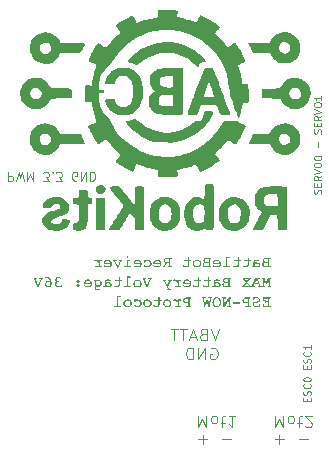
<source format=gbr>
%TF.GenerationSoftware,KiCad,Pcbnew,9.0.0*%
%TF.CreationDate,2025-09-05T21:38:02-05:00*%
%TF.ProjectId,RIOT_Receiver_ESP,52494f54-5f52-4656-9365-697665725f45,rev?*%
%TF.SameCoordinates,Original*%
%TF.FileFunction,Legend,Bot*%
%TF.FilePolarity,Positive*%
%FSLAX46Y46*%
G04 Gerber Fmt 4.6, Leading zero omitted, Abs format (unit mm)*
G04 Created by KiCad (PCBNEW 9.0.0) date 2025-09-05 21:38:02*
%MOMM*%
%LPD*%
G01*
G04 APERTURE LIST*
%ADD10C,0.100000*%
%ADD11C,0.093750*%
%ADD12C,0.075000*%
%ADD13C,0.000000*%
G04 APERTURE END LIST*
D10*
X174303884Y-114618477D02*
X175065789Y-114618477D01*
X174684836Y-114237524D02*
X174684836Y-114999429D01*
X176303884Y-114618477D02*
X177065789Y-114618477D01*
X174303884Y-112627580D02*
X174303884Y-113627580D01*
X174303884Y-113627580D02*
X174637217Y-112913295D01*
X174637217Y-112913295D02*
X174970550Y-113627580D01*
X174970550Y-113627580D02*
X174970550Y-112627580D01*
X175589598Y-112627580D02*
X175494360Y-112675200D01*
X175494360Y-112675200D02*
X175446741Y-112722819D01*
X175446741Y-112722819D02*
X175399122Y-112818057D01*
X175399122Y-112818057D02*
X175399122Y-113103771D01*
X175399122Y-113103771D02*
X175446741Y-113199009D01*
X175446741Y-113199009D02*
X175494360Y-113246628D01*
X175494360Y-113246628D02*
X175589598Y-113294247D01*
X175589598Y-113294247D02*
X175732455Y-113294247D01*
X175732455Y-113294247D02*
X175827693Y-113246628D01*
X175827693Y-113246628D02*
X175875312Y-113199009D01*
X175875312Y-113199009D02*
X175922931Y-113103771D01*
X175922931Y-113103771D02*
X175922931Y-112818057D01*
X175922931Y-112818057D02*
X175875312Y-112722819D01*
X175875312Y-112722819D02*
X175827693Y-112675200D01*
X175827693Y-112675200D02*
X175732455Y-112627580D01*
X175732455Y-112627580D02*
X175589598Y-112627580D01*
X176208646Y-113294247D02*
X176589598Y-113294247D01*
X176351503Y-113627580D02*
X176351503Y-112770438D01*
X176351503Y-112770438D02*
X176399122Y-112675200D01*
X176399122Y-112675200D02*
X176494360Y-112627580D01*
X176494360Y-112627580D02*
X176589598Y-112627580D01*
X176875313Y-113532342D02*
X176922932Y-113579961D01*
X176922932Y-113579961D02*
X177018170Y-113627580D01*
X177018170Y-113627580D02*
X177256265Y-113627580D01*
X177256265Y-113627580D02*
X177351503Y-113579961D01*
X177351503Y-113579961D02*
X177399122Y-113532342D01*
X177399122Y-113532342D02*
X177446741Y-113437104D01*
X177446741Y-113437104D02*
X177446741Y-113341866D01*
X177446741Y-113341866D02*
X177399122Y-113199009D01*
X177399122Y-113199009D02*
X176827694Y-112627580D01*
X176827694Y-112627580D02*
X177446741Y-112627580D01*
D11*
X151740248Y-91996660D02*
X151740248Y-92746660D01*
X151740248Y-92746660D02*
X152025962Y-92746660D01*
X152025962Y-92746660D02*
X152097391Y-92710946D01*
X152097391Y-92710946D02*
X152133105Y-92675232D01*
X152133105Y-92675232D02*
X152168819Y-92603803D01*
X152168819Y-92603803D02*
X152168819Y-92496660D01*
X152168819Y-92496660D02*
X152133105Y-92425232D01*
X152133105Y-92425232D02*
X152097391Y-92389517D01*
X152097391Y-92389517D02*
X152025962Y-92353803D01*
X152025962Y-92353803D02*
X151740248Y-92353803D01*
X152418819Y-92746660D02*
X152597391Y-91996660D01*
X152597391Y-91996660D02*
X152740248Y-92532375D01*
X152740248Y-92532375D02*
X152883105Y-91996660D01*
X152883105Y-91996660D02*
X153061677Y-92746660D01*
X153347391Y-91996660D02*
X153347391Y-92746660D01*
X153347391Y-92746660D02*
X153597391Y-92210946D01*
X153597391Y-92210946D02*
X153847391Y-92746660D01*
X153847391Y-92746660D02*
X153847391Y-91996660D01*
X154704534Y-92746660D02*
X155168820Y-92746660D01*
X155168820Y-92746660D02*
X154918820Y-92460946D01*
X154918820Y-92460946D02*
X155025963Y-92460946D01*
X155025963Y-92460946D02*
X155097392Y-92425232D01*
X155097392Y-92425232D02*
X155133106Y-92389517D01*
X155133106Y-92389517D02*
X155168820Y-92318089D01*
X155168820Y-92318089D02*
X155168820Y-92139517D01*
X155168820Y-92139517D02*
X155133106Y-92068089D01*
X155133106Y-92068089D02*
X155097392Y-92032375D01*
X155097392Y-92032375D02*
X155025963Y-91996660D01*
X155025963Y-91996660D02*
X154811677Y-91996660D01*
X154811677Y-91996660D02*
X154740249Y-92032375D01*
X154740249Y-92032375D02*
X154704534Y-92068089D01*
X155490249Y-92068089D02*
X155525963Y-92032375D01*
X155525963Y-92032375D02*
X155490249Y-91996660D01*
X155490249Y-91996660D02*
X155454535Y-92032375D01*
X155454535Y-92032375D02*
X155490249Y-92068089D01*
X155490249Y-92068089D02*
X155490249Y-91996660D01*
X155775963Y-92746660D02*
X156240249Y-92746660D01*
X156240249Y-92746660D02*
X155990249Y-92460946D01*
X155990249Y-92460946D02*
X156097392Y-92460946D01*
X156097392Y-92460946D02*
X156168821Y-92425232D01*
X156168821Y-92425232D02*
X156204535Y-92389517D01*
X156204535Y-92389517D02*
X156240249Y-92318089D01*
X156240249Y-92318089D02*
X156240249Y-92139517D01*
X156240249Y-92139517D02*
X156204535Y-92068089D01*
X156204535Y-92068089D02*
X156168821Y-92032375D01*
X156168821Y-92032375D02*
X156097392Y-91996660D01*
X156097392Y-91996660D02*
X155883106Y-91996660D01*
X155883106Y-91996660D02*
X155811678Y-92032375D01*
X155811678Y-92032375D02*
X155775963Y-92068089D01*
X157525964Y-92710946D02*
X157454536Y-92746660D01*
X157454536Y-92746660D02*
X157347393Y-92746660D01*
X157347393Y-92746660D02*
X157240250Y-92710946D01*
X157240250Y-92710946D02*
X157168821Y-92639517D01*
X157168821Y-92639517D02*
X157133107Y-92568089D01*
X157133107Y-92568089D02*
X157097393Y-92425232D01*
X157097393Y-92425232D02*
X157097393Y-92318089D01*
X157097393Y-92318089D02*
X157133107Y-92175232D01*
X157133107Y-92175232D02*
X157168821Y-92103803D01*
X157168821Y-92103803D02*
X157240250Y-92032375D01*
X157240250Y-92032375D02*
X157347393Y-91996660D01*
X157347393Y-91996660D02*
X157418821Y-91996660D01*
X157418821Y-91996660D02*
X157525964Y-92032375D01*
X157525964Y-92032375D02*
X157561678Y-92068089D01*
X157561678Y-92068089D02*
X157561678Y-92318089D01*
X157561678Y-92318089D02*
X157418821Y-92318089D01*
X157883107Y-91996660D02*
X157883107Y-92746660D01*
X157883107Y-92746660D02*
X158311678Y-91996660D01*
X158311678Y-91996660D02*
X158311678Y-92746660D01*
X158668821Y-91996660D02*
X158668821Y-92746660D01*
X158668821Y-92746660D02*
X158847392Y-92746660D01*
X158847392Y-92746660D02*
X158954535Y-92710946D01*
X158954535Y-92710946D02*
X159025964Y-92639517D01*
X159025964Y-92639517D02*
X159061678Y-92568089D01*
X159061678Y-92568089D02*
X159097392Y-92425232D01*
X159097392Y-92425232D02*
X159097392Y-92318089D01*
X159097392Y-92318089D02*
X159061678Y-92175232D01*
X159061678Y-92175232D02*
X159025964Y-92103803D01*
X159025964Y-92103803D02*
X158954535Y-92032375D01*
X158954535Y-92032375D02*
X158847392Y-91996660D01*
X158847392Y-91996660D02*
X158668821Y-91996660D01*
D12*
X178194100Y-93836372D02*
X178222671Y-93750658D01*
X178222671Y-93750658D02*
X178222671Y-93607800D01*
X178222671Y-93607800D02*
X178194100Y-93550658D01*
X178194100Y-93550658D02*
X178165528Y-93522086D01*
X178165528Y-93522086D02*
X178108385Y-93493515D01*
X178108385Y-93493515D02*
X178051242Y-93493515D01*
X178051242Y-93493515D02*
X177994100Y-93522086D01*
X177994100Y-93522086D02*
X177965528Y-93550658D01*
X177965528Y-93550658D02*
X177936957Y-93607800D01*
X177936957Y-93607800D02*
X177908385Y-93722086D01*
X177908385Y-93722086D02*
X177879814Y-93779229D01*
X177879814Y-93779229D02*
X177851242Y-93807800D01*
X177851242Y-93807800D02*
X177794100Y-93836372D01*
X177794100Y-93836372D02*
X177736957Y-93836372D01*
X177736957Y-93836372D02*
X177679814Y-93807800D01*
X177679814Y-93807800D02*
X177651242Y-93779229D01*
X177651242Y-93779229D02*
X177622671Y-93722086D01*
X177622671Y-93722086D02*
X177622671Y-93579229D01*
X177622671Y-93579229D02*
X177651242Y-93493515D01*
X177908385Y-93236371D02*
X177908385Y-93036371D01*
X178222671Y-92950657D02*
X178222671Y-93236371D01*
X178222671Y-93236371D02*
X177622671Y-93236371D01*
X177622671Y-93236371D02*
X177622671Y-92950657D01*
X178222671Y-92350657D02*
X177936957Y-92550657D01*
X178222671Y-92693514D02*
X177622671Y-92693514D01*
X177622671Y-92693514D02*
X177622671Y-92464943D01*
X177622671Y-92464943D02*
X177651242Y-92407800D01*
X177651242Y-92407800D02*
X177679814Y-92379229D01*
X177679814Y-92379229D02*
X177736957Y-92350657D01*
X177736957Y-92350657D02*
X177822671Y-92350657D01*
X177822671Y-92350657D02*
X177879814Y-92379229D01*
X177879814Y-92379229D02*
X177908385Y-92407800D01*
X177908385Y-92407800D02*
X177936957Y-92464943D01*
X177936957Y-92464943D02*
X177936957Y-92693514D01*
X177622671Y-92179229D02*
X178222671Y-91979229D01*
X178222671Y-91979229D02*
X177622671Y-91779229D01*
X177622671Y-91464943D02*
X177622671Y-91350657D01*
X177622671Y-91350657D02*
X177651242Y-91293514D01*
X177651242Y-91293514D02*
X177708385Y-91236371D01*
X177708385Y-91236371D02*
X177822671Y-91207800D01*
X177822671Y-91207800D02*
X178022671Y-91207800D01*
X178022671Y-91207800D02*
X178136957Y-91236371D01*
X178136957Y-91236371D02*
X178194100Y-91293514D01*
X178194100Y-91293514D02*
X178222671Y-91350657D01*
X178222671Y-91350657D02*
X178222671Y-91464943D01*
X178222671Y-91464943D02*
X178194100Y-91522086D01*
X178194100Y-91522086D02*
X178136957Y-91579228D01*
X178136957Y-91579228D02*
X178022671Y-91607800D01*
X178022671Y-91607800D02*
X177822671Y-91607800D01*
X177822671Y-91607800D02*
X177708385Y-91579228D01*
X177708385Y-91579228D02*
X177651242Y-91522086D01*
X177651242Y-91522086D02*
X177622671Y-91464943D01*
X177622671Y-90836372D02*
X177622671Y-90779229D01*
X177622671Y-90779229D02*
X177651242Y-90722086D01*
X177651242Y-90722086D02*
X177679814Y-90693515D01*
X177679814Y-90693515D02*
X177736957Y-90664943D01*
X177736957Y-90664943D02*
X177851242Y-90636372D01*
X177851242Y-90636372D02*
X177994100Y-90636372D01*
X177994100Y-90636372D02*
X178108385Y-90664943D01*
X178108385Y-90664943D02*
X178165528Y-90693515D01*
X178165528Y-90693515D02*
X178194100Y-90722086D01*
X178194100Y-90722086D02*
X178222671Y-90779229D01*
X178222671Y-90779229D02*
X178222671Y-90836372D01*
X178222671Y-90836372D02*
X178194100Y-90893515D01*
X178194100Y-90893515D02*
X178165528Y-90922086D01*
X178165528Y-90922086D02*
X178108385Y-90950657D01*
X178108385Y-90950657D02*
X177994100Y-90979229D01*
X177994100Y-90979229D02*
X177851242Y-90979229D01*
X177851242Y-90979229D02*
X177736957Y-90950657D01*
X177736957Y-90950657D02*
X177679814Y-90922086D01*
X177679814Y-90922086D02*
X177651242Y-90893515D01*
X177651242Y-90893515D02*
X177622671Y-90836372D01*
X177994100Y-89922085D02*
X177994100Y-89464943D01*
X178194100Y-88750657D02*
X178222671Y-88664943D01*
X178222671Y-88664943D02*
X178222671Y-88522085D01*
X178222671Y-88522085D02*
X178194100Y-88464943D01*
X178194100Y-88464943D02*
X178165528Y-88436371D01*
X178165528Y-88436371D02*
X178108385Y-88407800D01*
X178108385Y-88407800D02*
X178051242Y-88407800D01*
X178051242Y-88407800D02*
X177994100Y-88436371D01*
X177994100Y-88436371D02*
X177965528Y-88464943D01*
X177965528Y-88464943D02*
X177936957Y-88522085D01*
X177936957Y-88522085D02*
X177908385Y-88636371D01*
X177908385Y-88636371D02*
X177879814Y-88693514D01*
X177879814Y-88693514D02*
X177851242Y-88722085D01*
X177851242Y-88722085D02*
X177794100Y-88750657D01*
X177794100Y-88750657D02*
X177736957Y-88750657D01*
X177736957Y-88750657D02*
X177679814Y-88722085D01*
X177679814Y-88722085D02*
X177651242Y-88693514D01*
X177651242Y-88693514D02*
X177622671Y-88636371D01*
X177622671Y-88636371D02*
X177622671Y-88493514D01*
X177622671Y-88493514D02*
X177651242Y-88407800D01*
X177908385Y-88150656D02*
X177908385Y-87950656D01*
X178222671Y-87864942D02*
X178222671Y-88150656D01*
X178222671Y-88150656D02*
X177622671Y-88150656D01*
X177622671Y-88150656D02*
X177622671Y-87864942D01*
X178222671Y-87264942D02*
X177936957Y-87464942D01*
X178222671Y-87607799D02*
X177622671Y-87607799D01*
X177622671Y-87607799D02*
X177622671Y-87379228D01*
X177622671Y-87379228D02*
X177651242Y-87322085D01*
X177651242Y-87322085D02*
X177679814Y-87293514D01*
X177679814Y-87293514D02*
X177736957Y-87264942D01*
X177736957Y-87264942D02*
X177822671Y-87264942D01*
X177822671Y-87264942D02*
X177879814Y-87293514D01*
X177879814Y-87293514D02*
X177908385Y-87322085D01*
X177908385Y-87322085D02*
X177936957Y-87379228D01*
X177936957Y-87379228D02*
X177936957Y-87607799D01*
X177622671Y-87093514D02*
X178222671Y-86893514D01*
X178222671Y-86893514D02*
X177622671Y-86693514D01*
X177622671Y-86379228D02*
X177622671Y-86264942D01*
X177622671Y-86264942D02*
X177651242Y-86207799D01*
X177651242Y-86207799D02*
X177708385Y-86150656D01*
X177708385Y-86150656D02*
X177822671Y-86122085D01*
X177822671Y-86122085D02*
X178022671Y-86122085D01*
X178022671Y-86122085D02*
X178136957Y-86150656D01*
X178136957Y-86150656D02*
X178194100Y-86207799D01*
X178194100Y-86207799D02*
X178222671Y-86264942D01*
X178222671Y-86264942D02*
X178222671Y-86379228D01*
X178222671Y-86379228D02*
X178194100Y-86436371D01*
X178194100Y-86436371D02*
X178136957Y-86493513D01*
X178136957Y-86493513D02*
X178022671Y-86522085D01*
X178022671Y-86522085D02*
X177822671Y-86522085D01*
X177822671Y-86522085D02*
X177708385Y-86493513D01*
X177708385Y-86493513D02*
X177651242Y-86436371D01*
X177651242Y-86436371D02*
X177622671Y-86379228D01*
X178222671Y-85550657D02*
X178222671Y-85893514D01*
X178222671Y-85722085D02*
X177622671Y-85722085D01*
X177622671Y-85722085D02*
X177708385Y-85779228D01*
X177708385Y-85779228D02*
X177765528Y-85836371D01*
X177765528Y-85836371D02*
X177794100Y-85893514D01*
D10*
X167803884Y-114618477D02*
X168565789Y-114618477D01*
X168184836Y-114237524D02*
X168184836Y-114999429D01*
X169803884Y-114618477D02*
X170565789Y-114618477D01*
X167803884Y-112627580D02*
X167803884Y-113627580D01*
X167803884Y-113627580D02*
X168137217Y-112913295D01*
X168137217Y-112913295D02*
X168470550Y-113627580D01*
X168470550Y-113627580D02*
X168470550Y-112627580D01*
X169089598Y-112627580D02*
X168994360Y-112675200D01*
X168994360Y-112675200D02*
X168946741Y-112722819D01*
X168946741Y-112722819D02*
X168899122Y-112818057D01*
X168899122Y-112818057D02*
X168899122Y-113103771D01*
X168899122Y-113103771D02*
X168946741Y-113199009D01*
X168946741Y-113199009D02*
X168994360Y-113246628D01*
X168994360Y-113246628D02*
X169089598Y-113294247D01*
X169089598Y-113294247D02*
X169232455Y-113294247D01*
X169232455Y-113294247D02*
X169327693Y-113246628D01*
X169327693Y-113246628D02*
X169375312Y-113199009D01*
X169375312Y-113199009D02*
X169422931Y-113103771D01*
X169422931Y-113103771D02*
X169422931Y-112818057D01*
X169422931Y-112818057D02*
X169375312Y-112722819D01*
X169375312Y-112722819D02*
X169327693Y-112675200D01*
X169327693Y-112675200D02*
X169232455Y-112627580D01*
X169232455Y-112627580D02*
X169089598Y-112627580D01*
X169708646Y-113294247D02*
X170089598Y-113294247D01*
X169851503Y-113627580D02*
X169851503Y-112770438D01*
X169851503Y-112770438D02*
X169899122Y-112675200D01*
X169899122Y-112675200D02*
X169994360Y-112627580D01*
X169994360Y-112627580D02*
X170089598Y-112627580D01*
X170946741Y-112627580D02*
X170375313Y-112627580D01*
X170661027Y-112627580D02*
X170661027Y-113627580D01*
X170661027Y-113627580D02*
X170565789Y-113484723D01*
X170565789Y-113484723D02*
X170470551Y-113389485D01*
X170470551Y-113389485D02*
X170375313Y-113341866D01*
D12*
X177008385Y-111407800D02*
X177008385Y-111207800D01*
X177322671Y-111122086D02*
X177322671Y-111407800D01*
X177322671Y-111407800D02*
X176722671Y-111407800D01*
X176722671Y-111407800D02*
X176722671Y-111122086D01*
X177294100Y-110893515D02*
X177322671Y-110807801D01*
X177322671Y-110807801D02*
X177322671Y-110664943D01*
X177322671Y-110664943D02*
X177294100Y-110607801D01*
X177294100Y-110607801D02*
X177265528Y-110579229D01*
X177265528Y-110579229D02*
X177208385Y-110550658D01*
X177208385Y-110550658D02*
X177151242Y-110550658D01*
X177151242Y-110550658D02*
X177094100Y-110579229D01*
X177094100Y-110579229D02*
X177065528Y-110607801D01*
X177065528Y-110607801D02*
X177036957Y-110664943D01*
X177036957Y-110664943D02*
X177008385Y-110779229D01*
X177008385Y-110779229D02*
X176979814Y-110836372D01*
X176979814Y-110836372D02*
X176951242Y-110864943D01*
X176951242Y-110864943D02*
X176894100Y-110893515D01*
X176894100Y-110893515D02*
X176836957Y-110893515D01*
X176836957Y-110893515D02*
X176779814Y-110864943D01*
X176779814Y-110864943D02*
X176751242Y-110836372D01*
X176751242Y-110836372D02*
X176722671Y-110779229D01*
X176722671Y-110779229D02*
X176722671Y-110636372D01*
X176722671Y-110636372D02*
X176751242Y-110550658D01*
X177265528Y-109950657D02*
X177294100Y-109979229D01*
X177294100Y-109979229D02*
X177322671Y-110064943D01*
X177322671Y-110064943D02*
X177322671Y-110122086D01*
X177322671Y-110122086D02*
X177294100Y-110207800D01*
X177294100Y-110207800D02*
X177236957Y-110264943D01*
X177236957Y-110264943D02*
X177179814Y-110293514D01*
X177179814Y-110293514D02*
X177065528Y-110322086D01*
X177065528Y-110322086D02*
X176979814Y-110322086D01*
X176979814Y-110322086D02*
X176865528Y-110293514D01*
X176865528Y-110293514D02*
X176808385Y-110264943D01*
X176808385Y-110264943D02*
X176751242Y-110207800D01*
X176751242Y-110207800D02*
X176722671Y-110122086D01*
X176722671Y-110122086D02*
X176722671Y-110064943D01*
X176722671Y-110064943D02*
X176751242Y-109979229D01*
X176751242Y-109979229D02*
X176779814Y-109950657D01*
X176722671Y-109579229D02*
X176722671Y-109522086D01*
X176722671Y-109522086D02*
X176751242Y-109464943D01*
X176751242Y-109464943D02*
X176779814Y-109436372D01*
X176779814Y-109436372D02*
X176836957Y-109407800D01*
X176836957Y-109407800D02*
X176951242Y-109379229D01*
X176951242Y-109379229D02*
X177094100Y-109379229D01*
X177094100Y-109379229D02*
X177208385Y-109407800D01*
X177208385Y-109407800D02*
X177265528Y-109436372D01*
X177265528Y-109436372D02*
X177294100Y-109464943D01*
X177294100Y-109464943D02*
X177322671Y-109522086D01*
X177322671Y-109522086D02*
X177322671Y-109579229D01*
X177322671Y-109579229D02*
X177294100Y-109636372D01*
X177294100Y-109636372D02*
X177265528Y-109664943D01*
X177265528Y-109664943D02*
X177208385Y-109693514D01*
X177208385Y-109693514D02*
X177094100Y-109722086D01*
X177094100Y-109722086D02*
X176951242Y-109722086D01*
X176951242Y-109722086D02*
X176836957Y-109693514D01*
X176836957Y-109693514D02*
X176779814Y-109664943D01*
X176779814Y-109664943D02*
X176751242Y-109636372D01*
X176751242Y-109636372D02*
X176722671Y-109579229D01*
X177008385Y-108664942D02*
X177008385Y-108464942D01*
X177322671Y-108379228D02*
X177322671Y-108664942D01*
X177322671Y-108664942D02*
X176722671Y-108664942D01*
X176722671Y-108664942D02*
X176722671Y-108379228D01*
X177294100Y-108150657D02*
X177322671Y-108064943D01*
X177322671Y-108064943D02*
X177322671Y-107922085D01*
X177322671Y-107922085D02*
X177294100Y-107864943D01*
X177294100Y-107864943D02*
X177265528Y-107836371D01*
X177265528Y-107836371D02*
X177208385Y-107807800D01*
X177208385Y-107807800D02*
X177151242Y-107807800D01*
X177151242Y-107807800D02*
X177094100Y-107836371D01*
X177094100Y-107836371D02*
X177065528Y-107864943D01*
X177065528Y-107864943D02*
X177036957Y-107922085D01*
X177036957Y-107922085D02*
X177008385Y-108036371D01*
X177008385Y-108036371D02*
X176979814Y-108093514D01*
X176979814Y-108093514D02*
X176951242Y-108122085D01*
X176951242Y-108122085D02*
X176894100Y-108150657D01*
X176894100Y-108150657D02*
X176836957Y-108150657D01*
X176836957Y-108150657D02*
X176779814Y-108122085D01*
X176779814Y-108122085D02*
X176751242Y-108093514D01*
X176751242Y-108093514D02*
X176722671Y-108036371D01*
X176722671Y-108036371D02*
X176722671Y-107893514D01*
X176722671Y-107893514D02*
X176751242Y-107807800D01*
X177265528Y-107207799D02*
X177294100Y-107236371D01*
X177294100Y-107236371D02*
X177322671Y-107322085D01*
X177322671Y-107322085D02*
X177322671Y-107379228D01*
X177322671Y-107379228D02*
X177294100Y-107464942D01*
X177294100Y-107464942D02*
X177236957Y-107522085D01*
X177236957Y-107522085D02*
X177179814Y-107550656D01*
X177179814Y-107550656D02*
X177065528Y-107579228D01*
X177065528Y-107579228D02*
X176979814Y-107579228D01*
X176979814Y-107579228D02*
X176865528Y-107550656D01*
X176865528Y-107550656D02*
X176808385Y-107522085D01*
X176808385Y-107522085D02*
X176751242Y-107464942D01*
X176751242Y-107464942D02*
X176722671Y-107379228D01*
X176722671Y-107379228D02*
X176722671Y-107322085D01*
X176722671Y-107322085D02*
X176751242Y-107236371D01*
X176751242Y-107236371D02*
X176779814Y-107207799D01*
X177322671Y-106636371D02*
X177322671Y-106979228D01*
X177322671Y-106807799D02*
X176722671Y-106807799D01*
X176722671Y-106807799D02*
X176808385Y-106864942D01*
X176808385Y-106864942D02*
X176865528Y-106922085D01*
X176865528Y-106922085D02*
X176894100Y-106979228D01*
D10*
X169538972Y-105262475D02*
X169205639Y-106262475D01*
X169205639Y-106262475D02*
X168872306Y-105262475D01*
X168205639Y-105738665D02*
X168062782Y-105786284D01*
X168062782Y-105786284D02*
X168015163Y-105833903D01*
X168015163Y-105833903D02*
X167967544Y-105929141D01*
X167967544Y-105929141D02*
X167967544Y-106071998D01*
X167967544Y-106071998D02*
X168015163Y-106167236D01*
X168015163Y-106167236D02*
X168062782Y-106214856D01*
X168062782Y-106214856D02*
X168158020Y-106262475D01*
X168158020Y-106262475D02*
X168538972Y-106262475D01*
X168538972Y-106262475D02*
X168538972Y-105262475D01*
X168538972Y-105262475D02*
X168205639Y-105262475D01*
X168205639Y-105262475D02*
X168110401Y-105310094D01*
X168110401Y-105310094D02*
X168062782Y-105357713D01*
X168062782Y-105357713D02*
X168015163Y-105452951D01*
X168015163Y-105452951D02*
X168015163Y-105548189D01*
X168015163Y-105548189D02*
X168062782Y-105643427D01*
X168062782Y-105643427D02*
X168110401Y-105691046D01*
X168110401Y-105691046D02*
X168205639Y-105738665D01*
X168205639Y-105738665D02*
X168538972Y-105738665D01*
X167586591Y-105976760D02*
X167110401Y-105976760D01*
X167681829Y-106262475D02*
X167348496Y-105262475D01*
X167348496Y-105262475D02*
X167015163Y-106262475D01*
X166824686Y-105262475D02*
X166253258Y-105262475D01*
X166538972Y-106262475D02*
X166538972Y-105262475D01*
X166062781Y-105262475D02*
X165491353Y-105262475D01*
X165777067Y-106262475D02*
X165777067Y-105262475D01*
X168872306Y-106920038D02*
X168967544Y-106872419D01*
X168967544Y-106872419D02*
X169110401Y-106872419D01*
X169110401Y-106872419D02*
X169253258Y-106920038D01*
X169253258Y-106920038D02*
X169348496Y-107015276D01*
X169348496Y-107015276D02*
X169396115Y-107110514D01*
X169396115Y-107110514D02*
X169443734Y-107300990D01*
X169443734Y-107300990D02*
X169443734Y-107443847D01*
X169443734Y-107443847D02*
X169396115Y-107634323D01*
X169396115Y-107634323D02*
X169348496Y-107729561D01*
X169348496Y-107729561D02*
X169253258Y-107824800D01*
X169253258Y-107824800D02*
X169110401Y-107872419D01*
X169110401Y-107872419D02*
X169015163Y-107872419D01*
X169015163Y-107872419D02*
X168872306Y-107824800D01*
X168872306Y-107824800D02*
X168824687Y-107777180D01*
X168824687Y-107777180D02*
X168824687Y-107443847D01*
X168824687Y-107443847D02*
X169015163Y-107443847D01*
X168396115Y-107872419D02*
X168396115Y-106872419D01*
X168396115Y-106872419D02*
X167824687Y-107872419D01*
X167824687Y-107872419D02*
X167824687Y-106872419D01*
X167348496Y-107872419D02*
X167348496Y-106872419D01*
X167348496Y-106872419D02*
X167110401Y-106872419D01*
X167110401Y-106872419D02*
X166967544Y-106920038D01*
X166967544Y-106920038D02*
X166872306Y-107015276D01*
X166872306Y-107015276D02*
X166824687Y-107110514D01*
X166824687Y-107110514D02*
X166777068Y-107300990D01*
X166777068Y-107300990D02*
X166777068Y-107443847D01*
X166777068Y-107443847D02*
X166824687Y-107634323D01*
X166824687Y-107634323D02*
X166872306Y-107729561D01*
X166872306Y-107729561D02*
X166967544Y-107824800D01*
X166967544Y-107824800D02*
X167110401Y-107872419D01*
X167110401Y-107872419D02*
X167348496Y-107872419D01*
G36*
X173911827Y-99264444D02*
G01*
X173926238Y-99273646D01*
X173935193Y-99288251D01*
X173938511Y-99309916D01*
X173934313Y-99334510D01*
X173923490Y-99348262D01*
X173903575Y-99355360D01*
X173855835Y-99358764D01*
X173833304Y-99358764D01*
X173833304Y-99972302D01*
X173855835Y-99972302D01*
X173907233Y-99975625D01*
X173927581Y-99982377D01*
X173938390Y-99995718D01*
X173942602Y-100020113D01*
X173939330Y-100042826D01*
X173930696Y-100057543D01*
X173916506Y-100066610D01*
X173894792Y-100070000D01*
X173588756Y-100070000D01*
X173530015Y-100070000D01*
X173459116Y-100067532D01*
X173413878Y-100061451D01*
X173374359Y-100050059D01*
X173339384Y-100033668D01*
X173289273Y-99995720D01*
X173252677Y-99949405D01*
X173235636Y-99914057D01*
X173225386Y-99876333D01*
X173221903Y-99835587D01*
X173222258Y-99831618D01*
X173340788Y-99831618D01*
X173347187Y-99879038D01*
X173364791Y-99914002D01*
X173393422Y-99939696D01*
X173430454Y-99955915D01*
X173488247Y-99967654D01*
X173574406Y-99972302D01*
X173726081Y-99972302D01*
X173726081Y-99690935D01*
X173567568Y-99690935D01*
X173482773Y-99695562D01*
X173426545Y-99707190D01*
X173391041Y-99723175D01*
X173363900Y-99748480D01*
X173346992Y-99783498D01*
X173340788Y-99831618D01*
X173222258Y-99831618D01*
X173226217Y-99787415D01*
X173238376Y-99747293D01*
X173257807Y-99713649D01*
X173284537Y-99685188D01*
X173320447Y-99660221D01*
X173367411Y-99638911D01*
X173326765Y-99609066D01*
X173298473Y-99573148D01*
X173281239Y-99530558D01*
X173275721Y-99483817D01*
X173392690Y-99483817D01*
X173398247Y-99523870D01*
X173413805Y-99554584D01*
X173439523Y-99578278D01*
X173472333Y-99593957D01*
X173518856Y-99604746D01*
X173583321Y-99608869D01*
X173726081Y-99608869D01*
X173726081Y-99358764D01*
X173556638Y-99358764D01*
X173504630Y-99362903D01*
X173465013Y-99374076D01*
X173435066Y-99391065D01*
X173411799Y-99415296D01*
X173397692Y-99445573D01*
X173392690Y-99483817D01*
X173275721Y-99483817D01*
X173275209Y-99479481D01*
X173280320Y-99427599D01*
X173294794Y-99384305D01*
X173318158Y-99347836D01*
X173351046Y-99317060D01*
X173389680Y-99294217D01*
X173437923Y-99276697D01*
X173497791Y-99265235D01*
X173571659Y-99261067D01*
X173890701Y-99261067D01*
X173911827Y-99264444D01*
G37*
G36*
X172805296Y-99424885D02*
G01*
X172868847Y-99434740D01*
X172920019Y-99449684D01*
X172966653Y-99473194D01*
X172988943Y-99495975D01*
X172995490Y-99518988D01*
X172992068Y-99542494D01*
X172982484Y-99560326D01*
X172967694Y-99572368D01*
X172949694Y-99576324D01*
X172923748Y-99571176D01*
X172862927Y-99547686D01*
X172798151Y-99525625D01*
X172744042Y-99518988D01*
X172692544Y-99523812D01*
X172654746Y-99536723D01*
X172627294Y-99556418D01*
X172607465Y-99583795D01*
X172594510Y-99621299D01*
X172589680Y-99672189D01*
X172589680Y-99676952D01*
X172672356Y-99660893D01*
X172752285Y-99655764D01*
X172828678Y-99660104D01*
X172891631Y-99672130D01*
X172943321Y-99690676D01*
X172985598Y-99715054D01*
X173022018Y-99747827D01*
X173047530Y-99785780D01*
X173063126Y-99829923D01*
X173068579Y-99881933D01*
X173061370Y-99939568D01*
X173040649Y-99987883D01*
X173006114Y-100029089D01*
X172961439Y-100059811D01*
X172907504Y-100078869D01*
X172841800Y-100085631D01*
X172773232Y-100078994D01*
X172706184Y-100058948D01*
X172643171Y-100026485D01*
X172584246Y-99981461D01*
X172578750Y-100023960D01*
X172572308Y-100044312D01*
X172562386Y-100058154D01*
X172548582Y-100066953D01*
X172530940Y-100070000D01*
X172423717Y-100070000D01*
X172398744Y-100066537D01*
X172382745Y-100057482D01*
X172372765Y-100042578D01*
X172369068Y-100019930D01*
X172373557Y-99996138D01*
X172385493Y-99982377D01*
X172406080Y-99975216D01*
X172450340Y-99971936D01*
X172483801Y-99971936D01*
X172483801Y-99769214D01*
X172589680Y-99769214D01*
X172589680Y-99841999D01*
X172596391Y-99870842D01*
X172618846Y-99901379D01*
X172663808Y-99935300D01*
X172714756Y-99960246D01*
X172768101Y-99975109D01*
X172824703Y-99980118D01*
X172862862Y-99976572D01*
X172894659Y-99966561D01*
X172921362Y-99950504D01*
X172942707Y-99928540D01*
X172955076Y-99903744D01*
X172959281Y-99875033D01*
X172952793Y-99838888D01*
X172933365Y-99807955D01*
X172898464Y-99780694D01*
X172856396Y-99762301D01*
X172802054Y-99750133D01*
X172732440Y-99745645D01*
X172662465Y-99751385D01*
X172589680Y-99769214D01*
X172483801Y-99769214D01*
X172483801Y-99662847D01*
X172488228Y-99602957D01*
X172500504Y-99554206D01*
X172519620Y-99514536D01*
X172545289Y-99482351D01*
X172577642Y-99456895D01*
X172617560Y-99437905D01*
X172666658Y-99425696D01*
X172727006Y-99421290D01*
X172805296Y-99424885D01*
G37*
G36*
X171715657Y-99472093D02*
G01*
X171684910Y-99475489D01*
X171666809Y-99483878D01*
X171655564Y-99498427D01*
X171651421Y-99521308D01*
X171655255Y-99543138D01*
X171665771Y-99557700D01*
X171682507Y-99566418D01*
X171708818Y-99569790D01*
X171985484Y-99569790D01*
X171985484Y-99799623D01*
X171981117Y-99875594D01*
X171970512Y-99921992D01*
X171956481Y-99948244D01*
X171934444Y-99967016D01*
X171902491Y-99979355D01*
X171857013Y-99984026D01*
X171816170Y-99980555D01*
X171767104Y-99969108D01*
X171708147Y-99947817D01*
X171628626Y-99917633D01*
X171600863Y-99911608D01*
X171583198Y-99915029D01*
X171568440Y-99925286D01*
X171558492Y-99940370D01*
X171555129Y-99958747D01*
X171559259Y-99979704D01*
X171571859Y-99998009D01*
X171592236Y-100013193D01*
X171628890Y-100030493D01*
X171694629Y-100054228D01*
X171749485Y-100069450D01*
X171802468Y-100078774D01*
X171850235Y-100081723D01*
X171903087Y-100078562D01*
X171947394Y-100069728D01*
X171984508Y-100055956D01*
X172017966Y-100035728D01*
X172044682Y-100010337D01*
X172065413Y-99979324D01*
X172076886Y-99953723D01*
X172084891Y-99922294D01*
X172088973Y-99884840D01*
X172090692Y-99820628D01*
X172090692Y-99799317D01*
X172090692Y-99569790D01*
X172206769Y-99569790D01*
X172232937Y-99566536D01*
X172248473Y-99558372D01*
X172257828Y-99544372D01*
X172261418Y-99521308D01*
X172256567Y-99496508D01*
X172243649Y-99482473D01*
X172220745Y-99475435D01*
X172167873Y-99472093D01*
X172090692Y-99472093D01*
X172090692Y-99333913D01*
X172090692Y-99298131D01*
X172087155Y-99271746D01*
X172078053Y-99255389D01*
X172062826Y-99245324D01*
X172038790Y-99241528D01*
X172012222Y-99246199D01*
X171997086Y-99258381D01*
X171989261Y-99280820D01*
X171985484Y-99335256D01*
X171985484Y-99472093D01*
X171715657Y-99472093D01*
G37*
G36*
X170876439Y-99472093D02*
G01*
X170845692Y-99475489D01*
X170827590Y-99483878D01*
X170816345Y-99498427D01*
X170812203Y-99521308D01*
X170816037Y-99543138D01*
X170826552Y-99557700D01*
X170843288Y-99566418D01*
X170869600Y-99569790D01*
X171146266Y-99569790D01*
X171146266Y-99799623D01*
X171141899Y-99875594D01*
X171131293Y-99921992D01*
X171117262Y-99948244D01*
X171095226Y-99967016D01*
X171063272Y-99979355D01*
X171017794Y-99984026D01*
X170976952Y-99980555D01*
X170927885Y-99969108D01*
X170868928Y-99947817D01*
X170789408Y-99917633D01*
X170761645Y-99911608D01*
X170743980Y-99915029D01*
X170729221Y-99925286D01*
X170719273Y-99940370D01*
X170715910Y-99958747D01*
X170720040Y-99979704D01*
X170732641Y-99998009D01*
X170753017Y-100013193D01*
X170789672Y-100030493D01*
X170855411Y-100054228D01*
X170910266Y-100069450D01*
X170963249Y-100078774D01*
X171011017Y-100081723D01*
X171063868Y-100078562D01*
X171108175Y-100069728D01*
X171145289Y-100055956D01*
X171178747Y-100035728D01*
X171205464Y-100010337D01*
X171226195Y-99979324D01*
X171237667Y-99953723D01*
X171245673Y-99922294D01*
X171249754Y-99884840D01*
X171251474Y-99820628D01*
X171251474Y-99799317D01*
X171251474Y-99569790D01*
X171367550Y-99569790D01*
X171393719Y-99566536D01*
X171409255Y-99558372D01*
X171418610Y-99544372D01*
X171422199Y-99521308D01*
X171417349Y-99496508D01*
X171404431Y-99482473D01*
X171381526Y-99475435D01*
X171328654Y-99472093D01*
X171251474Y-99472093D01*
X171251474Y-99333913D01*
X171251474Y-99298131D01*
X171247936Y-99271746D01*
X171238834Y-99255389D01*
X171223608Y-99245324D01*
X171199572Y-99241528D01*
X171173004Y-99246199D01*
X171157868Y-99258381D01*
X171150042Y-99280820D01*
X171146266Y-99335256D01*
X171146266Y-99472093D01*
X170876439Y-99472093D01*
G37*
G36*
X170269434Y-99272791D02*
G01*
X170385572Y-99272791D01*
X170445647Y-99269285D01*
X170468614Y-99262288D01*
X170480757Y-99248349D01*
X170485345Y-99223942D01*
X170481590Y-99201907D01*
X170471362Y-99187306D01*
X170455124Y-99178441D01*
X170430696Y-99175094D01*
X170205259Y-99175094D01*
X170188170Y-99177159D01*
X170176561Y-99182604D01*
X170168880Y-99191449D01*
X170166303Y-99203060D01*
X170166303Y-99972302D01*
X169951796Y-99972302D01*
X169928223Y-99975513D01*
X169913939Y-99983721D01*
X169905302Y-99997535D01*
X169901971Y-100020113D01*
X169905351Y-100045623D01*
X169913572Y-100059253D01*
X169928252Y-100066772D01*
X169957292Y-100070000D01*
X170461409Y-100070000D01*
X170485815Y-100066593D01*
X170502076Y-100057543D01*
X170512295Y-100042626D01*
X170516058Y-100020113D01*
X170512211Y-99998348D01*
X170501709Y-99984087D01*
X170485003Y-99975598D01*
X170458661Y-99972302D01*
X170269434Y-99972302D01*
X170269434Y-99272791D01*
G37*
G36*
X169455588Y-99427590D02*
G01*
X169523682Y-99445580D01*
X169583090Y-99474544D01*
X169635197Y-99514652D01*
X169678189Y-99564421D01*
X169708822Y-99620717D01*
X169727669Y-99684832D01*
X169734237Y-99758590D01*
X169727960Y-99831249D01*
X169710027Y-99893899D01*
X169681049Y-99948389D01*
X169640631Y-99996055D01*
X169591376Y-100034359D01*
X169534462Y-100062157D01*
X169468421Y-100079520D01*
X169391320Y-100085631D01*
X169319702Y-100081204D01*
X169246851Y-100067740D01*
X169175319Y-100045946D01*
X169105739Y-100016144D01*
X169077181Y-99999155D01*
X169060005Y-99983904D01*
X169049152Y-99966362D01*
X169045655Y-99947634D01*
X169049088Y-99930033D01*
X169059333Y-99915577D01*
X169074486Y-99905895D01*
X169093466Y-99902571D01*
X169121274Y-99909422D01*
X169207527Y-99945252D01*
X169271519Y-99969825D01*
X169329241Y-99983584D01*
X169381734Y-99987934D01*
X169450450Y-99981426D01*
X169505138Y-99963390D01*
X169548796Y-99934933D01*
X169582613Y-99895861D01*
X169604921Y-99846710D01*
X169615352Y-99784724D01*
X169156297Y-99784724D01*
X169146039Y-99784724D01*
X169082098Y-99780359D01*
X169058967Y-99771779D01*
X169047631Y-99754578D01*
X169042908Y-99720488D01*
X169045460Y-99694842D01*
X169167227Y-99694842D01*
X169611933Y-99694842D01*
X169593591Y-99642850D01*
X169566378Y-99600284D01*
X169529989Y-99565638D01*
X169486435Y-99540190D01*
X169435989Y-99524489D01*
X169376971Y-99518988D01*
X169322721Y-99524606D01*
X169276014Y-99540759D01*
X169235249Y-99567287D01*
X169202158Y-99602731D01*
X169179612Y-99644742D01*
X169167227Y-99694842D01*
X169045460Y-99694842D01*
X169048884Y-99660432D01*
X169066414Y-99605906D01*
X169095676Y-99555627D01*
X169137857Y-99508729D01*
X169187740Y-99470884D01*
X169243416Y-99443775D01*
X169306000Y-99427087D01*
X169376971Y-99421290D01*
X169455588Y-99427590D01*
G37*
G36*
X168876517Y-99264444D02*
G01*
X168890928Y-99273646D01*
X168899882Y-99288251D01*
X168903201Y-99309916D01*
X168899002Y-99334510D01*
X168888180Y-99348262D01*
X168868265Y-99355360D01*
X168820525Y-99358764D01*
X168797993Y-99358764D01*
X168797993Y-99972302D01*
X168820525Y-99972302D01*
X168871923Y-99975625D01*
X168892271Y-99982377D01*
X168903079Y-99995718D01*
X168907292Y-100020113D01*
X168904020Y-100042826D01*
X168895385Y-100057543D01*
X168881196Y-100066610D01*
X168859481Y-100070000D01*
X168553445Y-100070000D01*
X168494705Y-100070000D01*
X168423806Y-100067532D01*
X168378567Y-100061451D01*
X168339048Y-100050059D01*
X168304073Y-100033668D01*
X168253962Y-99995720D01*
X168217367Y-99949405D01*
X168200325Y-99914057D01*
X168190076Y-99876333D01*
X168186592Y-99835587D01*
X168186947Y-99831618D01*
X168305478Y-99831618D01*
X168311877Y-99879038D01*
X168329481Y-99914002D01*
X168358112Y-99939696D01*
X168395143Y-99955915D01*
X168452936Y-99967654D01*
X168539096Y-99972302D01*
X168690771Y-99972302D01*
X168690771Y-99690935D01*
X168532257Y-99690935D01*
X168447462Y-99695562D01*
X168391234Y-99707190D01*
X168355730Y-99723175D01*
X168328590Y-99748480D01*
X168311681Y-99783498D01*
X168305478Y-99831618D01*
X168186947Y-99831618D01*
X168190906Y-99787415D01*
X168203066Y-99747293D01*
X168222496Y-99713649D01*
X168249226Y-99685188D01*
X168285137Y-99660221D01*
X168332100Y-99638911D01*
X168291455Y-99609066D01*
X168263162Y-99573148D01*
X168245929Y-99530558D01*
X168240410Y-99483817D01*
X168357379Y-99483817D01*
X168362936Y-99523870D01*
X168378494Y-99554584D01*
X168404213Y-99578278D01*
X168437023Y-99593957D01*
X168483546Y-99604746D01*
X168548011Y-99608869D01*
X168690771Y-99608869D01*
X168690771Y-99358764D01*
X168521327Y-99358764D01*
X168469319Y-99362903D01*
X168429702Y-99374076D01*
X168399755Y-99391065D01*
X168376488Y-99415296D01*
X168362382Y-99445573D01*
X168357379Y-99483817D01*
X168240410Y-99483817D01*
X168239898Y-99479481D01*
X168245009Y-99427599D01*
X168259484Y-99384305D01*
X168282848Y-99347836D01*
X168315736Y-99317060D01*
X168354369Y-99294217D01*
X168402612Y-99276697D01*
X168462480Y-99265235D01*
X168536348Y-99261067D01*
X168855390Y-99261067D01*
X168876517Y-99264444D01*
G37*
G36*
X167784355Y-99431411D02*
G01*
X167852382Y-99449172D01*
X167911903Y-99477783D01*
X167964270Y-99517400D01*
X168007794Y-99566664D01*
X168038602Y-99621811D01*
X168057445Y-99684034D01*
X168063982Y-99755048D01*
X168057450Y-99826092D01*
X168038612Y-99888403D01*
X168007802Y-99943684D01*
X167964270Y-99993124D01*
X167911885Y-100032884D01*
X167852357Y-100061587D01*
X167784337Y-100079400D01*
X167706045Y-100085631D01*
X167627355Y-100079389D01*
X167559108Y-100061557D01*
X167499496Y-100032851D01*
X167447147Y-99993124D01*
X167403586Y-99943681D01*
X167372758Y-99888398D01*
X167353910Y-99826088D01*
X167347470Y-99756086D01*
X167466259Y-99756086D01*
X167470675Y-99805573D01*
X167483414Y-99849121D01*
X167504224Y-99887860D01*
X167533548Y-99922599D01*
X167569074Y-99950870D01*
X167609040Y-99971112D01*
X167654308Y-99983590D01*
X167706045Y-99987934D01*
X167757774Y-99983607D01*
X167802974Y-99971187D01*
X167842818Y-99951056D01*
X167878175Y-99922965D01*
X167907282Y-99888402D01*
X167927985Y-99849676D01*
X167940686Y-99805958D01*
X167945097Y-99756086D01*
X167940691Y-99706607D01*
X167927965Y-99662936D01*
X167907153Y-99623965D01*
X167877808Y-99588902D01*
X167842235Y-99560280D01*
X167802362Y-99539839D01*
X167757349Y-99527266D01*
X167706045Y-99522896D01*
X167654712Y-99527263D01*
X167609622Y-99539831D01*
X167569635Y-99560273D01*
X167533914Y-99588902D01*
X167504394Y-99623987D01*
X167483472Y-99662966D01*
X167470685Y-99706628D01*
X167466259Y-99756086D01*
X167347470Y-99756086D01*
X167347374Y-99755048D01*
X167353914Y-99684418D01*
X167372792Y-99622355D01*
X167403708Y-99567174D01*
X167447452Y-99517705D01*
X167499985Y-99477938D01*
X167559628Y-99449234D01*
X167627725Y-99431425D01*
X167706045Y-99425198D01*
X167784355Y-99431411D01*
G37*
G36*
X166680347Y-99472093D02*
G01*
X166649599Y-99475489D01*
X166631498Y-99483878D01*
X166620253Y-99498427D01*
X166616111Y-99521308D01*
X166619945Y-99543138D01*
X166630460Y-99557700D01*
X166647196Y-99566418D01*
X166673508Y-99569790D01*
X166950174Y-99569790D01*
X166950174Y-99799623D01*
X166945807Y-99875594D01*
X166935201Y-99921992D01*
X166921170Y-99948244D01*
X166899134Y-99967016D01*
X166867180Y-99979355D01*
X166821702Y-99984026D01*
X166780860Y-99980555D01*
X166731793Y-99969108D01*
X166672836Y-99947817D01*
X166593315Y-99917633D01*
X166565553Y-99911608D01*
X166547888Y-99915029D01*
X166533129Y-99925286D01*
X166523181Y-99940370D01*
X166519818Y-99958747D01*
X166523948Y-99979704D01*
X166536549Y-99998009D01*
X166556925Y-100013193D01*
X166593579Y-100030493D01*
X166659319Y-100054228D01*
X166714174Y-100069450D01*
X166767157Y-100078774D01*
X166814924Y-100081723D01*
X166867776Y-100078562D01*
X166912083Y-100069728D01*
X166949197Y-100055956D01*
X166982655Y-100035728D01*
X167009372Y-100010337D01*
X167030102Y-99979324D01*
X167041575Y-99953723D01*
X167049581Y-99922294D01*
X167053662Y-99884840D01*
X167055382Y-99820628D01*
X167055382Y-99799317D01*
X167055382Y-99569790D01*
X167171458Y-99569790D01*
X167197627Y-99566536D01*
X167213162Y-99558372D01*
X167222518Y-99544372D01*
X167226107Y-99521308D01*
X167221256Y-99496508D01*
X167208339Y-99482473D01*
X167185434Y-99475435D01*
X167132562Y-99472093D01*
X167055382Y-99472093D01*
X167055382Y-99333913D01*
X167055382Y-99298131D01*
X167051844Y-99271746D01*
X167042742Y-99255389D01*
X167027516Y-99245324D01*
X167003480Y-99241528D01*
X166976911Y-99246199D01*
X166961775Y-99258381D01*
X166953950Y-99280820D01*
X166950174Y-99335256D01*
X166950174Y-99472093D01*
X166680347Y-99472093D01*
G37*
G36*
X165541425Y-99264309D02*
G01*
X165555547Y-99272913D01*
X165564246Y-99286864D01*
X165567515Y-99308328D01*
X165563321Y-99332091D01*
X165552494Y-99345148D01*
X165532808Y-99351715D01*
X165486243Y-99354856D01*
X165446615Y-99354856D01*
X165446615Y-99972302D01*
X165486243Y-99972302D01*
X165508775Y-99972302D01*
X165537506Y-99975529D01*
X165553899Y-99983415D01*
X165563753Y-99997184D01*
X165567515Y-100020113D01*
X165564190Y-100042254D01*
X165555242Y-100057177D01*
X165540808Y-100066566D01*
X165519705Y-100070000D01*
X165290177Y-100070000D01*
X165254099Y-100066624D01*
X165236200Y-100058948D01*
X165225863Y-100044787D01*
X165221851Y-100020113D01*
X165226252Y-99997473D01*
X165238276Y-99983415D01*
X165257900Y-99975622D01*
X165294269Y-99972302D01*
X165340736Y-99972302D01*
X165340736Y-99718290D01*
X165249877Y-99718290D01*
X165209668Y-99723106D01*
X165180573Y-99736120D01*
X165154306Y-99760543D01*
X165113895Y-99814766D01*
X164982737Y-100013885D01*
X164976631Y-100020724D01*
X164952596Y-100050521D01*
X164931132Y-100065509D01*
X164911051Y-100070000D01*
X164833871Y-100070000D01*
X164812787Y-100066548D01*
X164798700Y-100057177D01*
X164789984Y-100042283D01*
X164786732Y-100020113D01*
X164790704Y-99996731D01*
X164801081Y-99983049D01*
X164818742Y-99975567D01*
X164853654Y-99972302D01*
X164876186Y-99972302D01*
X165013511Y-99762620D01*
X165040500Y-99729952D01*
X165072252Y-99706139D01*
X165017390Y-99687024D01*
X164973228Y-99661002D01*
X164938040Y-99628225D01*
X164911377Y-99588526D01*
X164895367Y-99544188D01*
X164889863Y-99493831D01*
X164890043Y-99492304D01*
X165007344Y-99492304D01*
X165013058Y-99534968D01*
X165029092Y-99568165D01*
X165055521Y-99594214D01*
X165089479Y-99611951D01*
X165136156Y-99623904D01*
X165199319Y-99628408D01*
X165340736Y-99628408D01*
X165340736Y-99354856D01*
X165195228Y-99354856D01*
X165133488Y-99359395D01*
X165087800Y-99371456D01*
X165054483Y-99389417D01*
X165028708Y-99415585D01*
X165012972Y-99449091D01*
X165007344Y-99492304D01*
X164890043Y-99492304D01*
X164896474Y-99437710D01*
X164916181Y-99385631D01*
X164947456Y-99340036D01*
X164988232Y-99304603D01*
X165026656Y-99284724D01*
X165075366Y-99270959D01*
X165133537Y-99263984D01*
X165231437Y-99261067D01*
X165519705Y-99261067D01*
X165541425Y-99264309D01*
G37*
G36*
X164420278Y-99427590D02*
G01*
X164488372Y-99445580D01*
X164547779Y-99474544D01*
X164599886Y-99514652D01*
X164642879Y-99564421D01*
X164673511Y-99620717D01*
X164692359Y-99684832D01*
X164698927Y-99758590D01*
X164692650Y-99831249D01*
X164674717Y-99893899D01*
X164645739Y-99948389D01*
X164605321Y-99996055D01*
X164556066Y-100034359D01*
X164499151Y-100062157D01*
X164433111Y-100079520D01*
X164356010Y-100085631D01*
X164284392Y-100081204D01*
X164211540Y-100067740D01*
X164140008Y-100045946D01*
X164070429Y-100016144D01*
X164041871Y-99999155D01*
X164024694Y-99983904D01*
X164013842Y-99966362D01*
X164010345Y-99947634D01*
X164013777Y-99930033D01*
X164024023Y-99915577D01*
X164039176Y-99905895D01*
X164058155Y-99902571D01*
X164085964Y-99909422D01*
X164172217Y-99945252D01*
X164236208Y-99969825D01*
X164293930Y-99983584D01*
X164346423Y-99987934D01*
X164415140Y-99981426D01*
X164469828Y-99963390D01*
X164513485Y-99934933D01*
X164547302Y-99895861D01*
X164569611Y-99846710D01*
X164580041Y-99784724D01*
X164120987Y-99784724D01*
X164110729Y-99784724D01*
X164046787Y-99780359D01*
X164023656Y-99771779D01*
X164012320Y-99754578D01*
X164007597Y-99720488D01*
X164010149Y-99694842D01*
X164131917Y-99694842D01*
X164576622Y-99694842D01*
X164558281Y-99642850D01*
X164531067Y-99600284D01*
X164494678Y-99565638D01*
X164451124Y-99540190D01*
X164400679Y-99524489D01*
X164341660Y-99518988D01*
X164287411Y-99524606D01*
X164240704Y-99540759D01*
X164199938Y-99567287D01*
X164166847Y-99602731D01*
X164144301Y-99644742D01*
X164131917Y-99694842D01*
X164010149Y-99694842D01*
X164013573Y-99660432D01*
X164031103Y-99605906D01*
X164060365Y-99555627D01*
X164102547Y-99508729D01*
X164152429Y-99470884D01*
X164208106Y-99443775D01*
X164270689Y-99427087D01*
X164341660Y-99421290D01*
X164420278Y-99427590D01*
G37*
G36*
X163304300Y-99478504D02*
G01*
X163304300Y-99475757D01*
X163300810Y-99456027D01*
X163291355Y-99443394D01*
X163276091Y-99435963D01*
X163251055Y-99433014D01*
X163226444Y-99437539D01*
X163212465Y-99449439D01*
X163205216Y-99470368D01*
X163201840Y-99517095D01*
X163201840Y-99644284D01*
X163205384Y-99667232D01*
X163214846Y-99682203D01*
X163230128Y-99691371D01*
X163253803Y-99694842D01*
X163271116Y-99692119D01*
X163285554Y-99684157D01*
X163298611Y-99670008D01*
X163317978Y-99639766D01*
X163355103Y-99589894D01*
X163397601Y-99555380D01*
X163447189Y-99534134D01*
X163505190Y-99526803D01*
X163557831Y-99531015D01*
X163603476Y-99543047D01*
X163643345Y-99562427D01*
X163678358Y-99589269D01*
X163707340Y-99622569D01*
X163727915Y-99659979D01*
X163740530Y-99702324D01*
X163744914Y-99750774D01*
X163740672Y-99800410D01*
X163728490Y-99843782D01*
X163708711Y-99882034D01*
X163681045Y-99916004D01*
X163647200Y-99943808D01*
X163609147Y-99963657D01*
X163566057Y-99975869D01*
X163516791Y-99980118D01*
X163471806Y-99976914D01*
X163429658Y-99967479D01*
X163389593Y-99951756D01*
X163351439Y-99929560D01*
X163316634Y-99904281D01*
X163273243Y-99875240D01*
X163246964Y-99868072D01*
X163227481Y-99871502D01*
X163212465Y-99881383D01*
X163202584Y-99896400D01*
X163199153Y-99915882D01*
X163203831Y-99939162D01*
X163219392Y-99964708D01*
X163249902Y-99993913D01*
X163301308Y-100027745D01*
X163371208Y-100060061D01*
X163443147Y-100079216D01*
X163518135Y-100085631D01*
X163590824Y-100079407D01*
X163655270Y-100061422D01*
X163712998Y-100032041D01*
X163765125Y-99990743D01*
X163808414Y-99940157D01*
X163838900Y-99884592D01*
X163857419Y-99822987D01*
X163863799Y-99753827D01*
X163857439Y-99684620D01*
X163838974Y-99622932D01*
X163808579Y-99567259D01*
X163765430Y-99516545D01*
X163713452Y-99475053D01*
X163655943Y-99445566D01*
X163591792Y-99427529D01*
X163519478Y-99421290D01*
X163467754Y-99424752D01*
X163415369Y-99435273D01*
X163362878Y-99452495D01*
X163304300Y-99478504D01*
G37*
G36*
X162741841Y-99427590D02*
G01*
X162809935Y-99445580D01*
X162869342Y-99474544D01*
X162921449Y-99514652D01*
X162964442Y-99564421D01*
X162995074Y-99620717D01*
X163013922Y-99684832D01*
X163020490Y-99758590D01*
X163014213Y-99831249D01*
X162996280Y-99893899D01*
X162967302Y-99948389D01*
X162926884Y-99996055D01*
X162877629Y-100034359D01*
X162820714Y-100062157D01*
X162754674Y-100079520D01*
X162677573Y-100085631D01*
X162605955Y-100081204D01*
X162533103Y-100067740D01*
X162461571Y-100045946D01*
X162391992Y-100016144D01*
X162363434Y-99999155D01*
X162346257Y-99983904D01*
X162335405Y-99966362D01*
X162331908Y-99947634D01*
X162335341Y-99930033D01*
X162345586Y-99915577D01*
X162360739Y-99905895D01*
X162379719Y-99902571D01*
X162407527Y-99909422D01*
X162493780Y-99945252D01*
X162557772Y-99969825D01*
X162615494Y-99983584D01*
X162667986Y-99987934D01*
X162736703Y-99981426D01*
X162791391Y-99963390D01*
X162835048Y-99934933D01*
X162868865Y-99895861D01*
X162891174Y-99846710D01*
X162901605Y-99784724D01*
X162442550Y-99784724D01*
X162432292Y-99784724D01*
X162368350Y-99780359D01*
X162345219Y-99771779D01*
X162333883Y-99754578D01*
X162329160Y-99720488D01*
X162331712Y-99694842D01*
X162453480Y-99694842D01*
X162898185Y-99694842D01*
X162879844Y-99642850D01*
X162852631Y-99600284D01*
X162816242Y-99565638D01*
X162772687Y-99540190D01*
X162722242Y-99524489D01*
X162663224Y-99518988D01*
X162608974Y-99524606D01*
X162562267Y-99540759D01*
X162521502Y-99567287D01*
X162488411Y-99602731D01*
X162465865Y-99644742D01*
X162453480Y-99694842D01*
X162331712Y-99694842D01*
X162335136Y-99660432D01*
X162352666Y-99605906D01*
X162381928Y-99555627D01*
X162424110Y-99508729D01*
X162473992Y-99470884D01*
X162529669Y-99443775D01*
X162592252Y-99427087D01*
X162663224Y-99421290D01*
X162741841Y-99427590D01*
G37*
G36*
X161894347Y-99240734D02*
G01*
X161889943Y-99173641D01*
X161881036Y-99147433D01*
X161862541Y-99133879D01*
X161824005Y-99128199D01*
X161786206Y-99133037D01*
X161768012Y-99144319D01*
X161758777Y-99166377D01*
X161754335Y-99220828D01*
X161758519Y-99273847D01*
X161766974Y-99293918D01*
X161784331Y-99303583D01*
X161824005Y-99307962D01*
X161863325Y-99303913D01*
X161881036Y-99294956D01*
X161890263Y-99277707D01*
X161894347Y-99240734D01*
G37*
G36*
X161767951Y-99972302D02*
G01*
X161548682Y-99972302D01*
X161524400Y-99975507D01*
X161509420Y-99983721D01*
X161500273Y-99997604D01*
X161496781Y-100020113D01*
X161500253Y-100045581D01*
X161508749Y-100059253D01*
X161523729Y-100066788D01*
X161552773Y-100070000D01*
X162082903Y-100070000D01*
X162107838Y-100066557D01*
X162123874Y-100057543D01*
X162133859Y-100042655D01*
X162137552Y-100020113D01*
X162133705Y-99998348D01*
X162123203Y-99984087D01*
X162106496Y-99975598D01*
X162080155Y-99972302D01*
X161871816Y-99972302D01*
X161871816Y-99534619D01*
X162004989Y-99534619D01*
X162030710Y-99531131D01*
X162047732Y-99521919D01*
X162058513Y-99506850D01*
X162062386Y-99485099D01*
X162058707Y-99463332D01*
X162048709Y-99448951D01*
X162032714Y-99440260D01*
X162007737Y-99436922D01*
X161807580Y-99436922D01*
X161790445Y-99438976D01*
X161778576Y-99444433D01*
X161770607Y-99453317D01*
X161767951Y-99464949D01*
X161767951Y-99972302D01*
G37*
G36*
X161305172Y-99534619D02*
G01*
X161346412Y-99531245D01*
X161366966Y-99523628D01*
X161379145Y-99509294D01*
X161383696Y-99485099D01*
X161380031Y-99463326D01*
X161370080Y-99448951D01*
X161354078Y-99440262D01*
X161329047Y-99436922D01*
X161137805Y-99436922D01*
X161102494Y-99440233D01*
X161085903Y-99447608D01*
X161076577Y-99461112D01*
X161072897Y-99485099D01*
X161077530Y-99509255D01*
X161089994Y-99523628D01*
X161110895Y-99531243D01*
X161152826Y-99534619D01*
X161178105Y-99534619D01*
X161000479Y-99977065D01*
X160803070Y-99534619D01*
X160844042Y-99534619D01*
X160892239Y-99531293D01*
X160915116Y-99523995D01*
X160928581Y-99509677D01*
X160933557Y-99485099D01*
X160929891Y-99461105D01*
X160920612Y-99447608D01*
X160903969Y-99440231D01*
X160868649Y-99436922D01*
X160657562Y-99436922D01*
X160632585Y-99440260D01*
X160616591Y-99448951D01*
X160606592Y-99463332D01*
X160602913Y-99485099D01*
X160607464Y-99509294D01*
X160619644Y-99523628D01*
X160640204Y-99531244D01*
X160681498Y-99534619D01*
X160693771Y-99534619D01*
X160919207Y-100033241D01*
X160937793Y-100066545D01*
X160953035Y-100082151D01*
X160972117Y-100090266D01*
X161001823Y-100093447D01*
X161029145Y-100090407D01*
X161047313Y-100082517D01*
X161061884Y-100067199D01*
X161080408Y-100033241D01*
X161305172Y-99534619D01*
G37*
G36*
X160224185Y-99427590D02*
G01*
X160292280Y-99445580D01*
X160351687Y-99474544D01*
X160403794Y-99514652D01*
X160446787Y-99564421D01*
X160477419Y-99620717D01*
X160496267Y-99684832D01*
X160502834Y-99758590D01*
X160496557Y-99831249D01*
X160478625Y-99893899D01*
X160449647Y-99948389D01*
X160409228Y-99996055D01*
X160359974Y-100034359D01*
X160303059Y-100062157D01*
X160237019Y-100079520D01*
X160159918Y-100085631D01*
X160088300Y-100081204D01*
X160015448Y-100067740D01*
X159943916Y-100045946D01*
X159874337Y-100016144D01*
X159845779Y-99999155D01*
X159828602Y-99983904D01*
X159817749Y-99966362D01*
X159814253Y-99947634D01*
X159817685Y-99930033D01*
X159827930Y-99915577D01*
X159843084Y-99905895D01*
X159862063Y-99902571D01*
X159889872Y-99909422D01*
X159976125Y-99945252D01*
X160040116Y-99969825D01*
X160097838Y-99983584D01*
X160150331Y-99987934D01*
X160219048Y-99981426D01*
X160273736Y-99963390D01*
X160317393Y-99934933D01*
X160351210Y-99895861D01*
X160373519Y-99846710D01*
X160383949Y-99784724D01*
X159924895Y-99784724D01*
X159914637Y-99784724D01*
X159850695Y-99780359D01*
X159827564Y-99771779D01*
X159816228Y-99754578D01*
X159811505Y-99720488D01*
X159814057Y-99694842D01*
X159935825Y-99694842D01*
X160380530Y-99694842D01*
X160362189Y-99642850D01*
X160334975Y-99600284D01*
X160298586Y-99565638D01*
X160255032Y-99540190D01*
X160204587Y-99524489D01*
X160145568Y-99518988D01*
X160091319Y-99524606D01*
X160044612Y-99540759D01*
X160003846Y-99567287D01*
X159970755Y-99602731D01*
X159948209Y-99644742D01*
X159935825Y-99694842D01*
X159814057Y-99694842D01*
X159817481Y-99660432D01*
X159835011Y-99605906D01*
X159864273Y-99555627D01*
X159906454Y-99508729D01*
X159956337Y-99470884D01*
X160012013Y-99443775D01*
X160074597Y-99427087D01*
X160145568Y-99421290D01*
X160224185Y-99427590D01*
G37*
G36*
X159380783Y-99972302D02*
G01*
X159154003Y-99972302D01*
X159129721Y-99975507D01*
X159114741Y-99983721D01*
X159105594Y-99997604D01*
X159102102Y-100020113D01*
X159105574Y-100045581D01*
X159114070Y-100059253D01*
X159129005Y-100066784D01*
X159158094Y-100070000D01*
X159604876Y-100070000D01*
X159629222Y-100066579D01*
X159645176Y-100057543D01*
X159655161Y-100042655D01*
X159658853Y-100020113D01*
X159655090Y-99998313D01*
X159644870Y-99984087D01*
X159628342Y-99975630D01*
X159601456Y-99972302D01*
X159482571Y-99972302D01*
X159482571Y-99534619D01*
X159529038Y-99534619D01*
X159589012Y-99531064D01*
X159611714Y-99523995D01*
X159623564Y-99509899D01*
X159628079Y-99485099D01*
X159624484Y-99463297D01*
X159614767Y-99448951D01*
X159599074Y-99440276D01*
X159574101Y-99436922D01*
X159418335Y-99436922D01*
X159401334Y-99438952D01*
X159390369Y-99444188D01*
X159383267Y-99452837D01*
X159380783Y-99465132D01*
X159380783Y-99582124D01*
X159334905Y-99530445D01*
X159289902Y-99490585D01*
X159245533Y-99460980D01*
X159197357Y-99438909D01*
X159147041Y-99425732D01*
X159093859Y-99421290D01*
X159036992Y-99427933D01*
X158995551Y-99445898D01*
X158974067Y-99464552D01*
X158961981Y-99485377D01*
X158957937Y-99509340D01*
X158962553Y-99532919D01*
X158976744Y-99554036D01*
X158996936Y-99568871D01*
X159018082Y-99573515D01*
X159035809Y-99569576D01*
X159071022Y-99552693D01*
X159107870Y-99536582D01*
X159137578Y-99531871D01*
X159172141Y-99535722D01*
X159209316Y-99547887D01*
X159249991Y-99569790D01*
X159308453Y-99615226D01*
X159380783Y-99689591D01*
X159380783Y-99972302D01*
G37*
G36*
X173579169Y-101414410D02*
G01*
X173432318Y-100987473D01*
X173420467Y-100965663D01*
X173406001Y-100951997D01*
X173387030Y-100944136D01*
X173357885Y-100941067D01*
X173245839Y-100941067D01*
X173226030Y-100944333D01*
X173212744Y-100953218D01*
X173204518Y-100967326D01*
X173201448Y-100988328D01*
X173205362Y-101011679D01*
X173215430Y-101024781D01*
X173232687Y-101031783D01*
X173267027Y-101034856D01*
X173277957Y-101034856D01*
X173258845Y-101652302D01*
X173243091Y-101652302D01*
X173202606Y-101655457D01*
X173183679Y-101662377D01*
X173172870Y-101675718D01*
X173168658Y-101700113D01*
X173171997Y-101722249D01*
X173180992Y-101737177D01*
X173195375Y-101746564D01*
X173216468Y-101750000D01*
X173408443Y-101750000D01*
X173444468Y-101746626D01*
X173462360Y-101738948D01*
X173472697Y-101724787D01*
X173476709Y-101700113D01*
X173472085Y-101676451D01*
X173459673Y-101662683D01*
X173438459Y-101655540D01*
X173394094Y-101652302D01*
X173364724Y-101652302D01*
X173379073Y-101067280D01*
X173514323Y-101460083D01*
X173526608Y-101485624D01*
X173539602Y-101499712D01*
X173556955Y-101507549D01*
X173584665Y-101510642D01*
X173611160Y-101507508D01*
X173628384Y-101499406D01*
X173641301Y-101485096D01*
X173652991Y-101460083D01*
X173790256Y-101067280D01*
X173802590Y-101652302D01*
X173756795Y-101652302D01*
X173719832Y-101655636D01*
X173700130Y-101663415D01*
X173688106Y-101677473D01*
X173683705Y-101700113D01*
X173687718Y-101724787D01*
X173698054Y-101738948D01*
X173716030Y-101746611D01*
X173752704Y-101750000D01*
X173944007Y-101750000D01*
X173965668Y-101746613D01*
X173979849Y-101737543D01*
X173988531Y-101722820D01*
X173991817Y-101700113D01*
X173987605Y-101675718D01*
X173976796Y-101662377D01*
X173957817Y-101655455D01*
X173917323Y-101652302D01*
X173902302Y-101652302D01*
X173882519Y-101034856D01*
X173893449Y-101034856D01*
X173927788Y-101031797D01*
X173945350Y-101024781D01*
X173955699Y-101011638D01*
X173959699Y-100988328D01*
X173956556Y-100967355D01*
X173948098Y-100953218D01*
X173934509Y-100944319D01*
X173914637Y-100941067D01*
X173802590Y-100941067D01*
X173773392Y-100944137D01*
X173754413Y-100951997D01*
X173740088Y-100965683D01*
X173728768Y-100987473D01*
X173579169Y-101414410D01*
G37*
G36*
X172986333Y-100944636D02*
G01*
X173007458Y-100951570D01*
X173017999Y-100965281D01*
X173022112Y-100989916D01*
X173017614Y-101013246D01*
X173005382Y-101027590D01*
X172985199Y-101035399D01*
X172946946Y-101038764D01*
X172847234Y-101038764D01*
X173079448Y-101652302D01*
X173092454Y-101652302D01*
X173129790Y-101655512D01*
X173147775Y-101662683D01*
X173158109Y-101676160D01*
X173162124Y-101700113D01*
X173158072Y-101725308D01*
X173147775Y-101739253D01*
X173129437Y-101746635D01*
X173089706Y-101750000D01*
X172910066Y-101750000D01*
X172864832Y-101746547D01*
X172845525Y-101739253D01*
X172834948Y-101725267D01*
X172830809Y-101700113D01*
X172835252Y-101676950D01*
X172847234Y-101663049D01*
X172867459Y-101655620D01*
X172908722Y-101652302D01*
X172974973Y-101652302D01*
X172916233Y-101492079D01*
X172569164Y-101492079D01*
X172502913Y-101652302D01*
X172566477Y-101652302D01*
X172607050Y-101655618D01*
X172626927Y-101663049D01*
X172638625Y-101676912D01*
X172642986Y-101700113D01*
X172638861Y-101725273D01*
X172628332Y-101739253D01*
X172608741Y-101746520D01*
X172561714Y-101750000D01*
X172375907Y-101750000D01*
X172343630Y-101746743D01*
X172327424Y-101739253D01*
X172318148Y-101725461D01*
X172314419Y-101700113D01*
X172318276Y-101676085D01*
X172328096Y-101662683D01*
X172344994Y-101655462D01*
X172378654Y-101652302D01*
X172390256Y-101652302D01*
X172490711Y-101402198D01*
X172602686Y-101402198D01*
X172882039Y-101402198D01*
X172749537Y-101040169D01*
X172602686Y-101402198D01*
X172490711Y-101402198D01*
X172657336Y-100987351D01*
X172669755Y-100963657D01*
X172681577Y-100950959D01*
X172698242Y-100944113D01*
X172732501Y-100941067D01*
X172927163Y-100941067D01*
X172986333Y-100944636D01*
G37*
G36*
X172189733Y-101038764D02*
G01*
X172216460Y-101034484D01*
X172231742Y-101026247D01*
X172240878Y-101012499D01*
X172244382Y-100989916D01*
X172241136Y-100968223D01*
X172232414Y-100953646D01*
X172218307Y-100944457D01*
X172197243Y-100941067D01*
X172025052Y-100941067D01*
X172001952Y-100944484D01*
X171986461Y-100953646D01*
X171976712Y-100968348D01*
X171973150Y-100989916D01*
X171977511Y-101010628D01*
X171990247Y-101025881D01*
X172009501Y-101035248D01*
X172037386Y-101038764D01*
X172050331Y-101038764D01*
X172057170Y-101038764D01*
X171902137Y-101258217D01*
X171740936Y-101038764D01*
X171747775Y-101038764D01*
X171762124Y-101038764D01*
X171792555Y-101035141D01*
X171813354Y-101025575D01*
X171827201Y-101010004D01*
X171831795Y-100989916D01*
X171828075Y-100969487D01*
X171817445Y-100954317D01*
X171801114Y-100944582D01*
X171778489Y-100941067D01*
X171606359Y-100941067D01*
X171585295Y-100944457D01*
X171571188Y-100953646D01*
X171562466Y-100968223D01*
X171559220Y-100989916D01*
X171563054Y-101013001D01*
X171573203Y-101027224D01*
X171589977Y-101035419D01*
X171619303Y-101038764D01*
X171837229Y-101332955D01*
X171599520Y-101652302D01*
X171571992Y-101657261D01*
X171555129Y-101666163D01*
X171544537Y-101680146D01*
X171540779Y-101700113D01*
X171544352Y-101721032D01*
X171554457Y-101736505D01*
X171570022Y-101746454D01*
X171591338Y-101750000D01*
X171774398Y-101750000D01*
X171806491Y-101746637D01*
X171822208Y-101738948D01*
X171830970Y-101725018D01*
X171834481Y-101700113D01*
X171830310Y-101676234D01*
X171819460Y-101662683D01*
X171800584Y-101655536D01*
X171760720Y-101652302D01*
X171732693Y-101652302D01*
X171907571Y-101413066D01*
X172079762Y-101652302D01*
X172048988Y-101652302D01*
X172005911Y-101655544D01*
X171985484Y-101662683D01*
X171973548Y-101676386D01*
X171969059Y-101700113D01*
X171972750Y-101724936D01*
X171982065Y-101738948D01*
X171998304Y-101746660D01*
X172030547Y-101750000D01*
X172212264Y-101750000D01*
X172233537Y-101746458D01*
X172249145Y-101736505D01*
X172259249Y-101721032D01*
X172262822Y-101700113D01*
X172259003Y-101678931D01*
X172248473Y-101664759D01*
X172231441Y-101656205D01*
X172202677Y-101652302D01*
X171971807Y-101337046D01*
X172189733Y-101038764D01*
G37*
G36*
X170554953Y-100944444D02*
G01*
X170569364Y-100953646D01*
X170578319Y-100968251D01*
X170581638Y-100989916D01*
X170577439Y-101014510D01*
X170566617Y-101028262D01*
X170546701Y-101035360D01*
X170498961Y-101038764D01*
X170476430Y-101038764D01*
X170476430Y-101652302D01*
X170498961Y-101652302D01*
X170550360Y-101655625D01*
X170570708Y-101662377D01*
X170581516Y-101675718D01*
X170585729Y-101700113D01*
X170582457Y-101722826D01*
X170573822Y-101737543D01*
X170559632Y-101746610D01*
X170537918Y-101750000D01*
X170231882Y-101750000D01*
X170173142Y-101750000D01*
X170102243Y-101747532D01*
X170057004Y-101741451D01*
X170017485Y-101730059D01*
X169982510Y-101713668D01*
X169932399Y-101675720D01*
X169895804Y-101629405D01*
X169878762Y-101594057D01*
X169868513Y-101556333D01*
X169865029Y-101515587D01*
X169865384Y-101511618D01*
X169983914Y-101511618D01*
X169990314Y-101559038D01*
X170007917Y-101594002D01*
X170036549Y-101619696D01*
X170073580Y-101635915D01*
X170131373Y-101647654D01*
X170217533Y-101652302D01*
X170369207Y-101652302D01*
X170369207Y-101370935D01*
X170210694Y-101370935D01*
X170125899Y-101375562D01*
X170069671Y-101387190D01*
X170034167Y-101403175D01*
X170007027Y-101428480D01*
X169990118Y-101463498D01*
X169983914Y-101511618D01*
X169865384Y-101511618D01*
X169869343Y-101467415D01*
X169881503Y-101427293D01*
X169900933Y-101393649D01*
X169927663Y-101365188D01*
X169963574Y-101340221D01*
X170010537Y-101318911D01*
X169969892Y-101289066D01*
X169941599Y-101253148D01*
X169924366Y-101210558D01*
X169918847Y-101163817D01*
X170035816Y-101163817D01*
X170041373Y-101203870D01*
X170056931Y-101234584D01*
X170082650Y-101258278D01*
X170115460Y-101273957D01*
X170161982Y-101284746D01*
X170226448Y-101288869D01*
X170369207Y-101288869D01*
X170369207Y-101038764D01*
X170199764Y-101038764D01*
X170147756Y-101042903D01*
X170108139Y-101054076D01*
X170078192Y-101071065D01*
X170054925Y-101095296D01*
X170040818Y-101125573D01*
X170035816Y-101163817D01*
X169918847Y-101163817D01*
X169918335Y-101159481D01*
X169923446Y-101107599D01*
X169937920Y-101064305D01*
X169961285Y-101027836D01*
X169994173Y-100997060D01*
X170032806Y-100974217D01*
X170081049Y-100956697D01*
X170140917Y-100945235D01*
X170214785Y-100941067D01*
X170533827Y-100941067D01*
X170554953Y-100944444D01*
G37*
G36*
X169448422Y-101104885D02*
G01*
X169511974Y-101114740D01*
X169563145Y-101129684D01*
X169609779Y-101153194D01*
X169632069Y-101175975D01*
X169638616Y-101198988D01*
X169635194Y-101222494D01*
X169625610Y-101240326D01*
X169610820Y-101252368D01*
X169592821Y-101256324D01*
X169566875Y-101251176D01*
X169506053Y-101227686D01*
X169441278Y-101205625D01*
X169387168Y-101198988D01*
X169335670Y-101203812D01*
X169297872Y-101216723D01*
X169270420Y-101236418D01*
X169250591Y-101263795D01*
X169237636Y-101301299D01*
X169232807Y-101352189D01*
X169232807Y-101356952D01*
X169315483Y-101340893D01*
X169395411Y-101335764D01*
X169471805Y-101340104D01*
X169534758Y-101352130D01*
X169586447Y-101370676D01*
X169628724Y-101395054D01*
X169665145Y-101427827D01*
X169690657Y-101465780D01*
X169706253Y-101509923D01*
X169711706Y-101561933D01*
X169704496Y-101619568D01*
X169683775Y-101667883D01*
X169649241Y-101709089D01*
X169604565Y-101739811D01*
X169550631Y-101758869D01*
X169484926Y-101765631D01*
X169416358Y-101758994D01*
X169349310Y-101738948D01*
X169286297Y-101706485D01*
X169227372Y-101661461D01*
X169221877Y-101703960D01*
X169215434Y-101724312D01*
X169205512Y-101738154D01*
X169191709Y-101746953D01*
X169174066Y-101750000D01*
X169066844Y-101750000D01*
X169041870Y-101746537D01*
X169025872Y-101737482D01*
X169015891Y-101722578D01*
X169012194Y-101699930D01*
X169016684Y-101676138D01*
X169028620Y-101662377D01*
X169049207Y-101655216D01*
X169093466Y-101651936D01*
X169126927Y-101651936D01*
X169126927Y-101449214D01*
X169232807Y-101449214D01*
X169232807Y-101521999D01*
X169239517Y-101550842D01*
X169261972Y-101581379D01*
X169306934Y-101615300D01*
X169357882Y-101640246D01*
X169411227Y-101655109D01*
X169467829Y-101660118D01*
X169505988Y-101656572D01*
X169537785Y-101646561D01*
X169564488Y-101630504D01*
X169585834Y-101608540D01*
X169598202Y-101583744D01*
X169602407Y-101555033D01*
X169595919Y-101518888D01*
X169576491Y-101487955D01*
X169541591Y-101460694D01*
X169499522Y-101442301D01*
X169445180Y-101430133D01*
X169375566Y-101425645D01*
X169305591Y-101431385D01*
X169232807Y-101449214D01*
X169126927Y-101449214D01*
X169126927Y-101342847D01*
X169131354Y-101282957D01*
X169143630Y-101234206D01*
X169162747Y-101194536D01*
X169188415Y-101162351D01*
X169220768Y-101136895D01*
X169260686Y-101117905D01*
X169309784Y-101105696D01*
X169370132Y-101101290D01*
X169448422Y-101104885D01*
G37*
G36*
X168358784Y-101152093D02*
G01*
X168328036Y-101155489D01*
X168309935Y-101163878D01*
X168298690Y-101178427D01*
X168294548Y-101201308D01*
X168298382Y-101223138D01*
X168308897Y-101237700D01*
X168325633Y-101246418D01*
X168351945Y-101249790D01*
X168628611Y-101249790D01*
X168628611Y-101479623D01*
X168624243Y-101555594D01*
X168613638Y-101601992D01*
X168599607Y-101628244D01*
X168577570Y-101647016D01*
X168545617Y-101659355D01*
X168500139Y-101664026D01*
X168459297Y-101660555D01*
X168410230Y-101649108D01*
X168351273Y-101627817D01*
X168271752Y-101597633D01*
X168243989Y-101591608D01*
X168226325Y-101595029D01*
X168211566Y-101605286D01*
X168201618Y-101620370D01*
X168198255Y-101638747D01*
X168202385Y-101659704D01*
X168214986Y-101678009D01*
X168235362Y-101693193D01*
X168272016Y-101710493D01*
X168337756Y-101734228D01*
X168392611Y-101749450D01*
X168445594Y-101758774D01*
X168493361Y-101761723D01*
X168546213Y-101758562D01*
X168590520Y-101749728D01*
X168627634Y-101735956D01*
X168661092Y-101715728D01*
X168687809Y-101690337D01*
X168708539Y-101659324D01*
X168720012Y-101633723D01*
X168728018Y-101602294D01*
X168732099Y-101564840D01*
X168733818Y-101500628D01*
X168733818Y-101479317D01*
X168733818Y-101249790D01*
X168849895Y-101249790D01*
X168876064Y-101246536D01*
X168891599Y-101238372D01*
X168900955Y-101224372D01*
X168904544Y-101201308D01*
X168899693Y-101176508D01*
X168886775Y-101162473D01*
X168863871Y-101155435D01*
X168810999Y-101152093D01*
X168733818Y-101152093D01*
X168733818Y-101013913D01*
X168733818Y-100978131D01*
X168730281Y-100951746D01*
X168721179Y-100935389D01*
X168705953Y-100925324D01*
X168681917Y-100921528D01*
X168655348Y-100926199D01*
X168640212Y-100938381D01*
X168632387Y-100960820D01*
X168628611Y-101015256D01*
X168628611Y-101152093D01*
X168358784Y-101152093D01*
G37*
G36*
X167519565Y-101152093D02*
G01*
X167488818Y-101155489D01*
X167470717Y-101163878D01*
X167459472Y-101178427D01*
X167455329Y-101201308D01*
X167459163Y-101223138D01*
X167469678Y-101237700D01*
X167486415Y-101246418D01*
X167512726Y-101249790D01*
X167789392Y-101249790D01*
X167789392Y-101479623D01*
X167785025Y-101555594D01*
X167774420Y-101601992D01*
X167760389Y-101628244D01*
X167738352Y-101647016D01*
X167706399Y-101659355D01*
X167660921Y-101664026D01*
X167620078Y-101660555D01*
X167571012Y-101649108D01*
X167512055Y-101627817D01*
X167432534Y-101597633D01*
X167404771Y-101591608D01*
X167387106Y-101595029D01*
X167372348Y-101605286D01*
X167362400Y-101620370D01*
X167359036Y-101638747D01*
X167363167Y-101659704D01*
X167375767Y-101678009D01*
X167396144Y-101693193D01*
X167432798Y-101710493D01*
X167498537Y-101734228D01*
X167553393Y-101749450D01*
X167606376Y-101758774D01*
X167654143Y-101761723D01*
X167706994Y-101758562D01*
X167751302Y-101749728D01*
X167788415Y-101735956D01*
X167821874Y-101715728D01*
X167848590Y-101690337D01*
X167869321Y-101659324D01*
X167880794Y-101633723D01*
X167888799Y-101602294D01*
X167892880Y-101564840D01*
X167894600Y-101500628D01*
X167894600Y-101479317D01*
X167894600Y-101249790D01*
X168010676Y-101249790D01*
X168036845Y-101246536D01*
X168052381Y-101238372D01*
X168061736Y-101224372D01*
X168065326Y-101201308D01*
X168060475Y-101176508D01*
X168047557Y-101162473D01*
X168024653Y-101155435D01*
X167971781Y-101152093D01*
X167894600Y-101152093D01*
X167894600Y-101013913D01*
X167894600Y-100978131D01*
X167891063Y-100951746D01*
X167881960Y-100935389D01*
X167866734Y-100925324D01*
X167842698Y-100921528D01*
X167816130Y-100926199D01*
X167800994Y-100938381D01*
X167793168Y-100960820D01*
X167789392Y-101015256D01*
X167789392Y-101152093D01*
X167519565Y-101152093D01*
G37*
G36*
X166937933Y-101107590D02*
G01*
X167006027Y-101125580D01*
X167065434Y-101154544D01*
X167117541Y-101194652D01*
X167160534Y-101244421D01*
X167191166Y-101300717D01*
X167210014Y-101364832D01*
X167216582Y-101438590D01*
X167210305Y-101511249D01*
X167192372Y-101573899D01*
X167163394Y-101628389D01*
X167122976Y-101676055D01*
X167073721Y-101714359D01*
X167016806Y-101742157D01*
X166950766Y-101759520D01*
X166873665Y-101765631D01*
X166802047Y-101761204D01*
X166729195Y-101747740D01*
X166657663Y-101725946D01*
X166588084Y-101696144D01*
X166559526Y-101679155D01*
X166542349Y-101663904D01*
X166531497Y-101646362D01*
X166528000Y-101627634D01*
X166531433Y-101610033D01*
X166541678Y-101595577D01*
X166556831Y-101585895D01*
X166575811Y-101582571D01*
X166603619Y-101589422D01*
X166689872Y-101625252D01*
X166753864Y-101649825D01*
X166811586Y-101663584D01*
X166864078Y-101667934D01*
X166932795Y-101661426D01*
X166987483Y-101643390D01*
X167031140Y-101614933D01*
X167064957Y-101575861D01*
X167087266Y-101526710D01*
X167097697Y-101464724D01*
X166638642Y-101464724D01*
X166628384Y-101464724D01*
X166564443Y-101460359D01*
X166541311Y-101451779D01*
X166529975Y-101434578D01*
X166525252Y-101400488D01*
X166527804Y-101374842D01*
X166649572Y-101374842D01*
X167094277Y-101374842D01*
X167075936Y-101322850D01*
X167048723Y-101280284D01*
X167012334Y-101245638D01*
X166968780Y-101220190D01*
X166918334Y-101204489D01*
X166859316Y-101198988D01*
X166805066Y-101204606D01*
X166758359Y-101220759D01*
X166717594Y-101247287D01*
X166684503Y-101282731D01*
X166661957Y-101324742D01*
X166649572Y-101374842D01*
X166527804Y-101374842D01*
X166531228Y-101340432D01*
X166548758Y-101285906D01*
X166578021Y-101235627D01*
X166620202Y-101188729D01*
X166670085Y-101150884D01*
X166725761Y-101123775D01*
X166788344Y-101107087D01*
X166859316Y-101101290D01*
X166937933Y-101107590D01*
G37*
G36*
X166094530Y-101652302D02*
G01*
X165867751Y-101652302D01*
X165843469Y-101655507D01*
X165828489Y-101663721D01*
X165819341Y-101677604D01*
X165815849Y-101700113D01*
X165819322Y-101725581D01*
X165827817Y-101739253D01*
X165842753Y-101746784D01*
X165871842Y-101750000D01*
X166318623Y-101750000D01*
X166342970Y-101746579D01*
X166358923Y-101737543D01*
X166368908Y-101722655D01*
X166372601Y-101700113D01*
X166368837Y-101678313D01*
X166358618Y-101664087D01*
X166342089Y-101655630D01*
X166315204Y-101652302D01*
X166196318Y-101652302D01*
X166196318Y-101214619D01*
X166242786Y-101214619D01*
X166302759Y-101211064D01*
X166325462Y-101203995D01*
X166337311Y-101189899D01*
X166341826Y-101165099D01*
X166338232Y-101143297D01*
X166328515Y-101128951D01*
X166312821Y-101120276D01*
X166287848Y-101116922D01*
X166132083Y-101116922D01*
X166115081Y-101118952D01*
X166104117Y-101124188D01*
X166097015Y-101132837D01*
X166094530Y-101145132D01*
X166094530Y-101262124D01*
X166048652Y-101210445D01*
X166003649Y-101170585D01*
X165959281Y-101140980D01*
X165911104Y-101118909D01*
X165860789Y-101105732D01*
X165807606Y-101101290D01*
X165750739Y-101107933D01*
X165709298Y-101125898D01*
X165687814Y-101144552D01*
X165675728Y-101165377D01*
X165671685Y-101189340D01*
X165676301Y-101212919D01*
X165690491Y-101234036D01*
X165710684Y-101248871D01*
X165731830Y-101253515D01*
X165749557Y-101249576D01*
X165784769Y-101232693D01*
X165821617Y-101216582D01*
X165851325Y-101211871D01*
X165885888Y-101215722D01*
X165923063Y-101227887D01*
X165963738Y-101249790D01*
X166022201Y-101295226D01*
X166094530Y-101369591D01*
X166094530Y-101652302D01*
G37*
G36*
X165239619Y-101925854D02*
G01*
X165210249Y-101925854D01*
X165164565Y-101929145D01*
X165142594Y-101936418D01*
X165129647Y-101950591D01*
X165124825Y-101975069D01*
X165128570Y-101996632D01*
X165138869Y-102011217D01*
X165155067Y-102020172D01*
X165179474Y-102023551D01*
X165494426Y-102023551D01*
X165523556Y-102020317D01*
X165539122Y-102012622D01*
X165548191Y-101998937D01*
X165551762Y-101975069D01*
X165548160Y-101952789D01*
X165538450Y-101938128D01*
X165522822Y-101929244D01*
X165498517Y-101925854D01*
X165350261Y-101925854D01*
X165239619Y-101707257D01*
X165490334Y-101214619D01*
X165531574Y-101211245D01*
X165552128Y-101203628D01*
X165564307Y-101189294D01*
X165568859Y-101165099D01*
X165565179Y-101143332D01*
X165555181Y-101128951D01*
X165539186Y-101120260D01*
X165514209Y-101116922D01*
X165323639Y-101116922D01*
X165288923Y-101120220D01*
X165272409Y-101127608D01*
X165263083Y-101141112D01*
X165259403Y-101165099D01*
X165264036Y-101189255D01*
X165276500Y-101203628D01*
X165297400Y-101211243D01*
X165339331Y-101214619D01*
X165364610Y-101214619D01*
X165179474Y-101591852D01*
X164990980Y-101214619D01*
X165017602Y-101214619D01*
X165060824Y-101211245D01*
X165082510Y-101203628D01*
X165095497Y-101189186D01*
X165100279Y-101165099D01*
X165096613Y-101141105D01*
X165087334Y-101127608D01*
X165070691Y-101120231D01*
X165035371Y-101116922D01*
X164866660Y-101116922D01*
X164841097Y-101120297D01*
X164825322Y-101128951D01*
X164815605Y-101143297D01*
X164812011Y-101165099D01*
X164816120Y-101188295D01*
X164827032Y-101202224D01*
X164845346Y-101210196D01*
X164880338Y-101214619D01*
X165239619Y-101925854D01*
G37*
G36*
X163848046Y-101038764D02*
G01*
X163856960Y-101038764D01*
X163888163Y-101035478D01*
X163905443Y-101027590D01*
X163915834Y-101013493D01*
X163919792Y-100989916D01*
X163916473Y-100968251D01*
X163907519Y-100953646D01*
X163893108Y-100944444D01*
X163871981Y-100941067D01*
X163665047Y-100941067D01*
X163628409Y-100944418D01*
X163610764Y-100951936D01*
X163600646Y-100965786D01*
X163596720Y-100989916D01*
X163600751Y-101012379D01*
X163611741Y-101026919D01*
X163629504Y-101035361D01*
X163659551Y-101038764D01*
X163734717Y-101038764D01*
X163502442Y-101633740D01*
X163276334Y-101038764D01*
X163367192Y-101038764D01*
X163396702Y-101035392D01*
X163414698Y-101026919D01*
X163425923Y-101012349D01*
X163430024Y-100989916D01*
X163426025Y-100965819D01*
X163415675Y-100951936D01*
X163397795Y-100944391D01*
X163361697Y-100941067D01*
X163147191Y-100941067D01*
X163126127Y-100944457D01*
X163112020Y-100953646D01*
X163103298Y-100968223D01*
X163100052Y-100989916D01*
X163104010Y-101013493D01*
X163114401Y-101027590D01*
X163131842Y-101035445D01*
X163164288Y-101038764D01*
X163172470Y-101038764D01*
X163418361Y-101681428D01*
X163439687Y-101727329D01*
X163451884Y-101745237D01*
X163465696Y-101754602D01*
X163483269Y-101757815D01*
X163522226Y-101757815D01*
X163547998Y-101751162D01*
X163572038Y-101729392D01*
X163595315Y-101685519D01*
X163596659Y-101681428D01*
X163848046Y-101038764D01*
G37*
G36*
X162749044Y-101111411D02*
G01*
X162817071Y-101129172D01*
X162876593Y-101157783D01*
X162928960Y-101197400D01*
X162972483Y-101246664D01*
X163003292Y-101301811D01*
X163022135Y-101364034D01*
X163028672Y-101435048D01*
X163022139Y-101506092D01*
X163003301Y-101568403D01*
X162972492Y-101623684D01*
X162928960Y-101673124D01*
X162876574Y-101712884D01*
X162817047Y-101741587D01*
X162749026Y-101759400D01*
X162670734Y-101765631D01*
X162592044Y-101759389D01*
X162523797Y-101741557D01*
X162464185Y-101712851D01*
X162411837Y-101673124D01*
X162368275Y-101623681D01*
X162337447Y-101568398D01*
X162318599Y-101506088D01*
X162312159Y-101436086D01*
X162430949Y-101436086D01*
X162435365Y-101485573D01*
X162448103Y-101529121D01*
X162468913Y-101567860D01*
X162498237Y-101602599D01*
X162533763Y-101630870D01*
X162573729Y-101651112D01*
X162618997Y-101663590D01*
X162670734Y-101667934D01*
X162722464Y-101663607D01*
X162767664Y-101651187D01*
X162807508Y-101631056D01*
X162842864Y-101602965D01*
X162871971Y-101568402D01*
X162892674Y-101529676D01*
X162905375Y-101485958D01*
X162909787Y-101436086D01*
X162905380Y-101386607D01*
X162892655Y-101342936D01*
X162871843Y-101303965D01*
X162842498Y-101268902D01*
X162806924Y-101240280D01*
X162767052Y-101219839D01*
X162722038Y-101207266D01*
X162670734Y-101202896D01*
X162619401Y-101207263D01*
X162574311Y-101219831D01*
X162534324Y-101240273D01*
X162498604Y-101268902D01*
X162469084Y-101303987D01*
X162448162Y-101342966D01*
X162435375Y-101386628D01*
X162430949Y-101436086D01*
X162312159Y-101436086D01*
X162312063Y-101435048D01*
X162318603Y-101364418D01*
X162337481Y-101302355D01*
X162368397Y-101247174D01*
X162412142Y-101197705D01*
X162464674Y-101157938D01*
X162524318Y-101129234D01*
X162592414Y-101111425D01*
X162670734Y-101105198D01*
X162749044Y-101111411D01*
G37*
G36*
X161877250Y-100952791D02*
G01*
X161993387Y-100952791D01*
X162053463Y-100949285D01*
X162076430Y-100942288D01*
X162088573Y-100928349D01*
X162093161Y-100903942D01*
X162089405Y-100881907D01*
X162079178Y-100867306D01*
X162062940Y-100858441D01*
X162038511Y-100855094D01*
X161813075Y-100855094D01*
X161795986Y-100857159D01*
X161784377Y-100862604D01*
X161776695Y-100871449D01*
X161774118Y-100883060D01*
X161774118Y-101652302D01*
X161559612Y-101652302D01*
X161536039Y-101655513D01*
X161521755Y-101663721D01*
X161513118Y-101677535D01*
X161509787Y-101700113D01*
X161513167Y-101725623D01*
X161521388Y-101739253D01*
X161536067Y-101746772D01*
X161565108Y-101750000D01*
X162069225Y-101750000D01*
X162093631Y-101746593D01*
X162109891Y-101737543D01*
X162120111Y-101722626D01*
X162123874Y-101700113D01*
X162120027Y-101678348D01*
X162109525Y-101664087D01*
X162092819Y-101655598D01*
X162066477Y-101652302D01*
X161877250Y-101652302D01*
X161877250Y-100952791D01*
G37*
G36*
X160805818Y-101152093D02*
G01*
X160775070Y-101155489D01*
X160756969Y-101163878D01*
X160745724Y-101178427D01*
X160741582Y-101201308D01*
X160745416Y-101223138D01*
X160755931Y-101237700D01*
X160772667Y-101246418D01*
X160798979Y-101249790D01*
X161075645Y-101249790D01*
X161075645Y-101479623D01*
X161071278Y-101555594D01*
X161060672Y-101601992D01*
X161046641Y-101628244D01*
X161024605Y-101647016D01*
X160992651Y-101659355D01*
X160947173Y-101664026D01*
X160906331Y-101660555D01*
X160857264Y-101649108D01*
X160798307Y-101627817D01*
X160718787Y-101597633D01*
X160691024Y-101591608D01*
X160673359Y-101595029D01*
X160658600Y-101605286D01*
X160648652Y-101620370D01*
X160645289Y-101638747D01*
X160649419Y-101659704D01*
X160662020Y-101678009D01*
X160682396Y-101693193D01*
X160719050Y-101710493D01*
X160784790Y-101734228D01*
X160839645Y-101749450D01*
X160892628Y-101758774D01*
X160940396Y-101761723D01*
X160993247Y-101758562D01*
X161037554Y-101749728D01*
X161074668Y-101735956D01*
X161108126Y-101715728D01*
X161134843Y-101690337D01*
X161155573Y-101659324D01*
X161167046Y-101633723D01*
X161175052Y-101602294D01*
X161179133Y-101564840D01*
X161180853Y-101500628D01*
X161180853Y-101479317D01*
X161180853Y-101249790D01*
X161296929Y-101249790D01*
X161323098Y-101246536D01*
X161338633Y-101238372D01*
X161347989Y-101224372D01*
X161351578Y-101201308D01*
X161346728Y-101176508D01*
X161333810Y-101162473D01*
X161310905Y-101155435D01*
X161258033Y-101152093D01*
X161180853Y-101152093D01*
X161180853Y-101013913D01*
X161180853Y-100978131D01*
X161177315Y-100951746D01*
X161168213Y-100935389D01*
X161152987Y-100925324D01*
X161128951Y-100921528D01*
X161102382Y-100926199D01*
X161087247Y-100938381D01*
X161079421Y-100960820D01*
X161075645Y-101015256D01*
X161075645Y-101152093D01*
X160805818Y-101152093D01*
G37*
G36*
X160217019Y-101104885D02*
G01*
X160280571Y-101114740D01*
X160331742Y-101129684D01*
X160378376Y-101153194D01*
X160400666Y-101175975D01*
X160407213Y-101198988D01*
X160403792Y-101222494D01*
X160394207Y-101240326D01*
X160379418Y-101252368D01*
X160361418Y-101256324D01*
X160335472Y-101251176D01*
X160274651Y-101227686D01*
X160209875Y-101205625D01*
X160155765Y-101198988D01*
X160104268Y-101203812D01*
X160066469Y-101216723D01*
X160039017Y-101236418D01*
X160019188Y-101263795D01*
X160006233Y-101301299D01*
X160001404Y-101352189D01*
X160001404Y-101356952D01*
X160084080Y-101340893D01*
X160164009Y-101335764D01*
X160240402Y-101340104D01*
X160303355Y-101352130D01*
X160355044Y-101370676D01*
X160397322Y-101395054D01*
X160433742Y-101427827D01*
X160459254Y-101465780D01*
X160474850Y-101509923D01*
X160480303Y-101561933D01*
X160473094Y-101619568D01*
X160452372Y-101667883D01*
X160417838Y-101709089D01*
X160373162Y-101739811D01*
X160319228Y-101758869D01*
X160253524Y-101765631D01*
X160184956Y-101758994D01*
X160117908Y-101738948D01*
X160054894Y-101706485D01*
X159995969Y-101661461D01*
X159990474Y-101703960D01*
X159984032Y-101724312D01*
X159974110Y-101738154D01*
X159960306Y-101746953D01*
X159942663Y-101750000D01*
X159835441Y-101750000D01*
X159810467Y-101746537D01*
X159794469Y-101737482D01*
X159784489Y-101722578D01*
X159780792Y-101699930D01*
X159785281Y-101676138D01*
X159797217Y-101662377D01*
X159817804Y-101655216D01*
X159862063Y-101651936D01*
X159895525Y-101651936D01*
X159895525Y-101449214D01*
X160001404Y-101449214D01*
X160001404Y-101521999D01*
X160008114Y-101550842D01*
X160030569Y-101581379D01*
X160075532Y-101615300D01*
X160126480Y-101640246D01*
X160179824Y-101655109D01*
X160236427Y-101660118D01*
X160274585Y-101656572D01*
X160306383Y-101646561D01*
X160333086Y-101630504D01*
X160354431Y-101608540D01*
X160366800Y-101583744D01*
X160371004Y-101555033D01*
X160364516Y-101518888D01*
X160345089Y-101487955D01*
X160310188Y-101460694D01*
X160268120Y-101442301D01*
X160213777Y-101430133D01*
X160144164Y-101425645D01*
X160074188Y-101431385D01*
X160001404Y-101449214D01*
X159895525Y-101449214D01*
X159895525Y-101342847D01*
X159899951Y-101282957D01*
X159912227Y-101234206D01*
X159931344Y-101194536D01*
X159957013Y-101162351D01*
X159989366Y-101136895D01*
X160029284Y-101117905D01*
X160078382Y-101105696D01*
X160138729Y-101101290D01*
X160217019Y-101104885D01*
G37*
G36*
X159118929Y-101118907D02*
G01*
X159129762Y-101123822D01*
X159136534Y-101132288D01*
X159138982Y-101145193D01*
X159138982Y-101194836D01*
X159191143Y-101159843D01*
X159240465Y-101136217D01*
X159291393Y-101121720D01*
X159343230Y-101116922D01*
X159405220Y-101122524D01*
X159460603Y-101138791D01*
X159510684Y-101165558D01*
X159556393Y-101203506D01*
X159593886Y-101249376D01*
X159620508Y-101300258D01*
X159636792Y-101357164D01*
X159642428Y-101421493D01*
X159636915Y-101485615D01*
X159621024Y-101542109D01*
X159595124Y-101592383D01*
X159558775Y-101637465D01*
X159514310Y-101674633D01*
X159464973Y-101700977D01*
X159409773Y-101717074D01*
X159347322Y-101722644D01*
X159284272Y-101716755D01*
X159231184Y-101700052D01*
X159183689Y-101671583D01*
X159138982Y-101628794D01*
X159138982Y-101711714D01*
X159144787Y-101786311D01*
X159159736Y-101837427D01*
X159181359Y-101871388D01*
X159212921Y-101895656D01*
X159258982Y-101911861D01*
X159324790Y-101918039D01*
X159382859Y-101912909D01*
X159439523Y-101907780D01*
X159461859Y-101911793D01*
X159480861Y-101923778D01*
X159494045Y-101941373D01*
X159498264Y-101960903D01*
X159494430Y-101980376D01*
X159483068Y-101995937D01*
X159462421Y-102008531D01*
X159421180Y-102019077D01*
X159348665Y-102023551D01*
X159286665Y-102020372D01*
X159232847Y-102011366D01*
X159186121Y-101997173D01*
X159142439Y-101976237D01*
X159107078Y-101950564D01*
X159078899Y-101920115D01*
X159059228Y-101887803D01*
X159046109Y-101849834D01*
X159039450Y-101802810D01*
X159036523Y-101713852D01*
X159036523Y-101418196D01*
X159130068Y-101418196D01*
X159136672Y-101473884D01*
X159155644Y-101520906D01*
X159187098Y-101561261D01*
X159228080Y-101591983D01*
X159276030Y-101610622D01*
X159332972Y-101617131D01*
X159390355Y-101610599D01*
X159438404Y-101591939D01*
X159479213Y-101561261D01*
X159510449Y-101520933D01*
X159529309Y-101473910D01*
X159535877Y-101418196D01*
X159529265Y-101361555D01*
X159510366Y-101314226D01*
X159479213Y-101274092D01*
X159438427Y-101243594D01*
X159390376Y-101225029D01*
X159332972Y-101218527D01*
X159276060Y-101225078D01*
X159228111Y-101243851D01*
X159187098Y-101274825D01*
X159155633Y-101315367D01*
X159136665Y-101362498D01*
X159130068Y-101418196D01*
X159036523Y-101418196D01*
X159036523Y-101214436D01*
X159024249Y-101214436D01*
X158981077Y-101211036D01*
X158960013Y-101203445D01*
X158947552Y-101189122D01*
X158942916Y-101164977D01*
X158946591Y-101143316D01*
X158956594Y-101128951D01*
X158972589Y-101120260D01*
X158997566Y-101116922D01*
X159100697Y-101116922D01*
X159118929Y-101118907D01*
G37*
G36*
X158545749Y-101107590D02*
G01*
X158613843Y-101125580D01*
X158673250Y-101154544D01*
X158725357Y-101194652D01*
X158768350Y-101244421D01*
X158798982Y-101300717D01*
X158817830Y-101364832D01*
X158824398Y-101438590D01*
X158818121Y-101511249D01*
X158800188Y-101573899D01*
X158771210Y-101628389D01*
X158730792Y-101676055D01*
X158681537Y-101714359D01*
X158624622Y-101742157D01*
X158558582Y-101759520D01*
X158481481Y-101765631D01*
X158409863Y-101761204D01*
X158337011Y-101747740D01*
X158265479Y-101725946D01*
X158195900Y-101696144D01*
X158167342Y-101679155D01*
X158150165Y-101663904D01*
X158139313Y-101646362D01*
X158135816Y-101627634D01*
X158139248Y-101610033D01*
X158149494Y-101595577D01*
X158164647Y-101585895D01*
X158183627Y-101582571D01*
X158211435Y-101589422D01*
X158297688Y-101625252D01*
X158361680Y-101649825D01*
X158419401Y-101663584D01*
X158471894Y-101667934D01*
X158540611Y-101661426D01*
X158595299Y-101643390D01*
X158638956Y-101614933D01*
X158672773Y-101575861D01*
X158695082Y-101526710D01*
X158705512Y-101464724D01*
X158246458Y-101464724D01*
X158236200Y-101464724D01*
X158172258Y-101460359D01*
X158149127Y-101451779D01*
X158137791Y-101434578D01*
X158133068Y-101400488D01*
X158135620Y-101374842D01*
X158257388Y-101374842D01*
X158702093Y-101374842D01*
X158683752Y-101322850D01*
X158656538Y-101280284D01*
X158620150Y-101245638D01*
X158576595Y-101220190D01*
X158526150Y-101204489D01*
X158467131Y-101198988D01*
X158412882Y-101204606D01*
X158366175Y-101220759D01*
X158325409Y-101247287D01*
X158292318Y-101282731D01*
X158269772Y-101324742D01*
X158257388Y-101374842D01*
X158135620Y-101374842D01*
X158139044Y-101340432D01*
X158156574Y-101285906D01*
X158185836Y-101235627D01*
X158228018Y-101188729D01*
X158277900Y-101150884D01*
X158333577Y-101123775D01*
X158396160Y-101107087D01*
X158467131Y-101101290D01*
X158545749Y-101107590D01*
G37*
G36*
X157769330Y-101261514D02*
G01*
X157765064Y-101227781D01*
X157752737Y-101199170D01*
X157732083Y-101174441D01*
X157705465Y-101155859D01*
X157673713Y-101144410D01*
X157635423Y-101140369D01*
X157596143Y-101144374D01*
X157564092Y-101155628D01*
X157537726Y-101173709D01*
X157517389Y-101198033D01*
X157505129Y-101226843D01*
X157500846Y-101261514D01*
X157505165Y-101296158D01*
X157517537Y-101324968D01*
X157538093Y-101349319D01*
X157564670Y-101367445D01*
X157596630Y-101378678D01*
X157635423Y-101382658D01*
X157674251Y-101378669D01*
X157706096Y-101367429D01*
X157732449Y-101349319D01*
X157752786Y-101324995D01*
X157765046Y-101296185D01*
X157769330Y-101261514D01*
G37*
G36*
X157769330Y-101636671D02*
G01*
X157765064Y-101602938D01*
X157752737Y-101574327D01*
X157732083Y-101549598D01*
X157705465Y-101531016D01*
X157673713Y-101519567D01*
X157635423Y-101515526D01*
X157596143Y-101519531D01*
X157564092Y-101530785D01*
X157537726Y-101548866D01*
X157517389Y-101573190D01*
X157505129Y-101602000D01*
X157500846Y-101636671D01*
X157505165Y-101671315D01*
X157517537Y-101700125D01*
X157538093Y-101724476D01*
X157564670Y-101742602D01*
X157596630Y-101753835D01*
X157635423Y-101757815D01*
X157674251Y-101753826D01*
X157706096Y-101742586D01*
X157732449Y-101724476D01*
X157752786Y-101700152D01*
X157765046Y-101671342D01*
X157769330Y-101636671D01*
G37*
G36*
X155850436Y-101280870D02*
G01*
X155799954Y-101300023D01*
X155759116Y-101326530D01*
X155726421Y-101360493D01*
X155702309Y-101400960D01*
X155687504Y-101447474D01*
X155682336Y-101501543D01*
X155687851Y-101559721D01*
X155703789Y-101610873D01*
X155729951Y-101656413D01*
X155767088Y-101697304D01*
X155811408Y-101729941D01*
X155861901Y-101753584D01*
X155919717Y-101768294D01*
X155986357Y-101773447D01*
X156054620Y-101768771D01*
X156115853Y-101755268D01*
X156171127Y-101733391D01*
X156220710Y-101702004D01*
X156244932Y-101673190D01*
X156252093Y-101645403D01*
X156248395Y-101626609D01*
X156237438Y-101611575D01*
X156221255Y-101601647D01*
X156201535Y-101598264D01*
X156183461Y-101603462D01*
X156117210Y-101633129D01*
X156067735Y-101653146D01*
X156022799Y-101664374D01*
X155981594Y-101667934D01*
X155929159Y-101662431D01*
X155885737Y-101646849D01*
X155849398Y-101621589D01*
X155821222Y-101587849D01*
X155804339Y-101548445D01*
X155798473Y-101501605D01*
X155802561Y-101462474D01*
X155814333Y-101428681D01*
X155833705Y-101399084D01*
X155859542Y-101374878D01*
X155891348Y-101357033D01*
X155930364Y-101345533D01*
X155978846Y-101340099D01*
X156012726Y-101332339D01*
X156030243Y-101316740D01*
X156036243Y-101292349D01*
X156030601Y-101270200D01*
X156013604Y-101254734D01*
X155980251Y-101245333D01*
X155944042Y-101240570D01*
X155910076Y-101231824D01*
X155881702Y-101217301D01*
X155857946Y-101196973D01*
X155839761Y-101171718D01*
X155828891Y-101143400D01*
X155825157Y-101111060D01*
X155829872Y-101069565D01*
X155843335Y-101034860D01*
X155865457Y-101005425D01*
X155894507Y-100982838D01*
X155928193Y-100969239D01*
X155967916Y-100964515D01*
X156005313Y-100968222D01*
X156044363Y-100979740D01*
X156085764Y-101000052D01*
X156141627Y-101029714D01*
X156161235Y-101035528D01*
X156178895Y-101032395D01*
X156192986Y-101023255D01*
X156202426Y-101009522D01*
X156205626Y-100992480D01*
X156199143Y-100968125D01*
X156176504Y-100940847D01*
X156129117Y-100908766D01*
X156076727Y-100885610D01*
X156020560Y-100871596D01*
X155959734Y-100866817D01*
X155907253Y-100871094D01*
X155860891Y-100883417D01*
X155819570Y-100903447D01*
X155782475Y-100931420D01*
X155751173Y-100966048D01*
X155729373Y-101003554D01*
X155716256Y-101044614D01*
X155711767Y-101090239D01*
X155715844Y-101137006D01*
X155727316Y-101175905D01*
X155745594Y-101208452D01*
X155770937Y-101235963D01*
X155805263Y-101260153D01*
X155850436Y-101280870D01*
G37*
G36*
X155039348Y-100872776D02*
G01*
X155108338Y-100889988D01*
X155170380Y-100917980D01*
X155226572Y-100956986D01*
X155277625Y-101007929D01*
X155319258Y-101065669D01*
X155352241Y-101130727D01*
X155376578Y-101204126D01*
X155391841Y-101287140D01*
X155397182Y-101381254D01*
X155391480Y-101470919D01*
X155375435Y-101546993D01*
X155350196Y-101611608D01*
X155316277Y-101666530D01*
X155271831Y-101713824D01*
X155221957Y-101746693D01*
X155165537Y-101766572D01*
X155100732Y-101773447D01*
X155045152Y-101768232D01*
X154996241Y-101753165D01*
X154952668Y-101728446D01*
X154913520Y-101693396D01*
X154882034Y-101651379D01*
X154859357Y-101603999D01*
X154845325Y-101550244D01*
X154840814Y-101493606D01*
X154956568Y-101493606D01*
X154961631Y-101546382D01*
X154975848Y-101589652D01*
X154998578Y-101625375D01*
X155029445Y-101653523D01*
X155064789Y-101670072D01*
X155106167Y-101675750D01*
X155150118Y-101669715D01*
X155187583Y-101652140D01*
X155220228Y-101622260D01*
X155244302Y-101584372D01*
X155259298Y-101538904D01*
X155264619Y-101483897D01*
X155259475Y-101433067D01*
X155244886Y-101390646D01*
X155221266Y-101354876D01*
X155189527Y-101326719D01*
X155153477Y-101310169D01*
X155111601Y-101304501D01*
X155068544Y-101310421D01*
X155031885Y-101327655D01*
X154999982Y-101356952D01*
X154976482Y-101394113D01*
X154961794Y-101438999D01*
X154956568Y-101493606D01*
X154840814Y-101493606D01*
X154840430Y-101488782D01*
X154845360Y-101430357D01*
X154859642Y-101378179D01*
X154883018Y-101331097D01*
X154915901Y-101288258D01*
X154956343Y-101252130D01*
X154999830Y-101227018D01*
X155047119Y-101211948D01*
X155099328Y-101206803D01*
X155150820Y-101212732D01*
X155197697Y-101230251D01*
X155239893Y-101258798D01*
X155279640Y-101300471D01*
X155261203Y-101208022D01*
X155232519Y-101132549D01*
X155194583Y-101071188D01*
X155158053Y-101031396D01*
X155117099Y-101000574D01*
X155071174Y-100977995D01*
X155019399Y-100963476D01*
X154933975Y-100956699D01*
X154893175Y-100952198D01*
X154869673Y-100942534D01*
X154857427Y-100929403D01*
X154853375Y-100912124D01*
X154858867Y-100889650D01*
X154874563Y-100876282D01*
X154901376Y-100869858D01*
X154962002Y-100866817D01*
X155039348Y-100872776D01*
G37*
G36*
X154616643Y-101038764D02*
G01*
X154625558Y-101038764D01*
X154656760Y-101035478D01*
X154674040Y-101027590D01*
X154684431Y-101013493D01*
X154688389Y-100989916D01*
X154685071Y-100968251D01*
X154676116Y-100953646D01*
X154661705Y-100944444D01*
X154640579Y-100941067D01*
X154433644Y-100941067D01*
X154397006Y-100944418D01*
X154379361Y-100951936D01*
X154369244Y-100965786D01*
X154365317Y-100989916D01*
X154369348Y-101012379D01*
X154380338Y-101026919D01*
X154398101Y-101035361D01*
X154428148Y-101038764D01*
X154503314Y-101038764D01*
X154271039Y-101633740D01*
X154044931Y-101038764D01*
X154135790Y-101038764D01*
X154165299Y-101035392D01*
X154183295Y-101026919D01*
X154194521Y-101012349D01*
X154198621Y-100989916D01*
X154194623Y-100965819D01*
X154184272Y-100951936D01*
X154166392Y-100944391D01*
X154130294Y-100941067D01*
X153915788Y-100941067D01*
X153894724Y-100944457D01*
X153880617Y-100953646D01*
X153871895Y-100968223D01*
X153868649Y-100989916D01*
X153872607Y-101013493D01*
X153882998Y-101027590D01*
X153900440Y-101035445D01*
X153932885Y-101038764D01*
X153941067Y-101038764D01*
X154186959Y-101681428D01*
X154208284Y-101727329D01*
X154220481Y-101745237D01*
X154234294Y-101754602D01*
X154251866Y-101757815D01*
X154290823Y-101757815D01*
X154316595Y-101751162D01*
X154340635Y-101729392D01*
X154363913Y-101685519D01*
X154365256Y-101681428D01*
X154616643Y-101038764D01*
G37*
G36*
X173872932Y-103430000D02*
G01*
X173905050Y-103430000D01*
X173927464Y-103426611D01*
X173942297Y-103417543D01*
X173951489Y-103402755D01*
X173954937Y-103380113D01*
X173950809Y-103355676D01*
X173940282Y-103342377D01*
X173920667Y-103335585D01*
X173872932Y-103332302D01*
X173829213Y-103332302D01*
X173829213Y-102718764D01*
X173872932Y-102718764D01*
X173919480Y-102715392D01*
X173939549Y-102708262D01*
X173950654Y-102694469D01*
X173954937Y-102669916D01*
X173951457Y-102647227D01*
X173942297Y-102632974D01*
X173927350Y-102624370D01*
X173903707Y-102621067D01*
X173872932Y-102621067D01*
X173308670Y-102621067D01*
X173287738Y-102624781D01*
X173273499Y-102635050D01*
X173264819Y-102651147D01*
X173261531Y-102675472D01*
X173261531Y-102835940D01*
X173264625Y-102868262D01*
X173271789Y-102884972D01*
X173285025Y-102894710D01*
X173308670Y-102898527D01*
X173333454Y-102894340D01*
X173347322Y-102883567D01*
X173354466Y-102863675D01*
X173357885Y-102816156D01*
X173357885Y-102718764D01*
X173721257Y-102718764D01*
X173721257Y-102945422D01*
X173542288Y-102945422D01*
X173542288Y-102909274D01*
X173539293Y-102875574D01*
X173532397Y-102858166D01*
X173519631Y-102847750D01*
X173497897Y-102843817D01*
X173477045Y-102847987D01*
X173464802Y-102859265D01*
X173458554Y-102879175D01*
X173455582Y-102925394D01*
X173455582Y-103052827D01*
X173458709Y-103099481D01*
X173465169Y-103118651D01*
X173477638Y-103129053D01*
X173499302Y-103133000D01*
X173520607Y-103128534D01*
X173533068Y-103116331D01*
X173539393Y-103095643D01*
X173542288Y-103051789D01*
X173542288Y-103027487D01*
X173721257Y-103027487D01*
X173721257Y-103332302D01*
X173357885Y-103332302D01*
X173357885Y-103221355D01*
X173354461Y-103173512D01*
X173347322Y-103153578D01*
X173333440Y-103142711D01*
X173308670Y-103138496D01*
X173285615Y-103142403D01*
X173272156Y-103152601D01*
X173264785Y-103170192D01*
X173261531Y-103205846D01*
X173261531Y-103379136D01*
X173264879Y-103401738D01*
X173273866Y-103416933D01*
X173288183Y-103426533D01*
X173308670Y-103430000D01*
X173872932Y-103430000D01*
G37*
G36*
X172940840Y-103404842D02*
G01*
X172947128Y-103433506D01*
X172956533Y-103448928D01*
X172971307Y-103457817D01*
X172995490Y-103461263D01*
X173021227Y-103456731D01*
X173038171Y-103444349D01*
X173048568Y-103424209D01*
X173054230Y-103389516D01*
X173063084Y-103229537D01*
X173063084Y-103217142D01*
X173059420Y-103187098D01*
X173050444Y-103170247D01*
X173034882Y-103160329D01*
X173008435Y-103156448D01*
X172985100Y-103162192D01*
X172965778Y-103180151D01*
X172949694Y-103215310D01*
X172934002Y-103259762D01*
X172915174Y-103289007D01*
X172890283Y-103313511D01*
X172858531Y-103333646D01*
X172803583Y-103352793D01*
X172735188Y-103359658D01*
X172677767Y-103354615D01*
X172630766Y-103340520D01*
X172592123Y-103318197D01*
X172561083Y-103287345D01*
X172543181Y-103252510D01*
X172537107Y-103212135D01*
X172541087Y-103177791D01*
X172552397Y-103149488D01*
X172570935Y-103125856D01*
X172595326Y-103107555D01*
X172627571Y-103093303D01*
X172669609Y-103083663D01*
X172770725Y-103070047D01*
X172863818Y-103051050D01*
X172930596Y-103025807D01*
X172977049Y-102995980D01*
X173004988Y-102966596D01*
X173025026Y-102932071D01*
X173037495Y-102891376D01*
X173041896Y-102843023D01*
X173036512Y-102793180D01*
X173020699Y-102748176D01*
X172994148Y-102706808D01*
X172955495Y-102668328D01*
X172910608Y-102637934D01*
X172860405Y-102615959D01*
X172803925Y-102602355D01*
X172739951Y-102597620D01*
X172702029Y-102600041D01*
X172660755Y-102607634D01*
X172618066Y-102619913D01*
X172566477Y-102639019D01*
X172562635Y-102619972D01*
X172555547Y-102609649D01*
X172543888Y-102603907D01*
X172522758Y-102601528D01*
X172495348Y-102604192D01*
X172481114Y-102610382D01*
X172472526Y-102623001D01*
X172466704Y-102652513D01*
X172457178Y-102794541D01*
X172457178Y-102801318D01*
X172460801Y-102823032D01*
X172470856Y-102838382D01*
X172486577Y-102848092D01*
X172509080Y-102851632D01*
X172530185Y-102846788D01*
X172548576Y-102831626D01*
X172565073Y-102802418D01*
X172584246Y-102760530D01*
X172611183Y-102731569D01*
X172649153Y-102709361D01*
X172693420Y-102696079D01*
X172745446Y-102691409D01*
X172799189Y-102696349D01*
X172843299Y-102710201D01*
X172879719Y-102732259D01*
X172908508Y-102762481D01*
X172925430Y-102797527D01*
X172931254Y-102839054D01*
X172926810Y-102871644D01*
X172914064Y-102898379D01*
X172892663Y-102920692D01*
X172865324Y-102937184D01*
X172827043Y-102951092D01*
X172774816Y-102961542D01*
X172665518Y-102975158D01*
X172588287Y-102991523D01*
X172529931Y-103016084D01*
X172486549Y-103047637D01*
X172453690Y-103088956D01*
X172433537Y-103139209D01*
X172426404Y-103201022D01*
X172431964Y-103256399D01*
X172447985Y-103304498D01*
X172474300Y-103346835D01*
X172511828Y-103384387D01*
X172555949Y-103413472D01*
X172607692Y-103434988D01*
X172668468Y-103448614D01*
X172740012Y-103453447D01*
X172788917Y-103450497D01*
X172837709Y-103441601D01*
X172886481Y-103426964D01*
X172940840Y-103404842D01*
G37*
G36*
X172234734Y-102624444D02*
G01*
X172249145Y-102633646D01*
X172258099Y-102648251D01*
X172261418Y-102669916D01*
X172257305Y-102694551D01*
X172246763Y-102708262D01*
X172226260Y-102715256D01*
X172171964Y-102718764D01*
X172124153Y-102718764D01*
X172124153Y-103332302D01*
X172212264Y-103332302D01*
X172235220Y-103335578D01*
X172249511Y-103344087D01*
X172258142Y-103358109D01*
X172261418Y-103380113D01*
X172258093Y-103402254D01*
X172249145Y-103417177D01*
X172234711Y-103426566D01*
X172213607Y-103430000D01*
X171879605Y-103430000D01*
X171842932Y-103426611D01*
X171824956Y-103418948D01*
X171814619Y-103404787D01*
X171810607Y-103380113D01*
X171814651Y-103357845D01*
X171825628Y-103343721D01*
X171843425Y-103335612D01*
X171874110Y-103332302D01*
X172016870Y-103332302D01*
X172016870Y-103125184D01*
X171897313Y-103125184D01*
X171811741Y-103120426D01*
X171742972Y-103107394D01*
X171688097Y-103087573D01*
X171644644Y-103061864D01*
X171607835Y-103027033D01*
X171581495Y-102985152D01*
X171565057Y-102934798D01*
X171559465Y-102876362D01*
X171675357Y-102876362D01*
X171681778Y-102926909D01*
X171699631Y-102965747D01*
X171728663Y-102995736D01*
X171766359Y-103016268D01*
X171818403Y-103030090D01*
X171889131Y-103035303D01*
X172016870Y-103035303D01*
X172016870Y-102718764D01*
X171889131Y-102718764D01*
X171818872Y-102723958D01*
X171766883Y-102737764D01*
X171728968Y-102758332D01*
X171699680Y-102788308D01*
X171681769Y-102826744D01*
X171675357Y-102876362D01*
X171559465Y-102876362D01*
X171559220Y-102873797D01*
X171565084Y-102812850D01*
X171581620Y-102762391D01*
X171608164Y-102720280D01*
X171645315Y-102685120D01*
X171689158Y-102659026D01*
X171744126Y-102638982D01*
X171812582Y-102625850D01*
X171897313Y-102621067D01*
X172213607Y-102621067D01*
X172234734Y-102624444D01*
G37*
G36*
X171347766Y-103179895D02*
G01*
X171360223Y-103177666D01*
X171369321Y-103171346D01*
X171375046Y-103161569D01*
X171377137Y-103147716D01*
X171377137Y-103075115D01*
X171375089Y-103063239D01*
X171369321Y-103054598D01*
X171360308Y-103049032D01*
X171347766Y-103047027D01*
X170781489Y-103047027D01*
X170766979Y-103049072D01*
X170756882Y-103054598D01*
X170750261Y-103063335D01*
X170747967Y-103075115D01*
X170747967Y-103147716D01*
X170750434Y-103159241D01*
X170758225Y-103170003D01*
X170769307Y-103177480D01*
X170781489Y-103179895D01*
X171347766Y-103179895D01*
G37*
G36*
X170409508Y-103332302D02*
G01*
X170374642Y-103332302D01*
X170324145Y-103332302D01*
X170290305Y-103335587D01*
X170271571Y-103343415D01*
X170260070Y-103357405D01*
X170255818Y-103380113D01*
X170259957Y-103405267D01*
X170270533Y-103419253D01*
X170289841Y-103426547D01*
X170335075Y-103430000D01*
X170505861Y-103430000D01*
X170537918Y-103430000D01*
X170560281Y-103426599D01*
X170574860Y-103417543D01*
X170583773Y-103402791D01*
X170587133Y-103380113D01*
X170583164Y-103355599D01*
X170573150Y-103342377D01*
X170555533Y-103335423D01*
X170518806Y-103332302D01*
X170505800Y-103332302D01*
X170505800Y-102718764D01*
X170522897Y-102718764D01*
X170575503Y-102715317D01*
X170600444Y-102707773D01*
X170615304Y-102693090D01*
X170620594Y-102669244D01*
X170616000Y-102646801D01*
X170603192Y-102632424D01*
X170582688Y-102624401D01*
X170546833Y-102621067D01*
X170533155Y-102621067D01*
X170505800Y-102621067D01*
X170441564Y-102621067D01*
X170412667Y-102623255D01*
X170397540Y-102628272D01*
X170385444Y-102638990D01*
X170367803Y-102664787D01*
X170023543Y-103258724D01*
X170023543Y-102718764D01*
X170050165Y-102718764D01*
X170098709Y-102718764D01*
X170132628Y-102715319D01*
X170152320Y-102706919D01*
X170164638Y-102692213D01*
X170169050Y-102669916D01*
X170165009Y-102645246D01*
X170154701Y-102631570D01*
X170136149Y-102624395D01*
X170094556Y-102621067D01*
X169931280Y-102621067D01*
X169898490Y-102621067D01*
X169876219Y-102624421D01*
X169861976Y-102633279D01*
X169853289Y-102647686D01*
X169850008Y-102669916D01*
X169854092Y-102693972D01*
X169864724Y-102707896D01*
X169882787Y-102715465D01*
X169918335Y-102718764D01*
X169926517Y-102718764D01*
X169926517Y-103406857D01*
X169929156Y-103424559D01*
X169935737Y-103434213D01*
X169948197Y-103439294D01*
X169978419Y-103441723D01*
X170019818Y-103437876D01*
X170027986Y-103430014D01*
X170046074Y-103401973D01*
X170409508Y-102774146D01*
X170409508Y-103332302D01*
G37*
G36*
X169448414Y-102602584D02*
G01*
X169505987Y-102616984D01*
X169558294Y-102640512D01*
X169606186Y-102673431D01*
X169650218Y-102716566D01*
X169694323Y-102778561D01*
X169726370Y-102849251D01*
X169746347Y-102930240D01*
X169753349Y-103023579D01*
X169746331Y-103115711D01*
X169726242Y-103196204D01*
X169693886Y-103267002D01*
X169649180Y-103329616D01*
X169604674Y-103373272D01*
X169556616Y-103406486D01*
X169504480Y-103430144D01*
X169447452Y-103444578D01*
X169384481Y-103449539D01*
X169320866Y-103444566D01*
X169263436Y-103430123D01*
X169211113Y-103406491D01*
X169163064Y-103373375D01*
X169118745Y-103329921D01*
X169074219Y-103267511D01*
X169041954Y-103196750D01*
X169021896Y-103116099D01*
X169014881Y-103023579D01*
X169137857Y-103023579D01*
X169142600Y-103101190D01*
X169155831Y-103165887D01*
X169176425Y-103219752D01*
X169203803Y-103264525D01*
X169239964Y-103302862D01*
X169281334Y-103329731D01*
X169328950Y-103346128D01*
X169384481Y-103351842D01*
X169439620Y-103346143D01*
X169487011Y-103329770D01*
X169528295Y-103302905D01*
X169564488Y-103264525D01*
X169591838Y-103219756D01*
X169612414Y-103165892D01*
X169625633Y-103101194D01*
X169630373Y-103023579D01*
X169625649Y-102945110D01*
X169612511Y-102880085D01*
X169592138Y-102826314D01*
X169565160Y-102781962D01*
X169529332Y-102744007D01*
X169488098Y-102717337D01*
X169440385Y-102701017D01*
X169384481Y-102695317D01*
X169328954Y-102701034D01*
X169281339Y-102717441D01*
X169239968Y-102744328D01*
X169203803Y-102782695D01*
X169176428Y-102827438D01*
X169155834Y-102881282D01*
X169142601Y-102945967D01*
X169137857Y-103023579D01*
X169014881Y-103023579D01*
X169021882Y-102931429D01*
X169041919Y-102850941D01*
X169074182Y-102780170D01*
X169118745Y-102717604D01*
X169163083Y-102674002D01*
X169211143Y-102640784D01*
X169263464Y-102617085D01*
X169320884Y-102602605D01*
X169384481Y-102597620D01*
X169448414Y-102602584D01*
G37*
G36*
X168721484Y-103255366D02*
G01*
X168604003Y-102848824D01*
X168596623Y-102829524D01*
X168590020Y-102821285D01*
X168580364Y-102817238D01*
X168561627Y-102815484D01*
X168530914Y-102815484D01*
X168512756Y-102817281D01*
X168502581Y-102821591D01*
X168495237Y-102829780D01*
X168487866Y-102846076D01*
X168354692Y-103255366D01*
X168287709Y-102714856D01*
X168394993Y-102714856D01*
X168423826Y-102711670D01*
X168441093Y-102703743D01*
X168451804Y-102689993D01*
X168455748Y-102668328D01*
X168451842Y-102644868D01*
X168441765Y-102631509D01*
X168424350Y-102624254D01*
X168389497Y-102621067D01*
X168168824Y-102621067D01*
X168154961Y-102624304D01*
X168142201Y-102634623D01*
X168133591Y-102649566D01*
X168130600Y-102668328D01*
X168134124Y-102689639D01*
X168143606Y-102703438D01*
X168158761Y-102711685D01*
X168182501Y-102714856D01*
X168190744Y-102714856D01*
X168287709Y-103395317D01*
X168291179Y-103414377D01*
X168295586Y-103423222D01*
X168302708Y-103428131D01*
X168314331Y-103430000D01*
X168362875Y-103430000D01*
X168377371Y-103428297D01*
X168386810Y-103423893D01*
X168393928Y-103415875D01*
X168401099Y-103400690D01*
X168549354Y-102931378D01*
X168680512Y-103402034D01*
X168686511Y-103417129D01*
X168692847Y-103424565D01*
X168701753Y-103428410D01*
X168717393Y-103430000D01*
X168768623Y-103430000D01*
X168781044Y-103428206D01*
X168788834Y-103423527D01*
X168793773Y-103414671D01*
X168797993Y-103393913D01*
X168901857Y-102714856D01*
X168910040Y-102714856D01*
X168934446Y-102711585D01*
X168950034Y-102703072D01*
X168959793Y-102689037D01*
X168963346Y-102668328D01*
X168960472Y-102648937D01*
X168952416Y-102634256D01*
X168940141Y-102624289D01*
X168925793Y-102621067D01*
X168704448Y-102621067D01*
X168670199Y-102624242D01*
X168652913Y-102631509D01*
X168642789Y-102644874D01*
X168638869Y-102668328D01*
X168642827Y-102689987D01*
X168653585Y-102703743D01*
X168670722Y-102711685D01*
X168698953Y-102714856D01*
X168795245Y-102714856D01*
X168721484Y-103255366D01*
G37*
G36*
X167199423Y-102624444D02*
G01*
X167213834Y-102633646D01*
X167222789Y-102648251D01*
X167226107Y-102669916D01*
X167221994Y-102694551D01*
X167211453Y-102708262D01*
X167190950Y-102715256D01*
X167136653Y-102718764D01*
X167088843Y-102718764D01*
X167088843Y-103332302D01*
X167176953Y-103332302D01*
X167199909Y-103335578D01*
X167214200Y-103344087D01*
X167222831Y-103358109D01*
X167226107Y-103380113D01*
X167222782Y-103402254D01*
X167213834Y-103417177D01*
X167199400Y-103426566D01*
X167178297Y-103430000D01*
X166844295Y-103430000D01*
X166807621Y-103426611D01*
X166789645Y-103418948D01*
X166779309Y-103404787D01*
X166775296Y-103380113D01*
X166779340Y-103357845D01*
X166790317Y-103343721D01*
X166808115Y-103335612D01*
X166838799Y-103332302D01*
X166981559Y-103332302D01*
X166981559Y-103125184D01*
X166862002Y-103125184D01*
X166776431Y-103120426D01*
X166707662Y-103107394D01*
X166652786Y-103087573D01*
X166609333Y-103061864D01*
X166572525Y-103027033D01*
X166546184Y-102985152D01*
X166529747Y-102934798D01*
X166524154Y-102876362D01*
X166640047Y-102876362D01*
X166646467Y-102926909D01*
X166664321Y-102965747D01*
X166693353Y-102995736D01*
X166731049Y-103016268D01*
X166783092Y-103030090D01*
X166853820Y-103035303D01*
X166981559Y-103035303D01*
X166981559Y-102718764D01*
X166853820Y-102718764D01*
X166783562Y-102723958D01*
X166731572Y-102737764D01*
X166693658Y-102758332D01*
X166664370Y-102788308D01*
X166646458Y-102826744D01*
X166640047Y-102876362D01*
X166524154Y-102876362D01*
X166523909Y-102873797D01*
X166529773Y-102812850D01*
X166546309Y-102762391D01*
X166572853Y-102720280D01*
X166610005Y-102685120D01*
X166653848Y-102659026D01*
X166708816Y-102638982D01*
X166777272Y-102625850D01*
X166862002Y-102621067D01*
X167178297Y-102621067D01*
X167199423Y-102624444D01*
G37*
G36*
X166094530Y-103332302D02*
G01*
X165867751Y-103332302D01*
X165843469Y-103335507D01*
X165828489Y-103343721D01*
X165819341Y-103357604D01*
X165815849Y-103380113D01*
X165819322Y-103405581D01*
X165827817Y-103419253D01*
X165842753Y-103426784D01*
X165871842Y-103430000D01*
X166318623Y-103430000D01*
X166342970Y-103426579D01*
X166358923Y-103417543D01*
X166368908Y-103402655D01*
X166372601Y-103380113D01*
X166368837Y-103358313D01*
X166358618Y-103344087D01*
X166342089Y-103335630D01*
X166315204Y-103332302D01*
X166196318Y-103332302D01*
X166196318Y-102894619D01*
X166242786Y-102894619D01*
X166302759Y-102891064D01*
X166325462Y-102883995D01*
X166337311Y-102869899D01*
X166341826Y-102845099D01*
X166338232Y-102823297D01*
X166328515Y-102808951D01*
X166312821Y-102800276D01*
X166287848Y-102796922D01*
X166132083Y-102796922D01*
X166115081Y-102798952D01*
X166104117Y-102804188D01*
X166097015Y-102812837D01*
X166094530Y-102825132D01*
X166094530Y-102942124D01*
X166048652Y-102890445D01*
X166003649Y-102850585D01*
X165959281Y-102820980D01*
X165911104Y-102798909D01*
X165860789Y-102785732D01*
X165807606Y-102781290D01*
X165750739Y-102787933D01*
X165709298Y-102805898D01*
X165687814Y-102824552D01*
X165675728Y-102845377D01*
X165671685Y-102869340D01*
X165676301Y-102892919D01*
X165690491Y-102914036D01*
X165710684Y-102928871D01*
X165731830Y-102933515D01*
X165749557Y-102929576D01*
X165784769Y-102912693D01*
X165821617Y-102896582D01*
X165851325Y-102891871D01*
X165885888Y-102895722D01*
X165923063Y-102907887D01*
X165963738Y-102929790D01*
X166022201Y-102975226D01*
X166094530Y-103049591D01*
X166094530Y-103332302D01*
G37*
G36*
X165266700Y-102791411D02*
G01*
X165334727Y-102809172D01*
X165394248Y-102837783D01*
X165446615Y-102877400D01*
X165490139Y-102926664D01*
X165520947Y-102981811D01*
X165539790Y-103044034D01*
X165546327Y-103115048D01*
X165539794Y-103186092D01*
X165520957Y-103248403D01*
X165490147Y-103303684D01*
X165446615Y-103353124D01*
X165394229Y-103392884D01*
X165334702Y-103421587D01*
X165266682Y-103439400D01*
X165188389Y-103445631D01*
X165109700Y-103439389D01*
X165041452Y-103421557D01*
X164981841Y-103392851D01*
X164929492Y-103353124D01*
X164885931Y-103303681D01*
X164855103Y-103248398D01*
X164836255Y-103186088D01*
X164829815Y-103116086D01*
X164948604Y-103116086D01*
X164953020Y-103165573D01*
X164965758Y-103209121D01*
X164986569Y-103247860D01*
X165015893Y-103282599D01*
X165051418Y-103310870D01*
X165091384Y-103331112D01*
X165136653Y-103343590D01*
X165188389Y-103347934D01*
X165240119Y-103343607D01*
X165285319Y-103331187D01*
X165325163Y-103311056D01*
X165360519Y-103282965D01*
X165389627Y-103248402D01*
X165410329Y-103209676D01*
X165423031Y-103165958D01*
X165427442Y-103116086D01*
X165423036Y-103066607D01*
X165410310Y-103022936D01*
X165389498Y-102983965D01*
X165360153Y-102948902D01*
X165324580Y-102920280D01*
X165284707Y-102899839D01*
X165239693Y-102887266D01*
X165188389Y-102882896D01*
X165137057Y-102887263D01*
X165091967Y-102899831D01*
X165051980Y-102920273D01*
X165016259Y-102948902D01*
X164986739Y-102983987D01*
X164965817Y-103022966D01*
X164953030Y-103066628D01*
X164948604Y-103116086D01*
X164829815Y-103116086D01*
X164829719Y-103115048D01*
X164836259Y-103044418D01*
X164855136Y-102982355D01*
X164886053Y-102927174D01*
X164929797Y-102877705D01*
X164982330Y-102837938D01*
X165041973Y-102809234D01*
X165110070Y-102791425D01*
X165188389Y-102785198D01*
X165266700Y-102791411D01*
G37*
G36*
X164162691Y-102832093D02*
G01*
X164131944Y-102835489D01*
X164113843Y-102843878D01*
X164102598Y-102858427D01*
X164098456Y-102881308D01*
X164102289Y-102903138D01*
X164112805Y-102917700D01*
X164129541Y-102926418D01*
X164155853Y-102929790D01*
X164432519Y-102929790D01*
X164432519Y-103159623D01*
X164428151Y-103235594D01*
X164417546Y-103281992D01*
X164403515Y-103308244D01*
X164381478Y-103327016D01*
X164349525Y-103339355D01*
X164304047Y-103344026D01*
X164263205Y-103340555D01*
X164214138Y-103329108D01*
X164155181Y-103307817D01*
X164075660Y-103277633D01*
X164047897Y-103271608D01*
X164030233Y-103275029D01*
X164015474Y-103285286D01*
X164005526Y-103300370D01*
X164002163Y-103318747D01*
X164006293Y-103339704D01*
X164018893Y-103358009D01*
X164039270Y-103373193D01*
X164075924Y-103390493D01*
X164141664Y-103414228D01*
X164196519Y-103429450D01*
X164249502Y-103438774D01*
X164297269Y-103441723D01*
X164350121Y-103438562D01*
X164394428Y-103429728D01*
X164431542Y-103415956D01*
X164465000Y-103395728D01*
X164491717Y-103370337D01*
X164512447Y-103339324D01*
X164523920Y-103313723D01*
X164531926Y-103282294D01*
X164536007Y-103244840D01*
X164537726Y-103180628D01*
X164537726Y-103159317D01*
X164537726Y-102929790D01*
X164653803Y-102929790D01*
X164679971Y-102926536D01*
X164695507Y-102918372D01*
X164704862Y-102904372D01*
X164708452Y-102881308D01*
X164703601Y-102856508D01*
X164690683Y-102842473D01*
X164667779Y-102835435D01*
X164614907Y-102832093D01*
X164537726Y-102832093D01*
X164537726Y-102693913D01*
X164537726Y-102658131D01*
X164534189Y-102631746D01*
X164525087Y-102615389D01*
X164509861Y-102605324D01*
X164485825Y-102601528D01*
X164459256Y-102606199D01*
X164444120Y-102618381D01*
X164436295Y-102640820D01*
X164432519Y-102695256D01*
X164432519Y-102832093D01*
X164162691Y-102832093D01*
G37*
G36*
X163588263Y-102791411D02*
G01*
X163656290Y-102809172D01*
X163715811Y-102837783D01*
X163768178Y-102877400D01*
X163811702Y-102926664D01*
X163842510Y-102981811D01*
X163861353Y-103044034D01*
X163867890Y-103115048D01*
X163861357Y-103186092D01*
X163842520Y-103248403D01*
X163811710Y-103303684D01*
X163768178Y-103353124D01*
X163715793Y-103392884D01*
X163656265Y-103421587D01*
X163588245Y-103439400D01*
X163509952Y-103445631D01*
X163431263Y-103439389D01*
X163363016Y-103421557D01*
X163303404Y-103392851D01*
X163251055Y-103353124D01*
X163207494Y-103303681D01*
X163176666Y-103248398D01*
X163157818Y-103186088D01*
X163151378Y-103116086D01*
X163270167Y-103116086D01*
X163274583Y-103165573D01*
X163287321Y-103209121D01*
X163308132Y-103247860D01*
X163337456Y-103282599D01*
X163372981Y-103310870D01*
X163412948Y-103331112D01*
X163458216Y-103343590D01*
X163509952Y-103347934D01*
X163561682Y-103343607D01*
X163606882Y-103331187D01*
X163646726Y-103311056D01*
X163682083Y-103282965D01*
X163711190Y-103248402D01*
X163731893Y-103209676D01*
X163744594Y-103165958D01*
X163749005Y-103116086D01*
X163744599Y-103066607D01*
X163731873Y-103022936D01*
X163711061Y-102983965D01*
X163681716Y-102948902D01*
X163646143Y-102920280D01*
X163606270Y-102899839D01*
X163561256Y-102887266D01*
X163509952Y-102882896D01*
X163458620Y-102887263D01*
X163413530Y-102899831D01*
X163373543Y-102920273D01*
X163337822Y-102948902D01*
X163308302Y-102983987D01*
X163287380Y-103022966D01*
X163274593Y-103066628D01*
X163270167Y-103116086D01*
X163151378Y-103116086D01*
X163151282Y-103115048D01*
X163157822Y-103044418D01*
X163176700Y-102982355D01*
X163207616Y-102927174D01*
X163251360Y-102877705D01*
X163303893Y-102837938D01*
X163363536Y-102809234D01*
X163431633Y-102791425D01*
X163509952Y-102785198D01*
X163588263Y-102791411D01*
G37*
G36*
X162465081Y-102838504D02*
G01*
X162465081Y-102835757D01*
X162461592Y-102816027D01*
X162452137Y-102803394D01*
X162436872Y-102795963D01*
X162411837Y-102793014D01*
X162387226Y-102797539D01*
X162373246Y-102809439D01*
X162365998Y-102830368D01*
X162362622Y-102877095D01*
X162362622Y-103004284D01*
X162366166Y-103027232D01*
X162375628Y-103042203D01*
X162390910Y-103051371D01*
X162414584Y-103054842D01*
X162431897Y-103052119D01*
X162446336Y-103044157D01*
X162459392Y-103030008D01*
X162478759Y-102999766D01*
X162515885Y-102949894D01*
X162558382Y-102915380D01*
X162607970Y-102894134D01*
X162665971Y-102886803D01*
X162718612Y-102891015D01*
X162764258Y-102903047D01*
X162804127Y-102922427D01*
X162839139Y-102949269D01*
X162868121Y-102982569D01*
X162888697Y-103019979D01*
X162901312Y-103062324D01*
X162905696Y-103110774D01*
X162901454Y-103160410D01*
X162889271Y-103203782D01*
X162869493Y-103242034D01*
X162841826Y-103276004D01*
X162807982Y-103303808D01*
X162769928Y-103323657D01*
X162726838Y-103335869D01*
X162677573Y-103340118D01*
X162632588Y-103336914D01*
X162590439Y-103327479D01*
X162550374Y-103311756D01*
X162512220Y-103289560D01*
X162477416Y-103264281D01*
X162434024Y-103235240D01*
X162407745Y-103228072D01*
X162388263Y-103231502D01*
X162373246Y-103241383D01*
X162363365Y-103256400D01*
X162359935Y-103275882D01*
X162364612Y-103299162D01*
X162380174Y-103324708D01*
X162410683Y-103353913D01*
X162462090Y-103387745D01*
X162531989Y-103420061D01*
X162603929Y-103439216D01*
X162678916Y-103445631D01*
X162751606Y-103439407D01*
X162816052Y-103421422D01*
X162873779Y-103392041D01*
X162925907Y-103350743D01*
X162969196Y-103300157D01*
X162999681Y-103244592D01*
X163018200Y-103182987D01*
X163024581Y-103113827D01*
X163018220Y-103044620D01*
X162999755Y-102982932D01*
X162969361Y-102927259D01*
X162926212Y-102876545D01*
X162874233Y-102835053D01*
X162816725Y-102805566D01*
X162752574Y-102787529D01*
X162680259Y-102781290D01*
X162628535Y-102784752D01*
X162576151Y-102795273D01*
X162523659Y-102812495D01*
X162465081Y-102838504D01*
G37*
G36*
X161909826Y-102791411D02*
G01*
X161977853Y-102809172D01*
X162037374Y-102837783D01*
X162089741Y-102877400D01*
X162133265Y-102926664D01*
X162164073Y-102981811D01*
X162182916Y-103044034D01*
X162189453Y-103115048D01*
X162182921Y-103186092D01*
X162164083Y-103248403D01*
X162133273Y-103303684D01*
X162089741Y-103353124D01*
X162037356Y-103392884D01*
X161977828Y-103421587D01*
X161909808Y-103439400D01*
X161831516Y-103445631D01*
X161752826Y-103439389D01*
X161684579Y-103421557D01*
X161624967Y-103392851D01*
X161572618Y-103353124D01*
X161529057Y-103303681D01*
X161498229Y-103248398D01*
X161479381Y-103186088D01*
X161472941Y-103116086D01*
X161591730Y-103116086D01*
X161596146Y-103165573D01*
X161608885Y-103209121D01*
X161629695Y-103247860D01*
X161659019Y-103282599D01*
X161694545Y-103310870D01*
X161734511Y-103331112D01*
X161779779Y-103343590D01*
X161831516Y-103347934D01*
X161883245Y-103343607D01*
X161928445Y-103331187D01*
X161968289Y-103311056D01*
X162003646Y-103282965D01*
X162032753Y-103248402D01*
X162053456Y-103209676D01*
X162066157Y-103165958D01*
X162070568Y-103116086D01*
X162066162Y-103066607D01*
X162053436Y-103022936D01*
X162032625Y-102983965D01*
X162003279Y-102948902D01*
X161967706Y-102920280D01*
X161927833Y-102899839D01*
X161882820Y-102887266D01*
X161831516Y-102882896D01*
X161780183Y-102887263D01*
X161735093Y-102899831D01*
X161695106Y-102920273D01*
X161659385Y-102948902D01*
X161629865Y-102983987D01*
X161608943Y-103022966D01*
X161596157Y-103066628D01*
X161591730Y-103116086D01*
X161472941Y-103116086D01*
X161472845Y-103115048D01*
X161479385Y-103044418D01*
X161498263Y-102982355D01*
X161529179Y-102927174D01*
X161572923Y-102877705D01*
X161625456Y-102837938D01*
X161685099Y-102809234D01*
X161753196Y-102791425D01*
X161831516Y-102785198D01*
X161909826Y-102791411D01*
G37*
G36*
X161038032Y-102632791D02*
G01*
X161154169Y-102632791D01*
X161214245Y-102629285D01*
X161237212Y-102622288D01*
X161249354Y-102608349D01*
X161253942Y-102583942D01*
X161250187Y-102561907D01*
X161239959Y-102547306D01*
X161223721Y-102538441D01*
X161199293Y-102535094D01*
X160973857Y-102535094D01*
X160956768Y-102537159D01*
X160945158Y-102542604D01*
X160937477Y-102551449D01*
X160934900Y-102563060D01*
X160934900Y-103332302D01*
X160720394Y-103332302D01*
X160696821Y-103335513D01*
X160682536Y-103343721D01*
X160673899Y-103357535D01*
X160670568Y-103380113D01*
X160673948Y-103405623D01*
X160682170Y-103419253D01*
X160696849Y-103426772D01*
X160725889Y-103430000D01*
X161230006Y-103430000D01*
X161254412Y-103426593D01*
X161270673Y-103417543D01*
X161280892Y-103402626D01*
X161284656Y-103380113D01*
X161280808Y-103358348D01*
X161270307Y-103344087D01*
X161253600Y-103335598D01*
X161227259Y-103332302D01*
X161038032Y-103332302D01*
X161038032Y-102632791D01*
G37*
D13*
%TO.C,G\u002A\u002A\u002A*%
G36*
X159689745Y-93105328D02*
G01*
X159814676Y-93163825D01*
X159912293Y-93264811D01*
X159968788Y-93409540D01*
X159973065Y-93442334D01*
X159953424Y-93588365D01*
X159881329Y-93720985D01*
X159769727Y-93813898D01*
X159750242Y-93822323D01*
X159647043Y-93847890D01*
X159527991Y-93858445D01*
X159429947Y-93851540D01*
X159343579Y-93816561D01*
X159252290Y-93738017D01*
X159200904Y-93682192D01*
X159146306Y-93589906D01*
X159131338Y-93485596D01*
X159138588Y-93406298D01*
X159192998Y-93271156D01*
X159289126Y-93172235D01*
X159413164Y-93110787D01*
X159551305Y-93088067D01*
X159689745Y-93105328D01*
G37*
G36*
X159916382Y-95325162D02*
G01*
X159916735Y-95464545D01*
X159917817Y-95747611D01*
X159919297Y-96011244D01*
X159921088Y-96245103D01*
X159923106Y-96438842D01*
X159925264Y-96582120D01*
X159927476Y-96664592D01*
X159928285Y-96686523D01*
X159920180Y-96826590D01*
X159886950Y-96904718D01*
X159861980Y-96919702D01*
X159772464Y-96941405D01*
X159646547Y-96953489D01*
X159505605Y-96955937D01*
X159371017Y-96948731D01*
X159264158Y-96931854D01*
X159206405Y-96905288D01*
X159196336Y-96874224D01*
X159187148Y-96793028D01*
X159180350Y-96659489D01*
X159175857Y-96469850D01*
X159173586Y-96220357D01*
X159173451Y-95907255D01*
X159175368Y-95526786D01*
X159184699Y-94196925D01*
X159549335Y-94186787D01*
X159913971Y-94176649D01*
X159916382Y-95325162D01*
G37*
G36*
X165529316Y-81030985D02*
G01*
X166055707Y-81114570D01*
X166575010Y-81268742D01*
X167086706Y-81493393D01*
X167590274Y-81788413D01*
X167718155Y-81879881D01*
X167866663Y-81998740D01*
X168018304Y-82130444D01*
X168163256Y-82265491D01*
X168291702Y-82394380D01*
X168393822Y-82507611D01*
X168459796Y-82595683D01*
X168479804Y-82649095D01*
X168475922Y-82661030D01*
X168440539Y-82690418D01*
X168359990Y-82710229D01*
X168221297Y-82724236D01*
X167973676Y-82742023D01*
X167901703Y-82928788D01*
X167868810Y-83006582D01*
X167826965Y-83085129D01*
X167797862Y-83115552D01*
X167774285Y-83102576D01*
X167706950Y-83049206D01*
X167609888Y-82964091D01*
X167495235Y-82857576D01*
X167402683Y-82771980D01*
X167024440Y-82474015D01*
X166624662Y-82241348D01*
X166195813Y-82070130D01*
X165730358Y-81956515D01*
X165524927Y-81926684D01*
X165047210Y-81907329D01*
X164575024Y-81956998D01*
X164113324Y-82074217D01*
X163667064Y-82257511D01*
X163241201Y-82505405D01*
X162840691Y-82816424D01*
X162654666Y-82981210D01*
X162520523Y-82912214D01*
X162512113Y-82907989D01*
X162405571Y-82862164D01*
X162262244Y-82809093D01*
X162110680Y-82759420D01*
X162074307Y-82747988D01*
X161951776Y-82703064D01*
X161866786Y-82661571D01*
X161834980Y-82630808D01*
X161841968Y-82607479D01*
X161891860Y-82533050D01*
X161981121Y-82429077D01*
X162099517Y-82305979D01*
X162236812Y-82174176D01*
X162382772Y-82044087D01*
X162527161Y-81926132D01*
X162568590Y-81894391D01*
X162979947Y-81613186D01*
X163397626Y-81392749D01*
X163839629Y-81224814D01*
X164323959Y-81101117D01*
X164457358Y-81076017D01*
X164996360Y-81018098D01*
X165529316Y-81030985D01*
G37*
G36*
X166292979Y-95648308D02*
G01*
X166278464Y-95896921D01*
X166241720Y-96098867D01*
X166176975Y-96271246D01*
X166078453Y-96431162D01*
X165940381Y-96595716D01*
X165901417Y-96636625D01*
X165724922Y-96787955D01*
X165534426Y-96888579D01*
X165303467Y-96953355D01*
X165104203Y-96980792D01*
X164796231Y-96971738D01*
X164510580Y-96898231D01*
X164252940Y-96762005D01*
X164029001Y-96564797D01*
X164011456Y-96544873D01*
X163860408Y-96318988D01*
X163756407Y-96057126D01*
X163699029Y-95772404D01*
X163690719Y-95553478D01*
X164467473Y-95553478D01*
X164481618Y-95805080D01*
X164529108Y-96016884D01*
X164611733Y-96174255D01*
X164731216Y-96281953D01*
X164788170Y-96310230D01*
X164951833Y-96346089D01*
X165125654Y-96334898D01*
X165279206Y-96276936D01*
X165289092Y-96270657D01*
X165400500Y-96158170D01*
X165483793Y-95995951D01*
X165537323Y-95799169D01*
X165559448Y-95582994D01*
X165548521Y-95362595D01*
X165502899Y-95153141D01*
X165420937Y-94969802D01*
X165323989Y-94856657D01*
X165178057Y-94772765D01*
X165013565Y-94743640D01*
X164847853Y-94771910D01*
X164698265Y-94860207D01*
X164632393Y-94923773D01*
X164552100Y-95033434D01*
X164501467Y-95164071D01*
X164475067Y-95331986D01*
X164467473Y-95553478D01*
X163690719Y-95553478D01*
X163687852Y-95477939D01*
X163722453Y-95186848D01*
X163802409Y-94912248D01*
X163927298Y-94667257D01*
X164096695Y-94464993D01*
X164163055Y-94407832D01*
X164408536Y-94251982D01*
X164676793Y-94154805D01*
X164956759Y-94115890D01*
X165237369Y-94134826D01*
X165507557Y-94211203D01*
X165756255Y-94344609D01*
X165972399Y-94534633D01*
X165981639Y-94544974D01*
X166108012Y-94706334D01*
X166197185Y-94870867D01*
X166254395Y-95055098D01*
X166284879Y-95275549D01*
X166293877Y-95548746D01*
X166293568Y-95582994D01*
X166292979Y-95648308D01*
G37*
G36*
X177316866Y-85623344D02*
G01*
X177232042Y-85910089D01*
X177088925Y-86162594D01*
X176891460Y-86375157D01*
X176643591Y-86542074D01*
X176349265Y-86657644D01*
X176276407Y-86675361D01*
X175992759Y-86698748D01*
X175701570Y-86653344D01*
X175408331Y-86539838D01*
X175275481Y-86455705D01*
X175131655Y-86336903D01*
X174995536Y-86201575D01*
X174884905Y-86067411D01*
X174817542Y-85952097D01*
X174813063Y-85940931D01*
X174779000Y-85861377D01*
X174757198Y-85819194D01*
X174751772Y-85817281D01*
X174692033Y-85810876D01*
X174575330Y-85803815D01*
X174412279Y-85796591D01*
X174213496Y-85789695D01*
X173989598Y-85783620D01*
X173236520Y-85765833D01*
X173236520Y-85363979D01*
X175537951Y-85363979D01*
X175563104Y-85532890D01*
X175646067Y-85679801D01*
X175782271Y-85789765D01*
X175862927Y-85825068D01*
X176042894Y-85850026D01*
X176227773Y-85804202D01*
X176266096Y-85785723D01*
X176398625Y-85682404D01*
X176478880Y-85550902D01*
X176509750Y-85404149D01*
X176494124Y-85255077D01*
X176434892Y-85116620D01*
X176334944Y-85001711D01*
X176197169Y-84923281D01*
X176024457Y-84894264D01*
X176008071Y-84894430D01*
X175827221Y-84925333D01*
X175689176Y-85011777D01*
X175588805Y-85156853D01*
X175575177Y-85188016D01*
X175537951Y-85363979D01*
X173236520Y-85363979D01*
X173236520Y-85356729D01*
X173236520Y-84947625D01*
X173989471Y-84938033D01*
X174742422Y-84928441D01*
X174854479Y-84729887D01*
X174975707Y-84547107D01*
X175180886Y-84331101D01*
X175418250Y-84167205D01*
X175678466Y-84060131D01*
X175952198Y-84014593D01*
X176230112Y-84035303D01*
X176504450Y-84118316D01*
X176767304Y-84260754D01*
X176988669Y-84450765D01*
X177161704Y-84680940D01*
X177279571Y-84943875D01*
X177335430Y-85232164D01*
X177339450Y-85308062D01*
X177332567Y-85404149D01*
X177316866Y-85623344D01*
G37*
G36*
X158108246Y-89299628D02*
G01*
X158173230Y-89431228D01*
X158208351Y-89519601D01*
X158217593Y-89575486D01*
X158204938Y-89609620D01*
X158196611Y-89617165D01*
X158163794Y-89631051D01*
X158104691Y-89641794D01*
X158011824Y-89649762D01*
X157877719Y-89655321D01*
X157694899Y-89658837D01*
X157455889Y-89660678D01*
X157153212Y-89661211D01*
X156144301Y-89661211D01*
X156052261Y-89842844D01*
X156016419Y-89907803D01*
X155847612Y-90128394D01*
X155629800Y-90316628D01*
X155378653Y-90460764D01*
X155109839Y-90549061D01*
X155058289Y-90558266D01*
X154794942Y-90564879D01*
X154525659Y-90511772D01*
X154265709Y-90404881D01*
X154030362Y-90250141D01*
X153834888Y-90053486D01*
X153724753Y-89892113D01*
X153603777Y-89618361D01*
X153547837Y-89329216D01*
X153550869Y-89234320D01*
X154399966Y-89234320D01*
X154414180Y-89365251D01*
X154478645Y-89522739D01*
X154588605Y-89635553D01*
X154711395Y-89691984D01*
X154882289Y-89714305D01*
X155049624Y-89683563D01*
X155190063Y-89601094D01*
X155199672Y-89592198D01*
X155307106Y-89449200D01*
X155354555Y-89292397D01*
X155347024Y-89134845D01*
X155289513Y-88989599D01*
X155187025Y-88869714D01*
X155044562Y-88788247D01*
X154867127Y-88758252D01*
X154821175Y-88759904D01*
X154645737Y-88803178D01*
X154513127Y-88900676D01*
X154429238Y-89046393D01*
X154399966Y-89234320D01*
X153550869Y-89234320D01*
X153557280Y-89033673D01*
X153632451Y-88740730D01*
X153773695Y-88459382D01*
X153819479Y-88392790D01*
X154011362Y-88190373D01*
X154252385Y-88037472D01*
X154545110Y-87932338D01*
X154828312Y-87891432D01*
X155119523Y-87914532D01*
X155396600Y-88001722D01*
X155651492Y-88149395D01*
X155876145Y-88353947D01*
X156062506Y-88611771D01*
X156165823Y-88789642D01*
X157005822Y-88799174D01*
X157845822Y-88808705D01*
X158046788Y-89183368D01*
X158104424Y-89292397D01*
X158108246Y-89299628D01*
G37*
G36*
X157096249Y-85427877D02*
G01*
X157085820Y-85765833D01*
X156214251Y-85783620D01*
X155342683Y-85801407D01*
X155285429Y-85916001D01*
X155203087Y-86058393D01*
X155005867Y-86295636D01*
X154761753Y-86486635D01*
X154481813Y-86621669D01*
X154373994Y-86656737D01*
X154172620Y-86698611D01*
X153977103Y-86699166D01*
X153754384Y-86660151D01*
X153619684Y-86619717D01*
X153367094Y-86495078D01*
X153143312Y-86320679D01*
X152961948Y-86108245D01*
X152836612Y-85869500D01*
X152787628Y-85688413D01*
X152760551Y-85456230D01*
X152761027Y-85394321D01*
X153585612Y-85394321D01*
X153621318Y-85556840D01*
X153709590Y-85697004D01*
X153845608Y-85797619D01*
X153862604Y-85805330D01*
X154036551Y-85847631D01*
X154205913Y-85830414D01*
X154356144Y-85760183D01*
X154472699Y-85643440D01*
X154541033Y-85486688D01*
X154546654Y-85459743D01*
X154554151Y-85306347D01*
X154507649Y-85171102D01*
X154400642Y-85032980D01*
X154346676Y-84978276D01*
X154273641Y-84922458D01*
X154193947Y-84899026D01*
X154075434Y-84894264D01*
X154004506Y-84896363D01*
X153860462Y-84924627D01*
X153751675Y-84995415D01*
X153655824Y-85120775D01*
X153607294Y-85226639D01*
X153585612Y-85394321D01*
X152761027Y-85394321D01*
X152762397Y-85216277D01*
X152792825Y-84992963D01*
X152851490Y-84810693D01*
X153003764Y-84556976D01*
X153213700Y-84333961D01*
X153467358Y-84165459D01*
X153760044Y-84055370D01*
X153899323Y-84027523D01*
X154192060Y-84019580D01*
X154473716Y-84079398D01*
X154736048Y-84204676D01*
X154970815Y-84393116D01*
X154973933Y-84396259D01*
X155084598Y-84517657D01*
X155185927Y-84645266D01*
X155256342Y-84751967D01*
X155344026Y-84912051D01*
X156205510Y-84921576D01*
X156392435Y-84923117D01*
X156629075Y-84924823D01*
X156807680Y-84929650D01*
X156936146Y-84942087D01*
X157022371Y-84966623D01*
X157074250Y-85007745D01*
X157099680Y-85069944D01*
X157106559Y-85157706D01*
X157102783Y-85275521D01*
X157101461Y-85306347D01*
X157096249Y-85427877D01*
G37*
G36*
X172147981Y-95867031D02*
G01*
X172073085Y-96150806D01*
X171956594Y-96403905D01*
X171802798Y-96610153D01*
X171631630Y-96751971D01*
X171419471Y-96872980D01*
X171200041Y-96953204D01*
X171084634Y-96970905D01*
X170899211Y-96975177D01*
X170695008Y-96961195D01*
X170499309Y-96931062D01*
X170339402Y-96886881D01*
X170239076Y-96844108D01*
X170026667Y-96710728D01*
X169852883Y-96528545D01*
X169707065Y-96287455D01*
X169698843Y-96270814D01*
X169645620Y-96160303D01*
X169609960Y-96072087D01*
X169588389Y-95987478D01*
X169577438Y-95887787D01*
X169573635Y-95754325D01*
X169573533Y-95604624D01*
X170308810Y-95604624D01*
X170337991Y-95841313D01*
X170407009Y-96050583D01*
X170511035Y-96213927D01*
X170543032Y-96247956D01*
X170610149Y-96299446D01*
X170693723Y-96326296D01*
X170821078Y-96339581D01*
X170920900Y-96340822D01*
X171090912Y-96308052D01*
X171220541Y-96224927D01*
X171312868Y-96087690D01*
X171370970Y-95892586D01*
X171397926Y-95635860D01*
X171400172Y-95568903D01*
X171393686Y-95337808D01*
X171359423Y-95156078D01*
X171293433Y-95009289D01*
X171191768Y-94883019D01*
X171157272Y-94849294D01*
X171075468Y-94783845D01*
X170995054Y-94754913D01*
X170883913Y-94748459D01*
X170706154Y-94772797D01*
X170551079Y-94854428D01*
X170434345Y-94994497D01*
X170355152Y-95193993D01*
X170312699Y-95453904D01*
X170308810Y-95604624D01*
X169573533Y-95604624D01*
X169573508Y-95568404D01*
X169577830Y-95362810D01*
X169598536Y-95133488D01*
X169641498Y-94946575D01*
X169712383Y-94786162D01*
X169816855Y-94636334D01*
X169960578Y-94481181D01*
X170039884Y-94406556D01*
X170217912Y-94271892D01*
X170402455Y-94186050D01*
X170613450Y-94141338D01*
X170870834Y-94130067D01*
X170978801Y-94134335D01*
X171284065Y-94186458D01*
X171548266Y-94296140D01*
X171769510Y-94461693D01*
X171945903Y-94681426D01*
X172075551Y-94953650D01*
X172156560Y-95276678D01*
X172176991Y-95568753D01*
X172176976Y-95568903D01*
X172147981Y-95867031D01*
G37*
G36*
X158258980Y-93504052D02*
G01*
X158358092Y-93515886D01*
X158416424Y-93550642D01*
X158445717Y-93620309D01*
X158457717Y-93736875D01*
X158464167Y-93912331D01*
X158473215Y-94161351D01*
X158651086Y-94179138D01*
X158828957Y-94196925D01*
X158839629Y-94422370D01*
X158841922Y-94493701D01*
X158833331Y-94623498D01*
X158797738Y-94701024D01*
X158726545Y-94738544D01*
X158611156Y-94748326D01*
X158455428Y-94748326D01*
X158455428Y-95524502D01*
X158455316Y-95606912D01*
X158451844Y-95913087D01*
X158441899Y-96159085D01*
X158423312Y-96353694D01*
X158393912Y-96505702D01*
X158351530Y-96623896D01*
X158293997Y-96717063D01*
X158219141Y-96793991D01*
X158124794Y-96863466D01*
X158028540Y-96914529D01*
X157912030Y-96957220D01*
X157909932Y-96957746D01*
X157815044Y-96970023D01*
X157678994Y-96974529D01*
X157530498Y-96970281D01*
X157401228Y-96959001D01*
X157283383Y-96932218D01*
X157214718Y-96882327D01*
X157182811Y-96798881D01*
X157175241Y-96671428D01*
X157176918Y-96572605D01*
X157189197Y-96455087D01*
X157220249Y-96387458D01*
X157278061Y-96356543D01*
X157370622Y-96349166D01*
X157489489Y-96335471D01*
X157606599Y-96281210D01*
X157628360Y-96262811D01*
X157651218Y-96236141D01*
X157667655Y-96198170D01*
X157678731Y-96138923D01*
X157685503Y-96048425D01*
X157689030Y-95916702D01*
X157690370Y-95733779D01*
X157690582Y-95489683D01*
X157690582Y-94766113D01*
X157496002Y-94755089D01*
X157418666Y-94748054D01*
X157315312Y-94729421D01*
X157255876Y-94706265D01*
X157232298Y-94655133D01*
X157216061Y-94556512D01*
X157209725Y-94436762D01*
X157214582Y-94321267D01*
X157231923Y-94235409D01*
X157253350Y-94208061D01*
X157320686Y-94185748D01*
X157444117Y-94179138D01*
X157476895Y-94178828D01*
X157580721Y-94168389D01*
X157648096Y-94134355D01*
X157686705Y-94064895D01*
X157704234Y-93948178D01*
X157708369Y-93772373D01*
X157708369Y-93503227D01*
X158063433Y-93503227D01*
X158107341Y-93503149D01*
X158258980Y-93504052D01*
G37*
G36*
X168988405Y-86869360D02*
G01*
X169054190Y-86906820D01*
X169065920Y-86977651D01*
X169029339Y-87090709D01*
X168950193Y-87254851D01*
X168767232Y-87575034D01*
X168461485Y-87996248D01*
X168106398Y-88377085D01*
X167709007Y-88712478D01*
X167276346Y-88997356D01*
X166815448Y-89226651D01*
X166333348Y-89395295D01*
X165837080Y-89498217D01*
X165734595Y-89506192D01*
X165575919Y-89510179D01*
X165378216Y-89510171D01*
X165155258Y-89506637D01*
X164920815Y-89500046D01*
X164688662Y-89490866D01*
X164472568Y-89479567D01*
X164286307Y-89466618D01*
X164143650Y-89452488D01*
X164058369Y-89437645D01*
X163558828Y-89261398D01*
X163056488Y-89012199D01*
X162589921Y-88701756D01*
X162161530Y-88331470D01*
X162090222Y-88260902D01*
X161909575Y-88071569D01*
X161785227Y-87921229D01*
X161716159Y-87807846D01*
X161701354Y-87729381D01*
X161739792Y-87683796D01*
X161830455Y-87669054D01*
X161836660Y-87668917D01*
X161926737Y-87655286D01*
X162055137Y-87623695D01*
X162196208Y-87580366D01*
X162219015Y-87572695D01*
X162349023Y-87531551D01*
X162453773Y-87502505D01*
X162512377Y-87491431D01*
X162556428Y-87510230D01*
X162634946Y-87568956D01*
X162725822Y-87653753D01*
X162986488Y-87893348D01*
X163377362Y-88170478D01*
X163806669Y-88390865D01*
X164268305Y-88551514D01*
X164756164Y-88649432D01*
X164910692Y-88668273D01*
X165064755Y-88680658D01*
X165205754Y-88681110D01*
X165361400Y-88669497D01*
X165559407Y-88645693D01*
X165786142Y-88611211D01*
X166126879Y-88535278D01*
X166436996Y-88429602D01*
X166733728Y-88286634D01*
X167034311Y-88098823D01*
X167355981Y-87858617D01*
X167449195Y-87785591D01*
X167541947Y-87720968D01*
X167617504Y-87686065D01*
X167697297Y-87671791D01*
X167802753Y-87669054D01*
X167893702Y-87665109D01*
X168004076Y-87648957D01*
X168071311Y-87624586D01*
X168094860Y-87594716D01*
X168140932Y-87505630D01*
X168195173Y-87376672D01*
X168250193Y-87224376D01*
X168369062Y-86868634D01*
X168693066Y-86858431D01*
X168862821Y-86856414D01*
X168988405Y-86869360D01*
G37*
G36*
X176435177Y-89394221D02*
G01*
X176428094Y-89522519D01*
X176411958Y-89618585D01*
X176383174Y-89702887D01*
X176338147Y-89795891D01*
X176216054Y-89994640D01*
X176012698Y-90218937D01*
X175762833Y-90391861D01*
X175461369Y-90517603D01*
X175379067Y-90543111D01*
X175274001Y-90570612D01*
X175187170Y-90579915D01*
X175089135Y-90572992D01*
X174950459Y-90551816D01*
X174866300Y-90535414D01*
X174579589Y-90437637D01*
X174324204Y-90284598D01*
X174110770Y-90083824D01*
X173949911Y-89842844D01*
X173857871Y-89661211D01*
X172995795Y-89660666D01*
X172827971Y-89659981D01*
X172599630Y-89657071D01*
X172400794Y-89652213D01*
X172241873Y-89645764D01*
X172133277Y-89638080D01*
X172085418Y-89629517D01*
X172074310Y-89616307D01*
X172074483Y-89574276D01*
X172100805Y-89499045D01*
X172156829Y-89381384D01*
X172193848Y-89311176D01*
X174657188Y-89311176D01*
X174710938Y-89468982D01*
X174817536Y-89601709D01*
X174973080Y-89694415D01*
X175028962Y-89711751D01*
X175195179Y-89720760D01*
X175348212Y-89672624D01*
X175476627Y-89577848D01*
X175568989Y-89446935D01*
X175613863Y-89290388D01*
X175599814Y-89118712D01*
X175581659Y-89063764D01*
X175492137Y-88918061D01*
X175364703Y-88816021D01*
X175214061Y-88761232D01*
X175054913Y-88757281D01*
X174901963Y-88807754D01*
X174769914Y-88916240D01*
X174723837Y-88980106D01*
X174660187Y-89143236D01*
X174657188Y-89311176D01*
X172193848Y-89311176D01*
X172246107Y-89212064D01*
X172455097Y-88825216D01*
X173150349Y-88815593D01*
X173845601Y-88805970D01*
X173918800Y-88655509D01*
X173992093Y-88527560D01*
X174156917Y-88320760D01*
X174355280Y-88143396D01*
X174566302Y-88016087D01*
X174607629Y-87998098D01*
X174900945Y-87910974D01*
X175194053Y-87889842D01*
X175478022Y-87931463D01*
X175743919Y-88032596D01*
X175982811Y-88190004D01*
X176185767Y-88400446D01*
X176343854Y-88660684D01*
X176376122Y-88733512D01*
X176408089Y-88827023D01*
X176426543Y-88927389D01*
X176434951Y-89056018D01*
X176436781Y-89234320D01*
X176436219Y-89290388D01*
X176435177Y-89394221D01*
G37*
G36*
X157972805Y-81657482D02*
G01*
X157897905Y-81782241D01*
X157839152Y-81871994D01*
X157805241Y-81912869D01*
X157789735Y-81916995D01*
X157710953Y-81924581D01*
X157577172Y-81931136D01*
X157399110Y-81936303D01*
X157187486Y-81939729D01*
X156953016Y-81941058D01*
X156144301Y-81941603D01*
X156051811Y-82124123D01*
X156033804Y-82158300D01*
X155866852Y-82395377D01*
X155652194Y-82593317D01*
X155403575Y-82741547D01*
X155134740Y-82829495D01*
X155089919Y-82837976D01*
X154909467Y-82859541D01*
X154750018Y-82850388D01*
X154575400Y-82809204D01*
X154352645Y-82728475D01*
X154078240Y-82574801D01*
X153860049Y-82378191D01*
X153699009Y-82139803D01*
X153596057Y-81860799D01*
X153553544Y-81552591D01*
X154400740Y-81552591D01*
X154442684Y-81716879D01*
X154526366Y-81859003D01*
X154645645Y-81957663D01*
X154684505Y-81975998D01*
X154849662Y-82015787D01*
X155001957Y-81997506D01*
X155134878Y-81931667D01*
X155241909Y-81828780D01*
X155316536Y-81699358D01*
X155352246Y-81553911D01*
X155342523Y-81402951D01*
X155280854Y-81256989D01*
X155160725Y-81126537D01*
X155148011Y-81117066D01*
X155010193Y-81058872D01*
X154849792Y-81049714D01*
X154688308Y-81085192D01*
X154547241Y-81160902D01*
X154448093Y-81272443D01*
X154406676Y-81387438D01*
X154400740Y-81552591D01*
X153553544Y-81552591D01*
X153552130Y-81542337D01*
X153551342Y-81523285D01*
X153547437Y-81380177D01*
X153553327Y-81274753D01*
X153574511Y-81181680D01*
X153616486Y-81075623D01*
X153684751Y-80931248D01*
X153770508Y-80771400D01*
X153921359Y-80565960D01*
X154101450Y-80411299D01*
X154323767Y-80297251D01*
X154601296Y-80213648D01*
X154623075Y-80208797D01*
X154914142Y-80182094D01*
X155207248Y-80226142D01*
X155503397Y-80341081D01*
X155506917Y-80342870D01*
X155679382Y-80456555D01*
X155847949Y-80611580D01*
X155991680Y-80785925D01*
X156089635Y-80957570D01*
X156144058Y-81087821D01*
X157153090Y-81087821D01*
X157403849Y-81088263D01*
X157663506Y-81090250D01*
X157863696Y-81094098D01*
X158010945Y-81100094D01*
X158111780Y-81108525D01*
X158172728Y-81119678D01*
X158200313Y-81133839D01*
X158201124Y-81134858D01*
X158208121Y-81175235D01*
X158186476Y-81249193D01*
X158132781Y-81365405D01*
X158043629Y-81532541D01*
X158031515Y-81553911D01*
X157972805Y-81657482D01*
G37*
G36*
X156035058Y-94140861D02*
G01*
X156071972Y-94147917D01*
X156334893Y-94228580D01*
X156553350Y-94351544D01*
X156721431Y-94511375D01*
X156833224Y-94702642D01*
X156882819Y-94919913D01*
X156883571Y-95050386D01*
X156846479Y-95231784D01*
X156759113Y-95389406D01*
X156617342Y-95526903D01*
X156417034Y-95647927D01*
X156154056Y-95756126D01*
X155824276Y-95855154D01*
X155761195Y-95872678D01*
X155561313Y-95946727D01*
X155429269Y-96030750D01*
X155365826Y-96123780D01*
X155371745Y-96224851D01*
X155447788Y-96332996D01*
X155482362Y-96364445D01*
X155545118Y-96399815D01*
X155631532Y-96416272D01*
X155765227Y-96420314D01*
X155832113Y-96419541D01*
X155946917Y-96409562D01*
X156027724Y-96382666D01*
X156100185Y-96332099D01*
X156107383Y-96325883D01*
X156190636Y-96233830D01*
X156249527Y-96136441D01*
X156294031Y-96028998D01*
X156611000Y-96028998D01*
X156665638Y-96029162D01*
X156813981Y-96034375D01*
X156905283Y-96052521D01*
X156950448Y-96091108D01*
X156960380Y-96157643D01*
X156945982Y-96259633D01*
X156894348Y-96405405D01*
X156777553Y-96571935D01*
X156611478Y-96722641D01*
X156407921Y-96847142D01*
X156178677Y-96935053D01*
X156165376Y-96938629D01*
X155940514Y-96973359D01*
X155685737Y-96974539D01*
X155430918Y-96943777D01*
X155205928Y-96882682D01*
X155191500Y-96877112D01*
X154973083Y-96760986D01*
X154803514Y-96609370D01*
X154685946Y-96431792D01*
X154623532Y-96237779D01*
X154619426Y-96036858D01*
X154676780Y-95838556D01*
X154798748Y-95652400D01*
X154820554Y-95628332D01*
X154910368Y-95545835D01*
X155018256Y-95475983D01*
X155157227Y-95412584D01*
X155340289Y-95349449D01*
X155580451Y-95280385D01*
X155603597Y-95274088D01*
X155808618Y-95215712D01*
X155954743Y-95166442D01*
X156051612Y-95120545D01*
X156108868Y-95072286D01*
X156136151Y-95015931D01*
X156143103Y-94945746D01*
X156135087Y-94878947D01*
X156074377Y-94771019D01*
X155960710Y-94701679D01*
X155802024Y-94677177D01*
X155759426Y-94678033D01*
X155598945Y-94705398D01*
X155485384Y-94776285D01*
X155406524Y-94897501D01*
X155345719Y-95035318D01*
X155006246Y-95025225D01*
X154666772Y-95015132D01*
X154655147Y-94913479D01*
X154652450Y-94875510D01*
X154680544Y-94705874D01*
X154768371Y-94548176D01*
X154906740Y-94407562D01*
X155086462Y-94289178D01*
X155298345Y-94198171D01*
X155533198Y-94139685D01*
X155781833Y-94118866D01*
X156035058Y-94140861D01*
G37*
G36*
X161626768Y-83175122D02*
G01*
X161945631Y-83232626D01*
X162250653Y-83347606D01*
X162331836Y-83390799D01*
X162580590Y-83574496D01*
X162786842Y-83813788D01*
X162948822Y-84106283D01*
X163064763Y-84449586D01*
X163090261Y-84584956D01*
X163112707Y-84792901D01*
X163126090Y-85031688D01*
X163130143Y-85281071D01*
X163124602Y-85520804D01*
X163109200Y-85730643D01*
X163083672Y-85890342D01*
X163003633Y-86147896D01*
X162857104Y-86448205D01*
X162667430Y-86707616D01*
X162441092Y-86919096D01*
X162184572Y-87075609D01*
X161904353Y-87170122D01*
X161824275Y-87182419D01*
X161644960Y-87192675D01*
X161437348Y-87189682D01*
X161226192Y-87174795D01*
X161036246Y-87149367D01*
X160892262Y-87114753D01*
X160702184Y-87034231D01*
X160449305Y-86873599D01*
X160238105Y-86672023D01*
X160082102Y-86440751D01*
X160055458Y-86379978D01*
X160011686Y-86256930D01*
X159972032Y-86122389D01*
X159966866Y-86102481D01*
X159940735Y-85985000D01*
X159939802Y-85905186D01*
X159973238Y-85856256D01*
X160050213Y-85831426D01*
X160179897Y-85823915D01*
X160371460Y-85826938D01*
X160747180Y-85836981D01*
X160769136Y-85943704D01*
X160774893Y-85969441D01*
X160834160Y-86138593D01*
X160919984Y-86286995D01*
X161018284Y-86389458D01*
X161103278Y-86437150D01*
X161283293Y-86491861D01*
X161487953Y-86511268D01*
X161692027Y-86491548D01*
X161802506Y-86459788D01*
X161981057Y-86356451D01*
X162117927Y-86196134D01*
X162214286Y-85977686D01*
X162241551Y-85856443D01*
X162265308Y-85665508D01*
X162279837Y-85439798D01*
X162285139Y-85196867D01*
X162281217Y-84954269D01*
X162268073Y-84729559D01*
X162245707Y-84540289D01*
X162214123Y-84404014D01*
X162179372Y-84315237D01*
X162059863Y-84115312D01*
X161901665Y-83974681D01*
X161702016Y-83891366D01*
X161458152Y-83863393D01*
X161344706Y-83868783D01*
X161133817Y-83920005D01*
X160969118Y-84025306D01*
X160850665Y-84184660D01*
X160825518Y-84237346D01*
X160785136Y-84341769D01*
X160768755Y-84415791D01*
X160758309Y-84482378D01*
X160721027Y-84528580D01*
X160645911Y-84556567D01*
X160521942Y-84570389D01*
X160338103Y-84574096D01*
X160163919Y-84572008D01*
X160038119Y-84559982D01*
X159965870Y-84529723D01*
X159938099Y-84472939D01*
X159945729Y-84381339D01*
X159979686Y-84246633D01*
X159982613Y-84236175D01*
X160085039Y-83959804D01*
X160227255Y-83729597D01*
X160420664Y-83526946D01*
X160457557Y-83495892D01*
X160709460Y-83335479D01*
X160996451Y-83227747D01*
X161306298Y-83173895D01*
X161626768Y-83175122D01*
G37*
G36*
X166522191Y-85170997D02*
G01*
X166525958Y-85961491D01*
X166531392Y-87101932D01*
X166451043Y-87134977D01*
X166402897Y-87144845D01*
X166288897Y-87154521D01*
X166126817Y-87161344D01*
X165929413Y-87165338D01*
X165709438Y-87166531D01*
X165479646Y-87164950D01*
X165252793Y-87160619D01*
X165041632Y-87153566D01*
X164858917Y-87143818D01*
X164717403Y-87131399D01*
X164447259Y-87080454D01*
X164174027Y-86978962D01*
X163950320Y-86834985D01*
X163780514Y-86651443D01*
X163668983Y-86431258D01*
X163631595Y-86270052D01*
X163614169Y-86078975D01*
X163615788Y-85961249D01*
X164449814Y-85961249D01*
X164460436Y-86129132D01*
X164500423Y-86253241D01*
X164579272Y-86341688D01*
X164706456Y-86411078D01*
X164711573Y-86413155D01*
X164824551Y-86438735D01*
X165004711Y-86454285D01*
X165248963Y-86459530D01*
X165676996Y-86459530D01*
X165676996Y-85961491D01*
X165676996Y-85463452D01*
X165230552Y-85463452D01*
X165094093Y-85464408D01*
X164909755Y-85471920D01*
X164774234Y-85489862D01*
X164673561Y-85521735D01*
X164593765Y-85571038D01*
X164520878Y-85641273D01*
X164508461Y-85655958D01*
X164472844Y-85721937D01*
X164454844Y-85816725D01*
X164449814Y-85961249D01*
X163615788Y-85961249D01*
X163616855Y-85883722D01*
X163639308Y-85708534D01*
X163681181Y-85577651D01*
X163716372Y-85514247D01*
X163862820Y-85326999D01*
X164040251Y-85196816D01*
X164156418Y-85136744D01*
X163996560Y-84988823D01*
X163929103Y-84922864D01*
X163803041Y-84762122D01*
X163728493Y-84588314D01*
X163693582Y-84377476D01*
X163693284Y-84363116D01*
X164538621Y-84363116D01*
X164548736Y-84492672D01*
X164603994Y-84645306D01*
X164711047Y-84752124D01*
X164874046Y-84818767D01*
X164943738Y-84832960D01*
X165082934Y-84849676D01*
X165237183Y-84858126D01*
X165389326Y-84858455D01*
X165522202Y-84850806D01*
X165618651Y-84835323D01*
X165661514Y-84812151D01*
X165667530Y-84762568D01*
X165671129Y-84656611D01*
X165671803Y-84510735D01*
X165669291Y-84340792D01*
X165659209Y-83915973D01*
X165330019Y-83905742D01*
X165074548Y-83907463D01*
X164866259Y-83934225D01*
X164714280Y-83989843D01*
X164612853Y-84077646D01*
X164556219Y-84200961D01*
X164538621Y-84363116D01*
X163693284Y-84363116D01*
X163690482Y-84228242D01*
X163731647Y-83970396D01*
X163830553Y-83744100D01*
X163983344Y-83556882D01*
X164186160Y-83416270D01*
X164267923Y-83376882D01*
X164393131Y-83326548D01*
X164525511Y-83288246D01*
X164675708Y-83260643D01*
X164854366Y-83242404D01*
X165072127Y-83232194D01*
X165339635Y-83228679D01*
X165667534Y-83230523D01*
X166512991Y-83240062D01*
X166519045Y-84510735D01*
X166522191Y-85170997D01*
G37*
G36*
X176433938Y-81672173D02*
G01*
X176418460Y-81840307D01*
X176383279Y-81979238D01*
X176322210Y-82111759D01*
X176229070Y-82260659D01*
X176174574Y-82336517D01*
X175996186Y-82526072D01*
X175780876Y-82671199D01*
X175513271Y-82783118D01*
X175425436Y-82803110D01*
X175262205Y-82818839D01*
X175068593Y-82819900D01*
X175061043Y-82819636D01*
X174899214Y-82810101D01*
X174778826Y-82790468D01*
X174671346Y-82753786D01*
X174548237Y-82693099D01*
X174326533Y-82550615D01*
X174105475Y-82345501D01*
X173940624Y-82112222D01*
X173847762Y-81941603D01*
X173181861Y-81941603D01*
X173147467Y-81941591D01*
X172916039Y-81940522D01*
X172744873Y-81937191D01*
X172624329Y-81930846D01*
X172544764Y-81920740D01*
X172496539Y-81906120D01*
X172470012Y-81886239D01*
X172442184Y-81848118D01*
X172383542Y-81754350D01*
X172313372Y-81632088D01*
X172273805Y-81559306D01*
X174653580Y-81559306D01*
X174700036Y-81726056D01*
X174800914Y-81866256D01*
X174948913Y-81963701D01*
X174962745Y-81969286D01*
X175140648Y-82005623D01*
X175304312Y-81974189D01*
X175446579Y-81877844D01*
X175560290Y-81719448D01*
X175575004Y-81690401D01*
X175615539Y-81592701D01*
X175623524Y-81512152D01*
X175603889Y-81414239D01*
X175572676Y-81328412D01*
X175473767Y-81182454D01*
X175338369Y-81077593D01*
X175181507Y-81023671D01*
X175018207Y-81030534D01*
X174987376Y-81040193D01*
X174859565Y-81115214D01*
X174747354Y-81229289D01*
X174676127Y-81358111D01*
X174668846Y-81382212D01*
X174653580Y-81559306D01*
X172273805Y-81559306D01*
X172239566Y-81496325D01*
X172170014Y-81362057D01*
X172112609Y-81244278D01*
X172075241Y-81157983D01*
X172065802Y-81118167D01*
X172087104Y-81112087D01*
X172171042Y-81104263D01*
X172309097Y-81097583D01*
X172491324Y-81092388D01*
X172707778Y-81089020D01*
X172948512Y-81087821D01*
X172969091Y-81087822D01*
X173242790Y-81087715D01*
X173454785Y-81086077D01*
X173613930Y-81081017D01*
X173729079Y-81070643D01*
X173809086Y-81053063D01*
X173862807Y-81026387D01*
X173899094Y-80988723D01*
X173926803Y-80938178D01*
X173954787Y-80872863D01*
X173956169Y-80869730D01*
X174001469Y-80796479D01*
X174079293Y-80694515D01*
X174173636Y-80584896D01*
X174252333Y-80505836D01*
X174487836Y-80333757D01*
X174750281Y-80221429D01*
X175029434Y-80170015D01*
X175315058Y-80180675D01*
X175596918Y-80254573D01*
X175864778Y-80392871D01*
X175925702Y-80434667D01*
X176100640Y-80579660D01*
X176233041Y-80741824D01*
X176344036Y-80945524D01*
X176360502Y-80982190D01*
X176398493Y-81083862D01*
X176421249Y-81188389D01*
X176432572Y-81318500D01*
X176436264Y-81496925D01*
X176436062Y-81512152D01*
X176433938Y-81672173D01*
G37*
G36*
X169128596Y-95818979D02*
G01*
X169128001Y-96110307D01*
X169125397Y-96347673D01*
X169119799Y-96536532D01*
X169110221Y-96682343D01*
X169095676Y-96790562D01*
X169075178Y-96866647D01*
X169047741Y-96916054D01*
X169012379Y-96944241D01*
X168968105Y-96956665D01*
X168913934Y-96958782D01*
X168848879Y-96956051D01*
X168771954Y-96953928D01*
X168617132Y-96946884D01*
X168499852Y-96919613D01*
X168435708Y-96868054D01*
X168416212Y-96788253D01*
X168413801Y-96732628D01*
X168393585Y-96717447D01*
X168336170Y-96753760D01*
X168278423Y-96793395D01*
X168098780Y-96895586D01*
X167935960Y-96958413D01*
X167896881Y-96966663D01*
X167739900Y-96976908D01*
X167559005Y-96964891D01*
X167385515Y-96933872D01*
X167250751Y-96887110D01*
X167066583Y-96762595D01*
X166892068Y-96567327D01*
X166758235Y-96320696D01*
X166669350Y-96028998D01*
X166646749Y-95855322D01*
X166639389Y-95638981D01*
X166642395Y-95539342D01*
X167386116Y-95539342D01*
X167393906Y-95760620D01*
X167428447Y-95969549D01*
X167492889Y-96128392D01*
X167589810Y-96246093D01*
X167590045Y-96246299D01*
X167677628Y-96311078D01*
X167767156Y-96341078D01*
X167892730Y-96347742D01*
X167895446Y-96347717D01*
X168078867Y-96325210D01*
X168220579Y-96265280D01*
X168308595Y-96172966D01*
X168315305Y-96151324D01*
X168327218Y-96061385D01*
X168336640Y-95919772D01*
X168342835Y-95739429D01*
X168345064Y-95533297D01*
X168345003Y-95449654D01*
X168343768Y-95256386D01*
X168339939Y-95118547D01*
X168332205Y-95024523D01*
X168319259Y-94962700D01*
X168299791Y-94921465D01*
X168272494Y-94889202D01*
X168136401Y-94796096D01*
X167966652Y-94750913D01*
X167790554Y-94761265D01*
X167629946Y-94829191D01*
X167556919Y-94893220D01*
X167463389Y-95049019D01*
X167406348Y-95264705D01*
X167386116Y-95539342D01*
X166642395Y-95539342D01*
X166646462Y-95404539D01*
X166666660Y-95174160D01*
X166698670Y-94970006D01*
X166741183Y-94814241D01*
X166780358Y-94724420D01*
X166912260Y-94514355D01*
X167080407Y-94337530D01*
X167268218Y-94212867D01*
X167423724Y-94156452D01*
X167664201Y-94123769D01*
X167906716Y-94146253D01*
X168127424Y-94223606D01*
X168213086Y-94267237D01*
X168293780Y-94306359D01*
X168330559Y-94321435D01*
X168334329Y-94300677D01*
X168338607Y-94219541D01*
X168342008Y-94087868D01*
X168344253Y-93917234D01*
X168345064Y-93719214D01*
X168345353Y-93481704D01*
X168349632Y-93300339D01*
X168363088Y-93172000D01*
X168390908Y-93087529D01*
X168438280Y-93037769D01*
X168510394Y-93013564D01*
X168612435Y-93005756D01*
X168749593Y-93005188D01*
X168905870Y-93010062D01*
X169024850Y-93024796D01*
X169085008Y-93047877D01*
X169094425Y-93073343D01*
X169102980Y-93136923D01*
X169110093Y-93242217D01*
X169115858Y-93393429D01*
X169120367Y-93594765D01*
X169123713Y-93850428D01*
X169125988Y-94164622D01*
X169127285Y-94541552D01*
X169127697Y-94985421D01*
X169127708Y-95052604D01*
X169128170Y-95468230D01*
X169128249Y-95533297D01*
X169128596Y-95818979D01*
G37*
G36*
X175309038Y-95074717D02*
G01*
X175310427Y-95361571D01*
X175311914Y-95725615D01*
X175312602Y-96028159D01*
X175312328Y-96274934D01*
X175310926Y-96471673D01*
X175308231Y-96624109D01*
X175304079Y-96737973D01*
X175298303Y-96818997D01*
X175290740Y-96872914D01*
X175281225Y-96905457D01*
X175269592Y-96922356D01*
X175255676Y-96929344D01*
X175176575Y-96942199D01*
X175049068Y-96949734D01*
X174905450Y-96949572D01*
X174767489Y-96942369D01*
X174656957Y-96928779D01*
X174595623Y-96909460D01*
X174593411Y-96907755D01*
X174571898Y-96881384D01*
X174555939Y-96834787D01*
X174544481Y-96757778D01*
X174536470Y-96640174D01*
X174530850Y-96471790D01*
X174526569Y-96242443D01*
X174517192Y-95619894D01*
X174231226Y-95609683D01*
X173945259Y-95599473D01*
X173631800Y-96214445D01*
X173627163Y-96223534D01*
X173525738Y-96418245D01*
X173430695Y-96593488D01*
X173348329Y-96738190D01*
X173284934Y-96841277D01*
X173246808Y-96891673D01*
X173208709Y-96917093D01*
X173137180Y-96939296D01*
X173026971Y-96950705D01*
X172861959Y-96953928D01*
X172806468Y-96953721D01*
X172631816Y-96948569D01*
X172517478Y-96935386D01*
X172455043Y-96912694D01*
X172436100Y-96879013D01*
X172439701Y-96867894D01*
X172469955Y-96802609D01*
X172526985Y-96688527D01*
X172605977Y-96535051D01*
X172702116Y-96351585D01*
X172810589Y-96147532D01*
X172862796Y-96049501D01*
X172965163Y-95854256D01*
X173052241Y-95684085D01*
X173119358Y-95548347D01*
X173161842Y-95456400D01*
X173175019Y-95417605D01*
X173151327Y-95389317D01*
X173084252Y-95329304D01*
X172990809Y-95254642D01*
X172955744Y-95226174D01*
X172818307Y-95085065D01*
X172708169Y-94928521D01*
X172704791Y-94922482D01*
X172649964Y-94813494D01*
X172615838Y-94710670D01*
X172596149Y-94588249D01*
X172584634Y-94420467D01*
X172586269Y-94329846D01*
X173365001Y-94329846D01*
X173365116Y-94497423D01*
X173409275Y-94654509D01*
X173496915Y-94785547D01*
X173627473Y-94874976D01*
X173673477Y-94889419D01*
X173788451Y-94909199D01*
X173933349Y-94922090D01*
X174091391Y-94927998D01*
X174245796Y-94926829D01*
X174379785Y-94918491D01*
X174476576Y-94902891D01*
X174519391Y-94879934D01*
X174520842Y-94874389D01*
X174526211Y-94809746D01*
X174529200Y-94691866D01*
X174529592Y-94535454D01*
X174527168Y-94355214D01*
X174517192Y-93876757D01*
X174102408Y-93879454D01*
X174024008Y-93880241D01*
X173853015Y-93885457D01*
X173733747Y-93896571D01*
X173652052Y-93915371D01*
X173593776Y-93943642D01*
X173499153Y-94025460D01*
X173409492Y-94167339D01*
X173365001Y-94329846D01*
X172586269Y-94329846D01*
X172589181Y-94168487D01*
X172641039Y-93915029D01*
X172745620Y-93705240D01*
X172905414Y-93534392D01*
X173122910Y-93397755D01*
X173184006Y-93368867D01*
X173305885Y-93319358D01*
X173432286Y-93281847D01*
X173574298Y-93254980D01*
X173743005Y-93237400D01*
X173949496Y-93227750D01*
X174204857Y-93224675D01*
X174520175Y-93226817D01*
X175299825Y-93236421D01*
X175306335Y-94535454D01*
X175309038Y-95074717D01*
G37*
G36*
X163070411Y-93227388D02*
G01*
X163142332Y-93235496D01*
X163222374Y-93255563D01*
X163222374Y-95067404D01*
X163222349Y-95269584D01*
X163222058Y-95644418D01*
X163221283Y-95956714D01*
X163219828Y-96212304D01*
X163217496Y-96417021D01*
X163214091Y-96576696D01*
X163209416Y-96697163D01*
X163203275Y-96784254D01*
X163195471Y-96843801D01*
X163185808Y-96881637D01*
X163174090Y-96903594D01*
X163160120Y-96915504D01*
X163157263Y-96917026D01*
X163087612Y-96933795D01*
X162971454Y-96945645D01*
X162831502Y-96951999D01*
X162690469Y-96952283D01*
X162571069Y-96945920D01*
X162496012Y-96932335D01*
X162484442Y-96925940D01*
X162465363Y-96898042D01*
X162452474Y-96841738D01*
X162444654Y-96746350D01*
X162440783Y-96601195D01*
X162439741Y-96395593D01*
X162439741Y-95880444D01*
X162244204Y-95679021D01*
X162242949Y-95677728D01*
X162135110Y-95574678D01*
X162059512Y-95519440D01*
X162021865Y-95516196D01*
X162013325Y-95529028D01*
X161970200Y-95595238D01*
X161897367Y-95707757D01*
X161800688Y-95857511D01*
X161686022Y-96035429D01*
X161559228Y-96232439D01*
X161402328Y-96472878D01*
X161267653Y-96670608D01*
X161164193Y-96811260D01*
X161090069Y-96897381D01*
X161043402Y-96931519D01*
X160988800Y-96940759D01*
X160873542Y-96949087D01*
X160730280Y-96952446D01*
X160578826Y-96951096D01*
X160438990Y-96945298D01*
X160330586Y-96935312D01*
X160273423Y-96921399D01*
X160251501Y-96899585D01*
X160242668Y-96840718D01*
X160247376Y-96831561D01*
X160284818Y-96769784D01*
X160354678Y-96659364D01*
X160451981Y-96508015D01*
X160571751Y-96323448D01*
X160709014Y-96113378D01*
X160858795Y-95885517D01*
X160915234Y-95799658D01*
X161061103Y-95575402D01*
X161192345Y-95370292D01*
X161303979Y-95192330D01*
X161391026Y-95049517D01*
X161448502Y-94949857D01*
X161471428Y-94901350D01*
X161471509Y-94886174D01*
X161453790Y-94836453D01*
X161408606Y-94758924D01*
X161332221Y-94648319D01*
X161220897Y-94499368D01*
X161070898Y-94306803D01*
X160878486Y-94065355D01*
X160868813Y-94053299D01*
X160710277Y-93853858D01*
X160568503Y-93672116D01*
X160449125Y-93515567D01*
X160357780Y-93391703D01*
X160300102Y-93308015D01*
X160281728Y-93271995D01*
X160285997Y-93267716D01*
X160341010Y-93253919D01*
X160445636Y-93242265D01*
X160583148Y-93233252D01*
X160736817Y-93227380D01*
X160889918Y-93225147D01*
X161025723Y-93227051D01*
X161127506Y-93233591D01*
X161178539Y-93245265D01*
X161206761Y-93275819D01*
X161272166Y-93354762D01*
X161366581Y-93472172D01*
X161482640Y-93618623D01*
X161612977Y-93784688D01*
X161750228Y-93960944D01*
X161887027Y-94137963D01*
X162016007Y-94306321D01*
X162129803Y-94456591D01*
X162221050Y-94579348D01*
X162227079Y-94587545D01*
X162304786Y-94686782D01*
X162368377Y-94757158D01*
X162404596Y-94783900D01*
X162406482Y-94782958D01*
X162417634Y-94737764D01*
X162427783Y-94630277D01*
X162436501Y-94468106D01*
X162443363Y-94258864D01*
X162447941Y-94010160D01*
X162457529Y-93236421D01*
X162759909Y-93225924D01*
X162803738Y-93224635D01*
X162950019Y-93223580D01*
X163070411Y-93227388D01*
G37*
G36*
X170028196Y-85714234D02*
G01*
X170109454Y-85932223D01*
X170196138Y-86164552D01*
X170281095Y-86392033D01*
X170354435Y-86591140D01*
X170418799Y-86771365D01*
X170469662Y-86919654D01*
X170503076Y-87024491D01*
X170515092Y-87074362D01*
X170497615Y-87112636D01*
X170435050Y-87145909D01*
X170415085Y-87149139D01*
X170314009Y-87158145D01*
X170178953Y-87163762D01*
X170030921Y-87165872D01*
X169890915Y-87164355D01*
X169779940Y-87159093D01*
X169718998Y-87149965D01*
X169701463Y-87133997D01*
X169658784Y-87059735D01*
X169607046Y-86938830D01*
X169552659Y-86785329D01*
X169520080Y-86687691D01*
X169471132Y-86550883D01*
X169430269Y-86448184D01*
X169403966Y-86396524D01*
X169395570Y-86389520D01*
X169350048Y-86374959D01*
X169264081Y-86365201D01*
X169130010Y-86359867D01*
X168940180Y-86358577D01*
X168686933Y-86360950D01*
X168007108Y-86370594D01*
X167881182Y-86744124D01*
X167755256Y-87117653D01*
X167578801Y-87141217D01*
X167437301Y-87156151D01*
X167267444Y-87165274D01*
X167113066Y-87165139D01*
X166992537Y-87155849D01*
X166924224Y-87137509D01*
X166917564Y-87132025D01*
X166908776Y-87113108D01*
X166908467Y-87079351D01*
X166918541Y-87025029D01*
X166940904Y-86944415D01*
X166977461Y-86831784D01*
X167030118Y-86681410D01*
X167100779Y-86487567D01*
X167191351Y-86244528D01*
X167303739Y-85946568D01*
X167423901Y-85629975D01*
X168289251Y-85629975D01*
X168321191Y-85648843D01*
X168409554Y-85665330D01*
X168535999Y-85675627D01*
X168682803Y-85679682D01*
X168832243Y-85677442D01*
X168966596Y-85668855D01*
X169068140Y-85653868D01*
X169119152Y-85632429D01*
X169125096Y-85611094D01*
X169116980Y-85536014D01*
X169085807Y-85407388D01*
X169030504Y-85221025D01*
X168949996Y-84972736D01*
X168887466Y-84786497D01*
X168827920Y-84612255D01*
X168779087Y-84472665D01*
X168744811Y-84378703D01*
X168728934Y-84341347D01*
X168711621Y-84343696D01*
X168686106Y-84382982D01*
X168649901Y-84465437D01*
X168600519Y-84597289D01*
X168535471Y-84784769D01*
X168452270Y-85034107D01*
X168412284Y-85157933D01*
X168358776Y-85333274D01*
X168318162Y-85478700D01*
X168293851Y-85581753D01*
X168289251Y-85629975D01*
X167423901Y-85629975D01*
X167439847Y-85587961D01*
X167473052Y-85500428D01*
X167551437Y-85292853D01*
X167644883Y-85044495D01*
X167747026Y-84772300D01*
X167851505Y-84493211D01*
X167951956Y-84224174D01*
X168029127Y-84018021D01*
X168112552Y-83797163D01*
X168186273Y-83604120D01*
X168246545Y-83448620D01*
X168289625Y-83340392D01*
X168311768Y-83289166D01*
X168313079Y-83286749D01*
X168336327Y-83256672D01*
X168375217Y-83237944D01*
X168443604Y-83228579D01*
X168555345Y-83226588D01*
X168724297Y-83229984D01*
X169099759Y-83240062D01*
X169181883Y-83453508D01*
X169214496Y-83538816D01*
X169274004Y-83695759D01*
X169342357Y-83877057D01*
X169410323Y-84058270D01*
X169453501Y-84173741D01*
X169532786Y-84385752D01*
X169611078Y-84595083D01*
X169676416Y-84769754D01*
X169694567Y-84818300D01*
X169769048Y-85017851D01*
X169849579Y-85234028D01*
X169921645Y-85427877D01*
X169959519Y-85529777D01*
X169989795Y-85611094D01*
X170028196Y-85714234D01*
G37*
G36*
X165764803Y-78321181D02*
G01*
X165929173Y-78326991D01*
X166029917Y-78336721D01*
X166069455Y-78350453D01*
X166074221Y-78363490D01*
X166077310Y-78436721D01*
X166064625Y-78537889D01*
X166060369Y-78560974D01*
X166042386Y-78687759D01*
X166034288Y-78796117D01*
X166032739Y-78905674D01*
X166495552Y-79001434D01*
X166680050Y-79042930D01*
X166905685Y-79100515D01*
X167118792Y-79161297D01*
X167290607Y-79217461D01*
X167384078Y-79249914D01*
X167514401Y-79290001D01*
X167610256Y-79312952D01*
X167655689Y-79314525D01*
X167662704Y-79307063D01*
X167699100Y-79247530D01*
X167751896Y-79145181D01*
X167812245Y-79016843D01*
X167882101Y-78874077D01*
X167946929Y-78774541D01*
X167996857Y-78741142D01*
X168036476Y-78746436D01*
X168143140Y-78782362D01*
X168287815Y-78847023D01*
X168460352Y-78934332D01*
X168650602Y-79038203D01*
X168848414Y-79152552D01*
X169043639Y-79271291D01*
X169226129Y-79388335D01*
X169385733Y-79497599D01*
X169512301Y-79592997D01*
X169595686Y-79668442D01*
X169625736Y-79717849D01*
X169624411Y-79724952D01*
X169593956Y-79783002D01*
X169531458Y-79875174D01*
X169447865Y-79985020D01*
X169427050Y-80011439D01*
X169347168Y-80120793D01*
X169291130Y-80210392D01*
X169269994Y-80262959D01*
X169273606Y-80274224D01*
X169315181Y-80333444D01*
X169395922Y-80427117D01*
X169506614Y-80544894D01*
X169638045Y-80676422D01*
X169659618Y-80697471D01*
X169811648Y-80848931D01*
X169960126Y-81001604D01*
X170089016Y-81138776D01*
X170182286Y-81243735D01*
X170358476Y-81453010D01*
X170637749Y-81252629D01*
X170711307Y-81200525D01*
X170823063Y-81124233D01*
X170905367Y-81071765D01*
X170944260Y-81052247D01*
X170968174Y-81069086D01*
X171023360Y-81130424D01*
X171092882Y-81221225D01*
X171102792Y-81235114D01*
X171209163Y-81394188D01*
X171321129Y-81577179D01*
X171433336Y-81773517D01*
X171540430Y-81972636D01*
X171637057Y-82163969D01*
X171717861Y-82336947D01*
X171777489Y-82481003D01*
X171810587Y-82585569D01*
X171811799Y-82640079D01*
X171805876Y-82647168D01*
X171745224Y-82689192D01*
X171640785Y-82743429D01*
X171511170Y-82799979D01*
X171477600Y-82813553D01*
X171353333Y-82866439D01*
X171258959Y-82910671D01*
X171212740Y-82937815D01*
X171207753Y-82956234D01*
X171215999Y-83034379D01*
X171244161Y-83159279D01*
X171289611Y-83317932D01*
X171319798Y-83416395D01*
X171363786Y-83565074D01*
X171397252Y-83684695D01*
X171414667Y-83755889D01*
X171415574Y-83760718D01*
X171432012Y-83844057D01*
X171457509Y-83969425D01*
X171486948Y-84111631D01*
X171489821Y-84125437D01*
X171518228Y-84267044D01*
X171541059Y-84389406D01*
X171553599Y-84467373D01*
X171555752Y-84482801D01*
X171570076Y-84523919D01*
X171607058Y-84548423D01*
X171682837Y-84562941D01*
X171813551Y-84574096D01*
X172062571Y-84591883D01*
X172072654Y-85303368D01*
X172073059Y-85333181D01*
X172074907Y-85554039D01*
X172074659Y-85753051D01*
X172072467Y-85917895D01*
X172068482Y-86036249D01*
X172062858Y-86095792D01*
X172060358Y-86105621D01*
X172043566Y-86144485D01*
X172008423Y-86162697D01*
X171937505Y-86164269D01*
X171813387Y-86153210D01*
X171713011Y-86142506D01*
X171638037Y-86141091D01*
X171591371Y-86162109D01*
X171562075Y-86217317D01*
X171539213Y-86318468D01*
X171511850Y-86477317D01*
X171491964Y-86585880D01*
X171451703Y-86781421D01*
X171407359Y-86973352D01*
X171362415Y-87148418D01*
X171320358Y-87293363D01*
X171284671Y-87394932D01*
X171258837Y-87439869D01*
X171252685Y-87439047D01*
X171228360Y-87405694D01*
X171189003Y-87325552D01*
X171133238Y-87195215D01*
X171059686Y-87011276D01*
X170966971Y-86770329D01*
X170853714Y-86468969D01*
X170718538Y-86103788D01*
X170716882Y-86099289D01*
X170635839Y-85877195D01*
X170576191Y-85705931D01*
X170534186Y-85570070D01*
X170506068Y-85454186D01*
X170488085Y-85342853D01*
X170476483Y-85220645D01*
X170467509Y-85072135D01*
X170456180Y-84904338D01*
X170371793Y-84288141D01*
X170221728Y-83699271D01*
X170006175Y-83138166D01*
X169725328Y-82605268D01*
X169379376Y-82101016D01*
X168968512Y-81625851D01*
X168563815Y-81241960D01*
X168080402Y-80869364D01*
X167569913Y-80562468D01*
X167032073Y-80321108D01*
X166466608Y-80145124D01*
X166236055Y-80090587D01*
X165992915Y-80042004D01*
X165768398Y-80010467D01*
X165540176Y-79993727D01*
X165285919Y-79989531D01*
X164983299Y-79995631D01*
X164690092Y-80009460D01*
X164362780Y-80040790D01*
X164059022Y-80091875D01*
X163752783Y-80167305D01*
X163418033Y-80271671D01*
X163276496Y-80325781D01*
X163094800Y-80405137D01*
X162892828Y-80500253D01*
X162687786Y-80602540D01*
X162496880Y-80703410D01*
X162337315Y-80794275D01*
X162226296Y-80866546D01*
X161968360Y-81063906D01*
X161608644Y-81366401D01*
X161297546Y-81668410D01*
X161023279Y-81982730D01*
X160774055Y-82322159D01*
X160538086Y-82699496D01*
X160513544Y-82738239D01*
X160377443Y-82896060D01*
X160182203Y-83059991D01*
X160127106Y-83102523D01*
X159878809Y-83346778D01*
X159677643Y-83638976D01*
X159530620Y-83969334D01*
X159505547Y-84055818D01*
X159472678Y-84200961D01*
X159440984Y-84370358D01*
X159412702Y-84548361D01*
X159390070Y-84719322D01*
X159375326Y-84867594D01*
X159370707Y-84977527D01*
X159378450Y-85033475D01*
X159409918Y-85049904D01*
X159495668Y-85067812D01*
X159612444Y-85079013D01*
X159613162Y-85079050D01*
X159731301Y-85087328D01*
X159796068Y-85102337D01*
X159825135Y-85132568D01*
X159836172Y-85186511D01*
X159838088Y-85213089D01*
X159826515Y-85263933D01*
X159781408Y-85296235D01*
X159690230Y-85316057D01*
X159540442Y-85329460D01*
X159398145Y-85338942D01*
X159408704Y-85659110D01*
X159432361Y-85970491D01*
X159500698Y-86317017D01*
X159615951Y-86623307D01*
X159782334Y-86899967D01*
X160004061Y-87157601D01*
X160091945Y-87249389D01*
X160237853Y-87428964D01*
X160321655Y-87581352D01*
X160390353Y-87735081D01*
X160503850Y-87946027D01*
X160645675Y-88181550D01*
X160805822Y-88426419D01*
X160974287Y-88665404D01*
X161141064Y-88883273D01*
X161296148Y-89064795D01*
X161427883Y-89200178D01*
X161751341Y-89487423D01*
X162116621Y-89761708D01*
X162504958Y-90010548D01*
X162897585Y-90221456D01*
X163275736Y-90381945D01*
X163477874Y-90452474D01*
X163833036Y-90562370D01*
X164160128Y-90640969D01*
X164480613Y-90692155D01*
X164815955Y-90719810D01*
X165187617Y-90727816D01*
X165359159Y-90725923D01*
X165693207Y-90709392D01*
X166001956Y-90672630D01*
X166307090Y-90611723D01*
X166630292Y-90522755D01*
X166993243Y-90401813D01*
X167204988Y-90320972D01*
X167726177Y-90069724D01*
X168218349Y-89755931D01*
X168677807Y-89382812D01*
X169100851Y-88953585D01*
X169483784Y-88471468D01*
X169822905Y-87939680D01*
X169966713Y-87686841D01*
X170558404Y-87677099D01*
X170710226Y-87674769D01*
X170886969Y-87673301D01*
X171009910Y-87675195D01*
X171089469Y-87681462D01*
X171136068Y-87693111D01*
X171160129Y-87711154D01*
X171172072Y-87736600D01*
X171212620Y-87784676D01*
X171315812Y-87842995D01*
X171484980Y-87910936D01*
X171535944Y-87930012D01*
X171665409Y-87984828D01*
X171763404Y-88035479D01*
X171811849Y-88073000D01*
X171818393Y-88110780D01*
X171802892Y-88178110D01*
X171762012Y-88282927D01*
X171692568Y-88433395D01*
X171591371Y-88637678D01*
X171512483Y-88790017D01*
X171395926Y-89002982D01*
X171280597Y-89201193D01*
X171172634Y-89374883D01*
X171078177Y-89514286D01*
X171003363Y-89609635D01*
X170954332Y-89651165D01*
X170935340Y-89647314D01*
X170866249Y-89611528D01*
X170763231Y-89546385D01*
X170640578Y-89460566D01*
X170363052Y-89257891D01*
X170201876Y-89450657D01*
X170172317Y-89485068D01*
X170071793Y-89596100D01*
X169939954Y-89736354D01*
X169790532Y-89891336D01*
X169637263Y-90046550D01*
X169583006Y-90101217D01*
X169440915Y-90249815D01*
X169336140Y-90368325D01*
X169273755Y-90450783D01*
X169258835Y-90491228D01*
X169260839Y-90494392D01*
X169299429Y-90546359D01*
X169368574Y-90633642D01*
X169454790Y-90739178D01*
X169467117Y-90754191D01*
X169547496Y-90859158D01*
X169604240Y-90945431D01*
X169625736Y-90995591D01*
X169623065Y-91005777D01*
X169577586Y-91061506D01*
X169482451Y-91145307D01*
X169346289Y-91250416D01*
X169177729Y-91370071D01*
X168985400Y-91497506D01*
X168892983Y-91554263D01*
X168742539Y-91640061D01*
X168577028Y-91728881D01*
X168409289Y-91814392D01*
X168252161Y-91890264D01*
X168118483Y-91950167D01*
X168021094Y-91987770D01*
X167972833Y-91996744D01*
X167962593Y-91988563D01*
X167922686Y-91928091D01*
X167869854Y-91823798D01*
X167812714Y-91692078D01*
X167769905Y-91587402D01*
X167717343Y-91480619D01*
X167662762Y-91424330D01*
X167589904Y-91411867D01*
X167482515Y-91436561D01*
X167324340Y-91491746D01*
X167177157Y-91543352D01*
X167012636Y-91595684D01*
X166843991Y-91641912D01*
X166649207Y-91687988D01*
X166406268Y-91739861D01*
X166050526Y-91813452D01*
X166061158Y-92104237D01*
X166064750Y-92216848D01*
X166063997Y-92317211D01*
X166053630Y-92372886D01*
X166030138Y-92398996D01*
X165990009Y-92410667D01*
X165988234Y-92410993D01*
X165913033Y-92417736D01*
X165783602Y-92422651D01*
X165613873Y-92425802D01*
X165417774Y-92427253D01*
X165209234Y-92427065D01*
X165002185Y-92425303D01*
X164810554Y-92422028D01*
X164648272Y-92417306D01*
X164529268Y-92411198D01*
X164467473Y-92403767D01*
X164437032Y-92393892D01*
X164404402Y-92370919D01*
X164386904Y-92324928D01*
X164379847Y-92239878D01*
X164378537Y-92099729D01*
X164378537Y-91820831D01*
X163956121Y-91738490D01*
X163735186Y-91693549D01*
X163521240Y-91643490D01*
X163327375Y-91588282D01*
X163126480Y-91520098D01*
X162891447Y-91431113D01*
X162828863Y-91407206D01*
X162697941Y-91363519D01*
X162616460Y-91349285D01*
X162574277Y-91362306D01*
X162567008Y-91371422D01*
X162529438Y-91437860D01*
X162477439Y-91546453D01*
X162419969Y-91678830D01*
X162400615Y-91723983D01*
X162341935Y-91844316D01*
X162289188Y-91930582D01*
X162251888Y-91966501D01*
X162251171Y-91966635D01*
X162187628Y-91954747D01*
X162078435Y-91910448D01*
X161934486Y-91840229D01*
X161766673Y-91750582D01*
X161585892Y-91648001D01*
X161403035Y-91538976D01*
X161228997Y-91430001D01*
X161074670Y-91327566D01*
X160950950Y-91238165D01*
X160868729Y-91168289D01*
X160838901Y-91124431D01*
X160843138Y-91107912D01*
X160880275Y-91037836D01*
X160947436Y-90935194D01*
X161034559Y-90815854D01*
X161076378Y-90760455D01*
X161155239Y-90650879D01*
X161209821Y-90567760D01*
X161230218Y-90525788D01*
X161217908Y-90505078D01*
X161161441Y-90444269D01*
X161069638Y-90357264D01*
X160954070Y-90255397D01*
X160939279Y-90242703D01*
X160665617Y-89987197D01*
X160388724Y-89693065D01*
X160132407Y-89385510D01*
X160083899Y-89327376D01*
X160016741Y-89260690D01*
X159973237Y-89235006D01*
X159957344Y-89240140D01*
X159890272Y-89278379D01*
X159789397Y-89345757D01*
X159669762Y-89432487D01*
X159610546Y-89475621D01*
X159494612Y-89552223D01*
X159402305Y-89602942D01*
X159349594Y-89618503D01*
X159338278Y-89613666D01*
X159283074Y-89564304D01*
X159207094Y-89474393D01*
X159123268Y-89358768D01*
X159059223Y-89258657D01*
X158969657Y-89106627D01*
X158873874Y-88933946D01*
X158777807Y-88752388D01*
X158687389Y-88573727D01*
X158608552Y-88409737D01*
X158547229Y-88272192D01*
X158509353Y-88172866D01*
X158500856Y-88123533D01*
X158512227Y-88110724D01*
X158577823Y-88069936D01*
X158686631Y-88017126D01*
X158822555Y-87960453D01*
X158887518Y-87934590D01*
X159017147Y-87878657D01*
X159114562Y-87830696D01*
X159162458Y-87798931D01*
X159170712Y-87777789D01*
X159166763Y-87701744D01*
X159137331Y-87572144D01*
X159081254Y-87383022D01*
X159075640Y-87365163D01*
X158978766Y-87022067D01*
X158894957Y-86650153D01*
X158819424Y-86228298D01*
X158790819Y-86050426D01*
X158525294Y-86050426D01*
X158259769Y-86050426D01*
X158250108Y-85365622D01*
X158248070Y-85188364D01*
X158247770Y-84985190D01*
X158250985Y-84840220D01*
X158258113Y-84745811D01*
X158269546Y-84694324D01*
X158285682Y-84678119D01*
X158334919Y-84677420D01*
X158435971Y-84678135D01*
X158562857Y-84680241D01*
X158794795Y-84685061D01*
X158839466Y-84389452D01*
X158842048Y-84372419D01*
X158877011Y-84156551D01*
X158913252Y-83968445D01*
X158956286Y-83784359D01*
X159011629Y-83580548D01*
X159084796Y-83333269D01*
X159129832Y-83175175D01*
X159162740Y-83040444D01*
X159179925Y-82944956D01*
X159178298Y-82902934D01*
X159167243Y-82895877D01*
X159100619Y-82863738D01*
X158991586Y-82816579D01*
X158857197Y-82761890D01*
X158803095Y-82739929D01*
X158673733Y-82682738D01*
X158575125Y-82632516D01*
X158525254Y-82598132D01*
X158516501Y-82577026D01*
X158521895Y-82522784D01*
X158552179Y-82433230D01*
X158610580Y-82299407D01*
X158700327Y-82112357D01*
X158761534Y-81990399D01*
X158877661Y-81771239D01*
X158993066Y-81567441D01*
X159101715Y-81388749D01*
X159197573Y-81244910D01*
X159274603Y-81145669D01*
X159326771Y-81100772D01*
X159334296Y-81099309D01*
X159400019Y-81119546D01*
X159507185Y-81181346D01*
X159646484Y-81279503D01*
X159708606Y-81325247D01*
X159823338Y-81404232D01*
X159913018Y-81458784D01*
X159962201Y-81479138D01*
X159974878Y-81475008D01*
X160032114Y-81430498D01*
X160114212Y-81347512D01*
X160207905Y-81239012D01*
X160258343Y-81178449D01*
X160393353Y-81025272D01*
X160548957Y-80857740D01*
X160711774Y-80689526D01*
X160868423Y-80534303D01*
X161005521Y-80405746D01*
X161109689Y-80317527D01*
X161139073Y-80294017D01*
X161204224Y-80231585D01*
X161230218Y-80189324D01*
X161224433Y-80173178D01*
X161184840Y-80107272D01*
X161115968Y-80007546D01*
X161027555Y-79888459D01*
X161024933Y-79885036D01*
X160927087Y-79754009D01*
X160872001Y-79659272D01*
X160862894Y-79585571D01*
X160902982Y-79517649D01*
X160995482Y-79440250D01*
X161143612Y-79338118D01*
X161186925Y-79309533D01*
X161324571Y-79224316D01*
X161485563Y-79130594D01*
X161657811Y-79034746D01*
X161829225Y-78943148D01*
X161987712Y-78862177D01*
X162121183Y-78798210D01*
X162217547Y-78757625D01*
X162264714Y-78746799D01*
X162273781Y-78754003D01*
X162312230Y-78811683D01*
X162365606Y-78913069D01*
X162425250Y-79042227D01*
X162447617Y-79093031D01*
X162504941Y-79217550D01*
X162551490Y-79310839D01*
X162578851Y-79355726D01*
X162600101Y-79359437D01*
X162678356Y-79345840D01*
X162798046Y-79311705D01*
X162944162Y-79260926D01*
X162955204Y-79256805D01*
X163299976Y-79142174D01*
X163686550Y-79040160D01*
X164129517Y-78946898D01*
X164378537Y-78899726D01*
X164378537Y-78615272D01*
X164378537Y-78330819D01*
X165212017Y-78321254D01*
X165235507Y-78320991D01*
X165534388Y-78319208D01*
X165764803Y-78321181D01*
G37*
%TD*%
M02*

</source>
